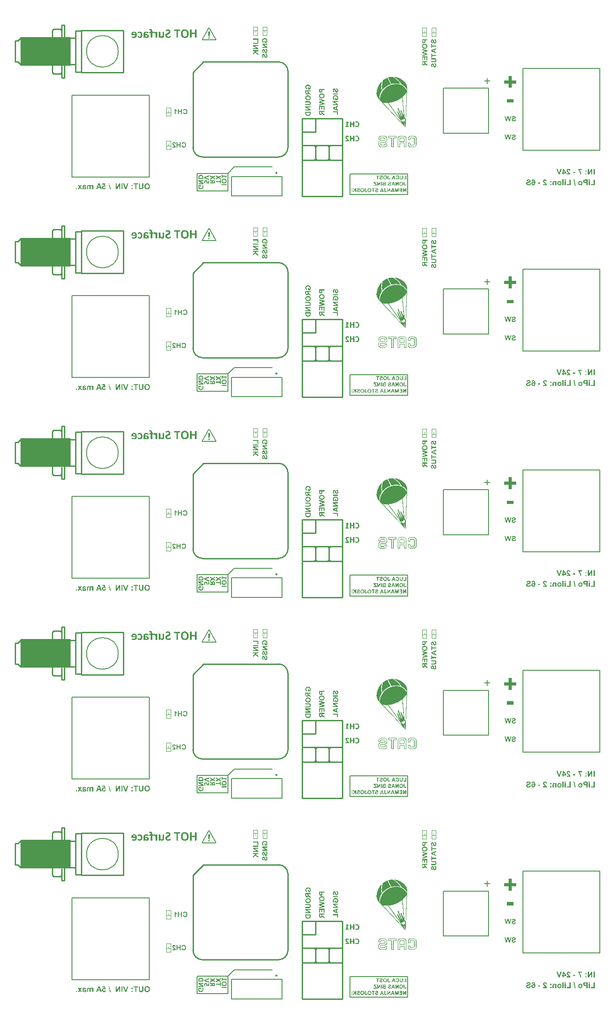
<source format=gbo>
G04*
G04 #@! TF.GenerationSoftware,Altium Limited,Altium Designer,22.1.2 (22)*
G04*
G04 Layer_Color=32896*
%FSLAX44Y44*%
%MOMM*%
G71*
G04*
G04 #@! TF.SameCoordinates,9A175420-6E9C-451E-8E29-60AB4C3F01C6*
G04*
G04*
G04 #@! TF.FilePolarity,Positive*
G04*
G01*
G75*
%ADD11C,0.2540*%
%ADD13C,0.1524*%
%ADD68C,0.2032*%
%ADD91C,0.2000*%
%ADD168C,0.1000*%
%ADD169R,9.5000X5.5000*%
G36*
X284505Y1886311D02*
X284714D01*
X284776Y1886290D01*
X284839D01*
X285047Y1886248D01*
X285214Y1886227D01*
X285297Y1886207D01*
X285338Y1886186D01*
X285443Y1886144D01*
X285526Y1886082D01*
X285567Y1886040D01*
X285588Y1886019D01*
X285630Y1885957D01*
X285651Y1885894D01*
Y1885832D01*
Y1885811D01*
Y1871169D01*
X285630Y1871085D01*
X285609Y1871002D01*
X285588Y1870960D01*
Y1870940D01*
X285505Y1870877D01*
X285422Y1870835D01*
X285359Y1870815D01*
X285338Y1870794D01*
X285172Y1870752D01*
X285026Y1870731D01*
X284880Y1870710D01*
X284839D01*
X284589Y1870690D01*
X284339Y1870669D01*
X283755D01*
X283631Y1870690D01*
X283443D01*
X283360Y1870710D01*
X283318D01*
X283110Y1870731D01*
X282943Y1870752D01*
X282860Y1870794D01*
X282818D01*
X282693Y1870835D01*
X282631Y1870898D01*
X282589Y1870919D01*
X282568Y1870940D01*
X282527Y1871023D01*
X282485Y1871085D01*
Y1871148D01*
Y1871169D01*
Y1877438D01*
X276695D01*
Y1871169D01*
X276674Y1871085D01*
X276653Y1871002D01*
X276632Y1870960D01*
Y1870940D01*
X276549Y1870877D01*
X276466Y1870835D01*
X276403Y1870815D01*
X276382Y1870794D01*
X276237Y1870752D01*
X276070Y1870731D01*
X275945Y1870710D01*
X275903D01*
X275653Y1870690D01*
X275383Y1870669D01*
X274799D01*
X274674Y1870690D01*
X274487D01*
X274404Y1870710D01*
X274362D01*
X274154Y1870731D01*
X274008Y1870752D01*
X273904Y1870794D01*
X273883D01*
X273758Y1870835D01*
X273675Y1870898D01*
X273633Y1870919D01*
X273612Y1870940D01*
X273571Y1871023D01*
X273529Y1871085D01*
Y1871148D01*
Y1871169D01*
Y1885811D01*
X273550Y1885894D01*
X273571Y1885957D01*
X273591Y1885998D01*
X273612Y1886019D01*
X273696Y1886082D01*
X273779Y1886144D01*
X273841Y1886165D01*
X273883Y1886186D01*
X274029Y1886227D01*
X274175Y1886269D01*
X274300Y1886290D01*
X274362D01*
X274591Y1886311D01*
X274841Y1886331D01*
X275445D01*
X275570Y1886311D01*
X275778D01*
X275841Y1886290D01*
X275903D01*
X276091Y1886248D01*
X276257Y1886227D01*
X276341Y1886207D01*
X276382Y1886186D01*
X276486Y1886144D01*
X276570Y1886082D01*
X276611Y1886040D01*
X276632Y1886019D01*
X276674Y1885957D01*
X276695Y1885894D01*
Y1885832D01*
Y1885811D01*
Y1880125D01*
X282485D01*
Y1885811D01*
X282506Y1885894D01*
X282527Y1885957D01*
X282547Y1885998D01*
X282568Y1886019D01*
X282631Y1886082D01*
X282714Y1886144D01*
X282797Y1886165D01*
X282818Y1886186D01*
X282985Y1886227D01*
X283131Y1886269D01*
X283256Y1886290D01*
X283318D01*
X283547Y1886311D01*
X283797Y1886331D01*
X284380D01*
X284505Y1886311D01*
D02*
G37*
G36*
X190821Y1882499D02*
X191050Y1882478D01*
X191258Y1882457D01*
X191425Y1882437D01*
X191550Y1882416D01*
X191654Y1882395D01*
X191675D01*
X192154Y1882312D01*
X192362Y1882249D01*
X192529Y1882207D01*
X192696Y1882166D01*
X192800Y1882145D01*
X192883Y1882103D01*
X192904D01*
X193300Y1881978D01*
X193466Y1881916D01*
X193612Y1881853D01*
X193737Y1881812D01*
X193820Y1881770D01*
X193883Y1881728D01*
X193904D01*
X194049Y1881645D01*
X194174Y1881583D01*
X194278Y1881520D01*
X194341Y1881458D01*
X194445Y1881374D01*
X194487Y1881333D01*
X194591Y1881208D01*
X194653Y1881083D01*
X194695Y1880979D01*
X194716Y1880958D01*
Y1880937D01*
X194737Y1880750D01*
X194757Y1880562D01*
Y1880479D01*
Y1880416D01*
Y1880375D01*
Y1880354D01*
Y1880166D01*
X194737Y1880000D01*
Y1879896D01*
Y1879875D01*
Y1879854D01*
X194695Y1879687D01*
X194674Y1879562D01*
X194632Y1879479D01*
Y1879458D01*
X194570Y1879354D01*
X194528Y1879292D01*
X194487Y1879250D01*
X194466Y1879229D01*
X194382Y1879187D01*
X194299Y1879167D01*
X194237Y1879146D01*
X194216D01*
X194070Y1879167D01*
X193904Y1879229D01*
X193778Y1879292D01*
X193758Y1879312D01*
X193737D01*
X193487Y1879437D01*
X193237Y1879562D01*
X193133Y1879604D01*
X193050Y1879646D01*
X192987Y1879666D01*
X192966D01*
X192612Y1879812D01*
X192425Y1879875D01*
X192279Y1879937D01*
X192133Y1879979D01*
X192029Y1880020D01*
X191946Y1880041D01*
X191925D01*
X191446Y1880146D01*
X191217Y1880187D01*
X191008Y1880208D01*
X190821Y1880229D01*
X190342D01*
X190154Y1880208D01*
X189988Y1880187D01*
X189842Y1880166D01*
X189738Y1880146D01*
X189655Y1880125D01*
X189613Y1880104D01*
X189592D01*
X189321Y1880000D01*
X189134Y1879875D01*
X189009Y1879771D01*
X188967Y1879750D01*
Y1879729D01*
X188801Y1879521D01*
X188696Y1879333D01*
X188655Y1879229D01*
X188634Y1879167D01*
X188613Y1879125D01*
Y1879104D01*
X188551Y1878813D01*
X188530Y1878521D01*
X188509Y1878417D01*
Y1878313D01*
Y1878250D01*
Y1878229D01*
Y1877584D01*
X190092D01*
X190550Y1877542D01*
X190988Y1877521D01*
X191342Y1877480D01*
X191654Y1877438D01*
X191779Y1877417D01*
X191883Y1877396D01*
X191966Y1877375D01*
X192029D01*
X192050Y1877355D01*
X192071D01*
X192466Y1877271D01*
X192800Y1877167D01*
X193112Y1877063D01*
X193383Y1876938D01*
X193591Y1876855D01*
X193758Y1876771D01*
X193841Y1876709D01*
X193883Y1876688D01*
X194133Y1876521D01*
X194362Y1876334D01*
X194549Y1876126D01*
X194716Y1875959D01*
X194820Y1875793D01*
X194924Y1875668D01*
X194966Y1875584D01*
X194987Y1875542D01*
X195112Y1875272D01*
X195195Y1875001D01*
X195257Y1874730D01*
X195299Y1874480D01*
X195320Y1874251D01*
X195341Y1874085D01*
Y1873960D01*
Y1873939D01*
Y1873918D01*
X195320Y1873605D01*
X195299Y1873314D01*
X195257Y1873064D01*
X195195Y1872856D01*
X195153Y1872668D01*
X195112Y1872543D01*
X195091Y1872439D01*
X195070Y1872418D01*
X194945Y1872189D01*
X194820Y1871981D01*
X194674Y1871794D01*
X194549Y1871627D01*
X194445Y1871502D01*
X194341Y1871419D01*
X194278Y1871356D01*
X194258Y1871335D01*
X194049Y1871190D01*
X193841Y1871044D01*
X193633Y1870939D01*
X193445Y1870856D01*
X193279Y1870773D01*
X193154Y1870731D01*
X193050Y1870710D01*
X193029Y1870690D01*
X192758Y1870606D01*
X192466Y1870565D01*
X192216Y1870523D01*
X191966Y1870481D01*
X191758D01*
X191592Y1870461D01*
X191446D01*
X191071Y1870481D01*
X190717Y1870523D01*
X190404Y1870585D01*
X190113Y1870669D01*
X189884Y1870731D01*
X189717Y1870794D01*
X189613Y1870835D01*
X189571Y1870856D01*
X189259Y1871023D01*
X188967Y1871190D01*
X188717Y1871377D01*
X188488Y1871564D01*
X188301Y1871710D01*
X188176Y1871835D01*
X188072Y1871939D01*
X188051Y1871960D01*
Y1871106D01*
X188030Y1871002D01*
X187988Y1870919D01*
X187967Y1870856D01*
X187947Y1870835D01*
X187843Y1870773D01*
X187738Y1870752D01*
X187655Y1870710D01*
X187613D01*
X187509Y1870690D01*
X187384D01*
X187114Y1870669D01*
X186489D01*
X186364Y1870690D01*
X186176D01*
X186114Y1870710D01*
X186072D01*
X185905Y1870752D01*
X185781Y1870794D01*
X185697Y1870815D01*
X185676Y1870835D01*
X185593Y1870919D01*
X185572Y1871002D01*
X185551Y1871085D01*
Y1871106D01*
Y1878292D01*
X185572Y1878688D01*
X185593Y1879062D01*
X185635Y1879375D01*
X185676Y1879646D01*
X185739Y1879875D01*
X185781Y1880041D01*
X185801Y1880146D01*
X185822Y1880187D01*
X185926Y1880479D01*
X186072Y1880729D01*
X186218Y1880958D01*
X186343Y1881145D01*
X186468Y1881291D01*
X186572Y1881416D01*
X186655Y1881478D01*
X186676Y1881499D01*
X186905Y1881687D01*
X187134Y1881833D01*
X187384Y1881978D01*
X187613Y1882083D01*
X187822Y1882166D01*
X187988Y1882228D01*
X188092Y1882249D01*
X188113Y1882270D01*
X188134D01*
X188488Y1882353D01*
X188842Y1882416D01*
X189217Y1882457D01*
X189550Y1882499D01*
X189842D01*
X190092Y1882520D01*
X190300D01*
X190821Y1882499D01*
D02*
G37*
G36*
X223438Y1882312D02*
X223521D01*
X223583Y1882291D01*
X223646D01*
X223833Y1882270D01*
X224000Y1882249D01*
X224083Y1882228D01*
X224125Y1882207D01*
X224229Y1882166D01*
X224292Y1882103D01*
X224333Y1882062D01*
X224354Y1882041D01*
X224396Y1881978D01*
X224417Y1881916D01*
Y1881853D01*
Y1881833D01*
Y1875293D01*
Y1874855D01*
X224396Y1874460D01*
X224354Y1874105D01*
X224312Y1873793D01*
X224292Y1873564D01*
X224250Y1873376D01*
X224229Y1873272D01*
Y1873231D01*
X224146Y1872939D01*
X224042Y1872668D01*
X223917Y1872418D01*
X223813Y1872210D01*
X223708Y1872043D01*
X223646Y1871898D01*
X223583Y1871814D01*
X223563Y1871794D01*
X223375Y1871564D01*
X223188Y1871377D01*
X222979Y1871210D01*
X222792Y1871064D01*
X222625Y1870960D01*
X222479Y1870877D01*
X222396Y1870835D01*
X222355Y1870815D01*
X222063Y1870690D01*
X221751Y1870606D01*
X221438Y1870544D01*
X221147Y1870502D01*
X220897Y1870481D01*
X220688Y1870461D01*
X220501D01*
X220147Y1870481D01*
X219793Y1870544D01*
X219480Y1870606D01*
X219189Y1870710D01*
X218939Y1870794D01*
X218772Y1870856D01*
X218647Y1870919D01*
X218605Y1870939D01*
X218272Y1871148D01*
X217939Y1871377D01*
X217627Y1871606D01*
X217356Y1871835D01*
X217127Y1872043D01*
X216939Y1872210D01*
X216835Y1872335D01*
X216793Y1872377D01*
Y1871148D01*
Y1871064D01*
X216773Y1870981D01*
X216752Y1870939D01*
Y1870919D01*
X216689Y1870856D01*
X216627Y1870815D01*
X216564Y1870794D01*
X216544Y1870773D01*
X216419Y1870752D01*
X216294Y1870731D01*
X216189Y1870710D01*
X216148D01*
X215940Y1870690D01*
X215731Y1870669D01*
X215252D01*
X215065Y1870690D01*
X214940Y1870710D01*
X214898D01*
X214732Y1870731D01*
X214606Y1870752D01*
X214523Y1870773D01*
X214502D01*
X214398Y1870815D01*
X214315Y1870877D01*
X214294Y1870898D01*
X214273Y1870919D01*
X214232Y1871002D01*
X214211Y1871064D01*
Y1871127D01*
Y1871148D01*
Y1881833D01*
X214232Y1881916D01*
X214252Y1881978D01*
X214273Y1882020D01*
X214294Y1882041D01*
X214357Y1882103D01*
X214440Y1882166D01*
X214523Y1882187D01*
X214544Y1882207D01*
X214690Y1882249D01*
X214836Y1882270D01*
X214961Y1882291D01*
X215002D01*
X215231Y1882312D01*
X215460Y1882332D01*
X216023D01*
X216148Y1882312D01*
X216335D01*
X216398Y1882291D01*
X216460D01*
X216648Y1882270D01*
X216793Y1882249D01*
X216877Y1882228D01*
X216918Y1882207D01*
X217023Y1882166D01*
X217085Y1882103D01*
X217127Y1882062D01*
X217148Y1882041D01*
X217189Y1881978D01*
X217210Y1881916D01*
Y1881853D01*
Y1881833D01*
Y1874730D01*
X217460Y1874439D01*
X217689Y1874189D01*
X217897Y1873980D01*
X218085Y1873814D01*
X218231Y1873668D01*
X218356Y1873585D01*
X218439Y1873522D01*
X218460Y1873501D01*
X218668Y1873356D01*
X218876Y1873251D01*
X219085Y1873189D01*
X219251Y1873147D01*
X219397Y1873106D01*
X219501Y1873085D01*
X219605D01*
X219918Y1873106D01*
X220063Y1873147D01*
X220188Y1873168D01*
X220272Y1873210D01*
X220355Y1873231D01*
X220397Y1873251D01*
X220417D01*
X220647Y1873397D01*
X220813Y1873564D01*
X220938Y1873689D01*
X220959Y1873710D01*
X220980Y1873730D01*
X221126Y1874001D01*
X221209Y1874251D01*
X221251Y1874355D01*
X221271Y1874439D01*
X221292Y1874480D01*
Y1874501D01*
X221334Y1874689D01*
X221355Y1874897D01*
X221376Y1875313D01*
X221397Y1875501D01*
Y1875647D01*
Y1875751D01*
Y1875793D01*
Y1881833D01*
X221417Y1881916D01*
X221438Y1881978D01*
X221459Y1882020D01*
X221480Y1882041D01*
X221542Y1882103D01*
X221626Y1882166D01*
X221709Y1882187D01*
X221730Y1882207D01*
X221875Y1882249D01*
X222021Y1882270D01*
X222146Y1882291D01*
X222188D01*
X222417Y1882312D01*
X222667Y1882332D01*
X223209D01*
X223438Y1882312D01*
D02*
G37*
G36*
X178262Y1882499D02*
X178657Y1882457D01*
X179011Y1882395D01*
X179345Y1882332D01*
X179615Y1882270D01*
X179824Y1882207D01*
X179886Y1882187D01*
X179949Y1882166D01*
X179970Y1882145D01*
X179990D01*
X180345Y1881999D01*
X180678Y1881812D01*
X180969Y1881624D01*
X181219Y1881437D01*
X181407Y1881270D01*
X181573Y1881124D01*
X181657Y1881041D01*
X181698Y1880999D01*
X181948Y1880687D01*
X182177Y1880375D01*
X182365Y1880041D01*
X182511Y1879729D01*
X182636Y1879458D01*
X182719Y1879250D01*
X182761Y1879167D01*
X182781Y1879104D01*
X182802Y1879062D01*
Y1879042D01*
X182927Y1878583D01*
X183031Y1878125D01*
X183094Y1877646D01*
X183156Y1877230D01*
X183177Y1876834D01*
Y1876688D01*
X183198Y1876542D01*
Y1876438D01*
Y1876334D01*
Y1876292D01*
Y1876272D01*
X183177Y1875772D01*
X183156Y1875293D01*
X183094Y1874876D01*
X183031Y1874501D01*
X182990Y1874209D01*
X182948Y1874085D01*
X182927Y1873980D01*
X182906Y1873897D01*
Y1873835D01*
X182885Y1873814D01*
Y1873793D01*
X182740Y1873418D01*
X182594Y1873064D01*
X182427Y1872752D01*
X182261Y1872481D01*
X182136Y1872252D01*
X182011Y1872106D01*
X181927Y1872002D01*
X181907Y1871960D01*
X181657Y1871689D01*
X181386Y1871460D01*
X181115Y1871273D01*
X180865Y1871127D01*
X180636Y1871002D01*
X180469Y1870898D01*
X180345Y1870856D01*
X180303Y1870835D01*
X179928Y1870710D01*
X179553Y1870627D01*
X179199Y1870544D01*
X178845Y1870502D01*
X178553Y1870481D01*
X178324Y1870461D01*
X178116D01*
X177699Y1870481D01*
X177533Y1870502D01*
X177366Y1870523D01*
X177220D01*
X177116Y1870544D01*
X177054Y1870565D01*
X177033D01*
X176658Y1870648D01*
X176491Y1870690D01*
X176366Y1870731D01*
X176241Y1870773D01*
X176158Y1870794D01*
X176096Y1870815D01*
X176075D01*
X175762Y1870919D01*
X175616Y1870981D01*
X175512Y1871044D01*
X175408Y1871085D01*
X175346Y1871127D01*
X175304Y1871148D01*
X175283D01*
X175054Y1871294D01*
X174908Y1871398D01*
X174804Y1871481D01*
X174783Y1871502D01*
X174700Y1871606D01*
X174638Y1871669D01*
X174596Y1871710D01*
Y1871731D01*
X174575Y1871794D01*
X174554Y1871877D01*
X174534Y1871939D01*
Y1871960D01*
X174513Y1872085D01*
X174492Y1872189D01*
X174471Y1872272D01*
Y1872314D01*
X174450Y1872481D01*
Y1872647D01*
Y1872793D01*
Y1872814D01*
Y1872835D01*
Y1873106D01*
X174471Y1873314D01*
Y1873376D01*
X174492Y1873439D01*
Y1873460D01*
Y1873481D01*
X174513Y1873647D01*
X174534Y1873793D01*
X174554Y1873876D01*
Y1873897D01*
X174596Y1874001D01*
X174638Y1874085D01*
X174658Y1874105D01*
X174679Y1874126D01*
X174721Y1874168D01*
X174783Y1874189D01*
X174846D01*
X174971Y1874168D01*
X175096Y1874105D01*
X175179Y1874022D01*
X175200Y1874001D01*
X175221D01*
X175408Y1873855D01*
X175596Y1873710D01*
X175658Y1873647D01*
X175721Y1873605D01*
X175762Y1873585D01*
X175783Y1873564D01*
X176054Y1873397D01*
X176304Y1873272D01*
X176408Y1873210D01*
X176491Y1873189D01*
X176554Y1873147D01*
X176575D01*
X176929Y1873043D01*
X177116Y1873022D01*
X177283Y1873002D01*
X177429Y1872981D01*
X177866D01*
X178074Y1873022D01*
X178262Y1873043D01*
X178407Y1873085D01*
X178532Y1873127D01*
X178637Y1873147D01*
X178699Y1873189D01*
X178720D01*
X179032Y1873397D01*
X179157Y1873501D01*
X179282Y1873605D01*
X179366Y1873710D01*
X179428Y1873793D01*
X179470Y1873835D01*
X179491Y1873855D01*
X179595Y1874022D01*
X179699Y1874209D01*
X179845Y1874564D01*
X179886Y1874730D01*
X179928Y1874855D01*
X179949Y1874939D01*
Y1874959D01*
X180032Y1875480D01*
X180053Y1875730D01*
X180074Y1875980D01*
X180095Y1876167D01*
Y1876334D01*
Y1876438D01*
Y1876480D01*
X180074Y1877105D01*
X179990Y1877625D01*
X179907Y1878083D01*
X179782Y1878479D01*
X179678Y1878771D01*
X179636Y1878875D01*
X179574Y1878979D01*
X179553Y1879042D01*
X179511Y1879104D01*
X179491Y1879146D01*
X179366Y1879312D01*
X179241Y1879458D01*
X178949Y1879666D01*
X178637Y1879833D01*
X178345Y1879958D01*
X178095Y1880020D01*
X177866Y1880041D01*
X177783Y1880062D01*
X177679D01*
X177262Y1880041D01*
X177095Y1880000D01*
X176950Y1879979D01*
X176824Y1879937D01*
X176741Y1879896D01*
X176679Y1879875D01*
X176658D01*
X176346Y1879750D01*
X176116Y1879625D01*
X176033Y1879583D01*
X175971Y1879541D01*
X175929Y1879500D01*
X175908D01*
X175700Y1879375D01*
X175512Y1879250D01*
X175408Y1879167D01*
X175367Y1879146D01*
X175200Y1879042D01*
X175075Y1879000D01*
X174992Y1878979D01*
X174950D01*
X174867Y1879000D01*
X174804Y1879021D01*
X174721Y1879125D01*
X174658Y1879208D01*
X174638Y1879229D01*
Y1879250D01*
X174596Y1879375D01*
X174554Y1879521D01*
X174534Y1879854D01*
X174513Y1880000D01*
Y1880125D01*
Y1880208D01*
Y1880229D01*
Y1880437D01*
Y1880604D01*
X174534Y1880708D01*
Y1880750D01*
X174554Y1880895D01*
Y1880999D01*
X174575Y1881083D01*
Y1881104D01*
X174596Y1881208D01*
X174617Y1881270D01*
X174638Y1881312D01*
X174658Y1881333D01*
X174721Y1881416D01*
X174783Y1881478D01*
X174825Y1881541D01*
X174846Y1881562D01*
X174971Y1881666D01*
X175117Y1881770D01*
X175242Y1881853D01*
X175283Y1881874D01*
X175304D01*
X175554Y1881999D01*
X175783Y1882103D01*
X175867Y1882145D01*
X175950Y1882166D01*
X175991Y1882187D01*
X176012D01*
X176325Y1882291D01*
X176595Y1882353D01*
X176720Y1882374D01*
X176804Y1882395D01*
X176866Y1882416D01*
X176887D01*
X177220Y1882478D01*
X177387Y1882499D01*
X177533D01*
X177658Y1882520D01*
X177824D01*
X178262Y1882499D01*
D02*
G37*
G36*
X167868D02*
X168306Y1882457D01*
X168702Y1882374D01*
X169035Y1882312D01*
X169306Y1882228D01*
X169514Y1882145D01*
X169597Y1882124D01*
X169660Y1882103D01*
X169681Y1882083D01*
X169701D01*
X170076Y1881916D01*
X170410Y1881728D01*
X170701Y1881520D01*
X170951Y1881333D01*
X171159Y1881145D01*
X171305Y1880999D01*
X171388Y1880916D01*
X171430Y1880874D01*
X171680Y1880562D01*
X171888Y1880229D01*
X172076Y1879916D01*
X172242Y1879604D01*
X172346Y1879333D01*
X172451Y1879125D01*
X172472Y1879042D01*
X172492Y1878979D01*
X172513Y1878958D01*
Y1878938D01*
X172638Y1878500D01*
X172721Y1878042D01*
X172784Y1877625D01*
X172826Y1877209D01*
X172846Y1876875D01*
Y1876730D01*
X172867Y1876605D01*
Y1876501D01*
Y1876417D01*
Y1876376D01*
Y1876355D01*
X172846Y1875813D01*
X172805Y1875313D01*
X172763Y1874876D01*
X172680Y1874480D01*
X172617Y1874168D01*
X172596Y1874043D01*
X172576Y1873939D01*
X172555Y1873835D01*
X172534Y1873772D01*
X172513Y1873751D01*
Y1873730D01*
X172367Y1873335D01*
X172201Y1872981D01*
X172013Y1872668D01*
X171847Y1872397D01*
X171701Y1872189D01*
X171576Y1872023D01*
X171472Y1871939D01*
X171451Y1871898D01*
X171159Y1871648D01*
X170868Y1871419D01*
X170555Y1871231D01*
X170285Y1871085D01*
X170035Y1870960D01*
X169826Y1870877D01*
X169701Y1870835D01*
X169681Y1870815D01*
X169660D01*
X169243Y1870690D01*
X168806Y1870606D01*
X168389Y1870544D01*
X167994Y1870502D01*
X167660Y1870481D01*
X167514D01*
X167390Y1870461D01*
X166848D01*
X166577Y1870481D01*
X166327Y1870502D01*
X166098Y1870523D01*
X165911D01*
X165786Y1870544D01*
X165682Y1870565D01*
X165661D01*
X165411Y1870606D01*
X165161Y1870648D01*
X164953Y1870690D01*
X164786Y1870710D01*
X164640Y1870752D01*
X164515Y1870773D01*
X164453Y1870794D01*
X164432D01*
X164244Y1870835D01*
X164057Y1870898D01*
X163911Y1870939D01*
X163786Y1870981D01*
X163682Y1871023D01*
X163599Y1871044D01*
X163557Y1871064D01*
X163536D01*
X163411Y1871127D01*
X163328Y1871169D01*
X163245Y1871210D01*
X163203Y1871231D01*
X163141Y1871273D01*
X163120Y1871294D01*
X163016Y1871419D01*
X162995Y1871439D01*
Y1871460D01*
X162932Y1871606D01*
X162911Y1871648D01*
Y1871669D01*
X162891Y1871773D01*
Y1871898D01*
X162870Y1871981D01*
Y1872002D01*
X162849Y1872148D01*
Y1872293D01*
Y1872418D01*
Y1872439D01*
Y1872460D01*
Y1872668D01*
Y1872814D01*
X162870Y1872897D01*
Y1872939D01*
X162891Y1873085D01*
X162911Y1873168D01*
X162932Y1873231D01*
X162953Y1873251D01*
X162995Y1873314D01*
X163036Y1873356D01*
X163057Y1873397D01*
X163078D01*
X163120Y1873439D01*
X163182Y1873460D01*
X163245D01*
X163391Y1873439D01*
X163557Y1873397D01*
X163682Y1873356D01*
X163703Y1873335D01*
X163724D01*
X163953Y1873251D01*
X164182Y1873168D01*
X164286Y1873147D01*
X164349Y1873106D01*
X164411Y1873085D01*
X164432D01*
X164786Y1872981D01*
X165119Y1872897D01*
X165265Y1872876D01*
X165369Y1872856D01*
X165452Y1872835D01*
X165473D01*
X165952Y1872772D01*
X166181Y1872752D01*
X166390D01*
X166577Y1872731D01*
X167139D01*
X167410Y1872752D01*
X167619Y1872793D01*
X167827Y1872835D01*
X167973Y1872856D01*
X168098Y1872897D01*
X168181Y1872918D01*
X168202D01*
X168410Y1873002D01*
X168577Y1873106D01*
X168743Y1873210D01*
X168868Y1873293D01*
X168972Y1873376D01*
X169056Y1873460D01*
X169097Y1873501D01*
X169118Y1873522D01*
X169347Y1873835D01*
X169514Y1874147D01*
X169576Y1874272D01*
X169597Y1874397D01*
X169639Y1874460D01*
Y1874480D01*
X169722Y1874918D01*
X169743Y1875126D01*
X169764Y1875313D01*
X169785Y1875480D01*
Y1875605D01*
Y1875709D01*
Y1875730D01*
X163286D01*
X163141Y1875751D01*
X162995Y1875772D01*
X162787Y1875855D01*
X162703Y1875897D01*
X162641Y1875938D01*
X162620Y1875980D01*
X162599D01*
X162516Y1876084D01*
X162453Y1876230D01*
X162370Y1876480D01*
Y1876605D01*
X162349Y1876709D01*
Y1876771D01*
Y1876792D01*
Y1877271D01*
X162370Y1877688D01*
X162391Y1878063D01*
X162432Y1878417D01*
X162495Y1878729D01*
X162557Y1879000D01*
X162599Y1879187D01*
X162620Y1879312D01*
X162641Y1879354D01*
X162766Y1879708D01*
X162911Y1880020D01*
X163057Y1880312D01*
X163203Y1880541D01*
X163349Y1880750D01*
X163453Y1880895D01*
X163536Y1880979D01*
X163557Y1881020D01*
X163807Y1881270D01*
X164057Y1881499D01*
X164307Y1881687D01*
X164557Y1881833D01*
X164786Y1881958D01*
X164953Y1882062D01*
X165077Y1882103D01*
X165098Y1882124D01*
X165119D01*
X165494Y1882249D01*
X165890Y1882353D01*
X166265Y1882416D01*
X166619Y1882478D01*
X166931Y1882499D01*
X167077D01*
X167181Y1882520D01*
X167410D01*
X167868Y1882499D01*
D02*
G37*
G36*
X254700Y1886248D02*
X254763Y1886227D01*
X254805Y1886207D01*
X254825Y1886186D01*
X254888Y1886123D01*
X254930Y1886061D01*
X254950Y1885998D01*
X254971Y1885977D01*
X255013Y1885852D01*
X255034Y1885727D01*
X255054Y1885623D01*
Y1885603D01*
Y1885582D01*
X255075Y1885373D01*
Y1885186D01*
Y1885082D01*
Y1885019D01*
Y1884978D01*
Y1884957D01*
Y1884707D01*
X255054Y1884519D01*
Y1884395D01*
Y1884374D01*
Y1884353D01*
X255034Y1884186D01*
X255013Y1884061D01*
X254971Y1883978D01*
Y1883957D01*
X254930Y1883874D01*
X254867Y1883790D01*
X254846Y1883770D01*
X254825Y1883749D01*
X254763Y1883707D01*
X254680Y1883686D01*
X250722D01*
Y1871169D01*
X250702Y1871085D01*
X250681Y1871002D01*
X250660Y1870960D01*
Y1870940D01*
X250576Y1870877D01*
X250493Y1870835D01*
X250431Y1870815D01*
X250410Y1870794D01*
X250243Y1870752D01*
X250097Y1870731D01*
X249952Y1870710D01*
X249910D01*
X249660Y1870690D01*
X249410Y1870669D01*
X248827D01*
X248598Y1870690D01*
X248514D01*
X248452Y1870710D01*
X248389D01*
X248181Y1870731D01*
X248036Y1870752D01*
X247931Y1870794D01*
X247910D01*
X247785Y1870835D01*
X247702Y1870898D01*
X247661Y1870919D01*
X247640Y1870940D01*
X247598Y1871023D01*
X247556Y1871085D01*
Y1871148D01*
Y1871169D01*
Y1883686D01*
X243682Y1883686D01*
X243599Y1883707D01*
X243557Y1883728D01*
X243516Y1883749D01*
X243495D01*
X243433Y1883811D01*
X243370Y1883874D01*
X243349Y1883936D01*
X243328Y1883957D01*
X243287Y1884082D01*
X243266Y1884228D01*
X243245Y1884311D01*
Y1884353D01*
X243224Y1884561D01*
X243203Y1884749D01*
Y1884832D01*
Y1884894D01*
Y1884936D01*
Y1884957D01*
Y1885207D01*
X243224Y1885415D01*
X243245Y1885540D01*
Y1885561D01*
Y1885582D01*
X243266Y1885748D01*
X243287Y1885873D01*
X243307Y1885957D01*
X243328Y1885977D01*
X243370Y1886082D01*
X243433Y1886144D01*
X243474Y1886165D01*
X243495Y1886186D01*
X243557Y1886227D01*
X243620Y1886269D01*
X254617Y1886269D01*
X254700Y1886248D01*
D02*
G37*
G36*
X206005Y1882499D02*
X206213Y1882478D01*
X206317Y1882457D01*
X206380Y1882437D01*
X206421Y1882416D01*
X206442D01*
X206692Y1882332D01*
X206900Y1882228D01*
X206984Y1882187D01*
X207046Y1882145D01*
X207088Y1882124D01*
X207108Y1882103D01*
X207358Y1881916D01*
X207588Y1881708D01*
X207671Y1881624D01*
X207754Y1881541D01*
X207796Y1881499D01*
X207817Y1881478D01*
X208087Y1881166D01*
X208358Y1880854D01*
X208462Y1880729D01*
X208546Y1880625D01*
X208587Y1880541D01*
X208608Y1880520D01*
Y1881833D01*
Y1881916D01*
X208629Y1881978D01*
X208650Y1882020D01*
X208671Y1882041D01*
X208733Y1882103D01*
X208796Y1882166D01*
X208858Y1882187D01*
X208879Y1882207D01*
X208983Y1882249D01*
X209108Y1882270D01*
X209212Y1882291D01*
X209254D01*
X209462Y1882312D01*
X209650Y1882332D01*
X210128D01*
X210337Y1882312D01*
X210462Y1882291D01*
X210503D01*
X210670Y1882270D01*
X210795Y1882249D01*
X210899Y1882228D01*
X210920Y1882207D01*
X211003Y1882166D01*
X211087Y1882103D01*
X211107Y1882062D01*
X211128Y1882041D01*
X211170Y1881916D01*
Y1881853D01*
Y1881833D01*
Y1871148D01*
X211149Y1871064D01*
X211128Y1870981D01*
X211107Y1870939D01*
Y1870919D01*
X211045Y1870856D01*
X210962Y1870815D01*
X210899Y1870794D01*
X210878Y1870773D01*
X210732Y1870752D01*
X210566Y1870731D01*
X210441Y1870710D01*
X210399D01*
X210170Y1870690D01*
X209920Y1870669D01*
X209379D01*
X209150Y1870690D01*
X209066D01*
X208983Y1870710D01*
X208941D01*
X208754Y1870731D01*
X208608Y1870752D01*
X208504Y1870773D01*
X208483D01*
X208358Y1870815D01*
X208296Y1870877D01*
X208254Y1870898D01*
X208233Y1870919D01*
X208192Y1871002D01*
X208150Y1871064D01*
Y1871127D01*
Y1871148D01*
Y1877813D01*
X207921Y1878167D01*
X207796Y1878313D01*
X207712Y1878438D01*
X207629Y1878542D01*
X207567Y1878625D01*
X207546Y1878667D01*
X207525Y1878688D01*
X207317Y1878917D01*
X207129Y1879104D01*
X207004Y1879208D01*
X206984Y1879250D01*
X206963D01*
X206775Y1879396D01*
X206609Y1879500D01*
X206484Y1879562D01*
X206463Y1879583D01*
X206442D01*
X206255Y1879646D01*
X206088Y1879666D01*
X205984Y1879687D01*
X205776D01*
X205651Y1879666D01*
X205567Y1879646D01*
X205546Y1879625D01*
X205421Y1879604D01*
X205317Y1879562D01*
X205234Y1879541D01*
X205213D01*
X205109Y1879521D01*
X205026Y1879479D01*
X204963Y1879458D01*
X204942D01*
X204859Y1879437D01*
X204797Y1879417D01*
X204734D01*
X204651Y1879437D01*
X204588Y1879458D01*
X204547Y1879479D01*
X204526D01*
X204463Y1879541D01*
X204422Y1879604D01*
X204401Y1879666D01*
Y1879687D01*
X204380Y1879833D01*
X204359Y1879979D01*
X204338Y1880083D01*
Y1880104D01*
Y1880125D01*
X204317Y1880354D01*
X204297Y1880583D01*
Y1880687D01*
Y1880770D01*
Y1880812D01*
Y1880833D01*
Y1881124D01*
Y1881333D01*
X204317Y1881416D01*
Y1881478D01*
Y1881499D01*
Y1881520D01*
X204338Y1881687D01*
Y1881812D01*
X204359Y1881874D01*
Y1881895D01*
X204380Y1881978D01*
X204401Y1882041D01*
X204422Y1882062D01*
Y1882083D01*
X204463Y1882187D01*
X204484Y1882228D01*
X204505D01*
X204567Y1882270D01*
X204630Y1882312D01*
X204692Y1882332D01*
X204713D01*
X204817Y1882374D01*
X204942Y1882416D01*
X205005Y1882437D01*
X205047D01*
X205192Y1882457D01*
X205296Y1882478D01*
X205380Y1882499D01*
X205421D01*
X205546Y1882520D01*
X205755D01*
X206005Y1882499D01*
D02*
G37*
G36*
X198465Y1887519D02*
X198777Y1887498D01*
X199069Y1887456D01*
X199319Y1887394D01*
X199527Y1887331D01*
X199673Y1887289D01*
X199756Y1887269D01*
X199798Y1887248D01*
X200048Y1887144D01*
X200277Y1886998D01*
X200485Y1886873D01*
X200652Y1886727D01*
X200798Y1886602D01*
X200902Y1886498D01*
X200964Y1886436D01*
X200985Y1886415D01*
X201152Y1886207D01*
X201277Y1885977D01*
X201402Y1885748D01*
X201485Y1885519D01*
X201568Y1885332D01*
X201610Y1885186D01*
X201631Y1885082D01*
X201651Y1885040D01*
X201714Y1884728D01*
X201777Y1884394D01*
X201818Y1884082D01*
X201839Y1883790D01*
Y1883540D01*
X201860Y1883332D01*
Y1883249D01*
Y1883186D01*
Y1883166D01*
Y1883145D01*
Y1882249D01*
X203276D01*
X203339Y1882228D01*
X203380Y1882207D01*
X203401Y1882187D01*
X203464Y1882124D01*
X203505Y1882062D01*
X203526Y1881999D01*
X203547Y1881978D01*
X203589Y1881853D01*
X203609Y1881728D01*
X203630Y1881624D01*
Y1881604D01*
Y1881583D01*
X203651Y1881395D01*
Y1881208D01*
Y1881145D01*
Y1881083D01*
Y1881041D01*
Y1881020D01*
Y1880791D01*
X203630Y1880583D01*
X203609Y1880416D01*
X203589Y1880291D01*
Y1880187D01*
X203568Y1880125D01*
X203547Y1880083D01*
Y1880062D01*
X203505Y1879979D01*
X203443Y1879916D01*
X203339Y1879833D01*
X203255Y1879791D01*
X201860D01*
Y1871127D01*
X201839Y1871044D01*
X201818Y1870981D01*
X201797Y1870939D01*
Y1870919D01*
X201735Y1870856D01*
X201651Y1870815D01*
X201589Y1870794D01*
X201568Y1870773D01*
X201422Y1870752D01*
X201256Y1870731D01*
X201131Y1870710D01*
X201089D01*
X200860Y1870690D01*
X200610Y1870669D01*
X200069D01*
X199839Y1870690D01*
X199756D01*
X199673Y1870710D01*
X199631D01*
X199444Y1870731D01*
X199298Y1870752D01*
X199194Y1870773D01*
X199173D01*
X199048Y1870815D01*
X198986Y1870877D01*
X198944Y1870898D01*
X198923Y1870919D01*
X198881Y1871002D01*
X198840Y1871064D01*
Y1871106D01*
Y1871127D01*
Y1879791D01*
X196903D01*
X196819Y1879812D01*
X196757Y1879833D01*
X196632Y1879937D01*
X196569Y1880020D01*
X196549Y1880041D01*
Y1880062D01*
X196507Y1880187D01*
X196465Y1880333D01*
X196444Y1880645D01*
X196424Y1880791D01*
Y1880916D01*
Y1880999D01*
Y1881020D01*
Y1881249D01*
X196444Y1881437D01*
X196465Y1881541D01*
Y1881583D01*
X196486Y1881749D01*
X196507Y1881874D01*
X196528Y1881958D01*
X196549Y1881978D01*
X196590Y1882083D01*
X196653Y1882145D01*
X196695Y1882166D01*
X196715Y1882187D01*
X196778Y1882228D01*
X196840Y1882249D01*
X198840D01*
Y1883228D01*
X198819Y1883582D01*
Y1883728D01*
X198798Y1883853D01*
Y1883957D01*
X198777Y1884040D01*
Y1884082D01*
Y1884103D01*
X198715Y1884353D01*
X198652Y1884519D01*
X198590Y1884644D01*
X198569Y1884686D01*
X198444Y1884832D01*
X198298Y1884936D01*
X198215Y1884998D01*
X198173Y1885019D01*
X197986Y1885082D01*
X197798Y1885103D01*
X197652Y1885123D01*
X197403D01*
X197257Y1885103D01*
X197174Y1885082D01*
X197132Y1885061D01*
X196986Y1885040D01*
X196882Y1884998D01*
X196799Y1884978D01*
X196778D01*
X196674Y1884957D01*
X196590Y1884915D01*
X196549Y1884894D01*
X196528D01*
X196403Y1884853D01*
X196340D01*
X196236Y1884874D01*
X196195Y1884894D01*
X196153Y1884936D01*
X196111Y1884978D01*
X196090Y1885019D01*
Y1885040D01*
X196070Y1885144D01*
X196049Y1885248D01*
X196028Y1885332D01*
Y1885373D01*
X196007Y1885540D01*
X195986Y1885727D01*
Y1885811D01*
Y1885873D01*
Y1885915D01*
Y1885936D01*
Y1886165D01*
X196007Y1886352D01*
X196028Y1886456D01*
Y1886498D01*
X196049Y1886665D01*
X196070Y1886790D01*
X196090Y1886873D01*
X196111Y1886894D01*
X196153Y1886998D01*
X196195Y1887060D01*
X196215Y1887081D01*
X196236Y1887102D01*
X196320Y1887165D01*
X196424Y1887227D01*
X196528Y1887248D01*
X196549Y1887269D01*
X196569D01*
X196757Y1887352D01*
X196986Y1887394D01*
X197069Y1887435D01*
X197153D01*
X197194Y1887456D01*
X197215D01*
X197528Y1887498D01*
X197819Y1887540D01*
X198111D01*
X198465Y1887519D01*
D02*
G37*
G36*
X264052Y1886519D02*
X264677Y1886456D01*
X265219Y1886352D01*
X265469Y1886311D01*
X265698Y1886248D01*
X265906Y1886186D01*
X266093Y1886144D01*
X266260Y1886102D01*
X266385Y1886040D01*
X266489Y1886019D01*
X266572Y1885977D01*
X266614Y1885957D01*
X266635D01*
X267135Y1885727D01*
X267593Y1885457D01*
X267989Y1885186D01*
X268343Y1884936D01*
X268613Y1884707D01*
X268822Y1884499D01*
X268884Y1884436D01*
X268947Y1884374D01*
X268968Y1884353D01*
X268988Y1884332D01*
X269322Y1883915D01*
X269613Y1883499D01*
X269842Y1883062D01*
X270051Y1882666D01*
X270196Y1882312D01*
X270259Y1882145D01*
X270321Y1882020D01*
X270363Y1881916D01*
X270384Y1881833D01*
X270405Y1881791D01*
Y1881770D01*
X270571Y1881187D01*
X270676Y1880604D01*
X270759Y1880041D01*
X270821Y1879521D01*
X270842Y1879292D01*
X270863Y1879062D01*
Y1878875D01*
X270884Y1878708D01*
Y1878583D01*
Y1878479D01*
Y1878417D01*
Y1878396D01*
X270863Y1877646D01*
X270821Y1876980D01*
X270780Y1876667D01*
X270738Y1876355D01*
X270696Y1876084D01*
X270655Y1875834D01*
X270634Y1875626D01*
X270592Y1875418D01*
X270550Y1875251D01*
X270509Y1875105D01*
X270488Y1874980D01*
X270467Y1874897D01*
X270446Y1874855D01*
Y1874834D01*
X270259Y1874293D01*
X270051Y1873814D01*
X269822Y1873397D01*
X269592Y1873043D01*
X269405Y1872752D01*
X269238Y1872543D01*
X269176Y1872460D01*
X269134Y1872397D01*
X269093Y1872377D01*
Y1872356D01*
X268738Y1872023D01*
X268364Y1871731D01*
X267989Y1871481D01*
X267635Y1871273D01*
X267322Y1871127D01*
X267176Y1871064D01*
X267072Y1871002D01*
X266968Y1870960D01*
X266906Y1870940D01*
X266864Y1870919D01*
X266843D01*
X266322Y1870773D01*
X265781Y1870648D01*
X265239Y1870565D01*
X264760Y1870523D01*
X264531Y1870502D01*
X264323Y1870481D01*
X264135D01*
X263990Y1870461D01*
X263677D01*
X263011Y1870481D01*
X262407Y1870544D01*
X261844Y1870627D01*
X261595Y1870690D01*
X261365Y1870731D01*
X261178Y1870773D01*
X260991Y1870835D01*
X260824Y1870877D01*
X260699Y1870919D01*
X260595Y1870960D01*
X260511Y1870981D01*
X260470Y1871002D01*
X260449D01*
X259949Y1871231D01*
X259491Y1871502D01*
X259095Y1871773D01*
X258762Y1872023D01*
X258491Y1872252D01*
X258283Y1872460D01*
X258158Y1872585D01*
X258116Y1872606D01*
Y1872627D01*
X257783Y1873043D01*
X257491Y1873481D01*
X257241Y1873918D01*
X257033Y1874314D01*
X256887Y1874668D01*
X256825Y1874834D01*
X256762Y1874959D01*
X256721Y1875063D01*
X256700Y1875147D01*
X256679Y1875188D01*
Y1875209D01*
X256513Y1875793D01*
X256388Y1876396D01*
X256304Y1876980D01*
X256242Y1877500D01*
X256221Y1877750D01*
X256200Y1877979D01*
Y1878167D01*
X256179Y1878333D01*
Y1878479D01*
Y1878583D01*
Y1878646D01*
Y1878667D01*
X256200Y1879396D01*
X256262Y1880062D01*
X256283Y1880375D01*
X256325Y1880666D01*
X256367Y1880937D01*
X256408Y1881166D01*
X256471Y1881395D01*
X256513Y1881583D01*
X256554Y1881770D01*
X256575Y1881895D01*
X256617Y1882020D01*
X256637Y1882103D01*
X256658Y1882145D01*
Y1882166D01*
X256846Y1882687D01*
X257075Y1883166D01*
X257304Y1883603D01*
X257512Y1883957D01*
X257721Y1884228D01*
X257887Y1884457D01*
X257950Y1884519D01*
X257991Y1884582D01*
X258012Y1884603D01*
X258033Y1884624D01*
X258387Y1884957D01*
X258762Y1885269D01*
X259137Y1885519D01*
X259491Y1885707D01*
X259803Y1885873D01*
X259949Y1885915D01*
X260053Y1885977D01*
X260157Y1886019D01*
X260220Y1886040D01*
X260261Y1886061D01*
X260282D01*
X260803Y1886227D01*
X261345Y1886331D01*
X261865Y1886415D01*
X262344Y1886477D01*
X262553Y1886498D01*
X262761Y1886519D01*
X262948D01*
X263094Y1886540D01*
X263386D01*
X264052Y1886519D01*
D02*
G37*
G36*
X231665Y1886519D02*
X232040Y1886498D01*
X232394Y1886456D01*
X232685Y1886394D01*
X232956Y1886331D01*
X233144Y1886290D01*
X233268Y1886269D01*
X233289Y1886248D01*
X233310D01*
X233643Y1886144D01*
X233956Y1885998D01*
X234247Y1885873D01*
X234476Y1885727D01*
X234685Y1885603D01*
X234830Y1885498D01*
X234914Y1885436D01*
X234956Y1885415D01*
X235205Y1885186D01*
X235434Y1884957D01*
X235622Y1884728D01*
X235789Y1884499D01*
X235914Y1884290D01*
X235997Y1884144D01*
X236059Y1884040D01*
X236080Y1883999D01*
X236205Y1883686D01*
X236309Y1883353D01*
X236372Y1883020D01*
X236434Y1882728D01*
X236455Y1882457D01*
X236476Y1882249D01*
Y1882166D01*
Y1882103D01*
Y1882083D01*
Y1882062D01*
X236455Y1881708D01*
X236434Y1881395D01*
X236393Y1881104D01*
X236330Y1880854D01*
X236289Y1880645D01*
X236247Y1880500D01*
X236226Y1880416D01*
X236205Y1880375D01*
X236080Y1880125D01*
X235955Y1879896D01*
X235830Y1879687D01*
X235726Y1879521D01*
X235622Y1879375D01*
X235539Y1879250D01*
X235476Y1879187D01*
X235455Y1879167D01*
X235081Y1878813D01*
X234914Y1878667D01*
X234747Y1878542D01*
X234601Y1878438D01*
X234497Y1878354D01*
X234414Y1878313D01*
X234393Y1878292D01*
X233956Y1878042D01*
X233748Y1877938D01*
X233560Y1877834D01*
X233414Y1877750D01*
X233289Y1877688D01*
X233206Y1877667D01*
X233185Y1877646D01*
X232727Y1877438D01*
X232519Y1877355D01*
X232352Y1877271D01*
X232185Y1877209D01*
X232081Y1877146D01*
X231998Y1877126D01*
X231977Y1877105D01*
X231560Y1876917D01*
X231394Y1876813D01*
X231227Y1876730D01*
X231102Y1876646D01*
X231019Y1876605D01*
X230956Y1876563D01*
X230936Y1876542D01*
X230602Y1876313D01*
X230478Y1876209D01*
X230373Y1876105D01*
X230290Y1876001D01*
X230228Y1875938D01*
X230186Y1875897D01*
X230165Y1875876D01*
X230061Y1875730D01*
X229998Y1875584D01*
X229915Y1875293D01*
X229894Y1875168D01*
X229874Y1875063D01*
Y1875001D01*
Y1874980D01*
X229894Y1874668D01*
X229936Y1874522D01*
X229957Y1874397D01*
X229998Y1874293D01*
X230040Y1874209D01*
X230061Y1874168D01*
Y1874147D01*
X230207Y1873897D01*
X230352Y1873689D01*
X230478Y1873564D01*
X230519Y1873543D01*
X230540Y1873522D01*
X230790Y1873356D01*
X231040Y1873231D01*
X231144Y1873189D01*
X231227Y1873147D01*
X231290Y1873127D01*
X231311D01*
X231665Y1873064D01*
X231831Y1873022D01*
X231998D01*
X232144Y1873002D01*
X232664D01*
X232956Y1873022D01*
X233227Y1873064D01*
X233456Y1873106D01*
X233643Y1873127D01*
X233768Y1873168D01*
X233872Y1873189D01*
X233893D01*
X234143Y1873272D01*
X234352Y1873335D01*
X234539Y1873418D01*
X234706Y1873481D01*
X234851Y1873543D01*
X234956Y1873585D01*
X235018Y1873605D01*
X235039Y1873626D01*
X235372Y1873793D01*
X235497Y1873876D01*
X235622Y1873939D01*
X235705Y1874001D01*
X235768Y1874022D01*
X235809Y1874064D01*
X235830D01*
X236018Y1874189D01*
X236184Y1874251D01*
X236268Y1874272D01*
X236309D01*
X236393Y1874251D01*
X236455Y1874230D01*
X236497Y1874209D01*
X236518Y1874189D01*
X236580Y1874126D01*
X236622Y1874043D01*
X236643Y1873980D01*
X236663Y1873960D01*
X236684Y1873835D01*
X236705Y1873710D01*
X236726Y1873605D01*
Y1873585D01*
Y1873564D01*
X236747Y1873356D01*
Y1873168D01*
Y1873064D01*
Y1873002D01*
Y1872960D01*
Y1872939D01*
Y1872752D01*
X236726Y1872585D01*
Y1872439D01*
X236705Y1872314D01*
Y1872231D01*
X236684Y1872168D01*
Y1872127D01*
Y1872106D01*
X236622Y1871918D01*
X236559Y1871773D01*
X236497Y1871689D01*
X236476Y1871648D01*
X236330Y1871523D01*
X236143Y1871419D01*
X236018Y1871335D01*
X235976Y1871294D01*
X235955D01*
X235664Y1871148D01*
X235393Y1871023D01*
X235268Y1870960D01*
X235164Y1870939D01*
X235101Y1870898D01*
X235081D01*
X234664Y1870773D01*
X234456Y1870731D01*
X234268Y1870690D01*
X234102Y1870648D01*
X233977Y1870627D01*
X233872Y1870606D01*
X233852D01*
X233331Y1870523D01*
X233081Y1870502D01*
X232852Y1870481D01*
X232664Y1870461D01*
X232373D01*
X231935Y1870481D01*
X231519Y1870502D01*
X231123Y1870544D01*
X230790Y1870606D01*
X230519Y1870669D01*
X230311Y1870710D01*
X230228Y1870731D01*
X230165D01*
X230144Y1870752D01*
X230123D01*
X229748Y1870877D01*
X229394Y1871023D01*
X229082Y1871190D01*
X228832Y1871335D01*
X228603Y1871481D01*
X228457Y1871585D01*
X228353Y1871669D01*
X228311Y1871689D01*
X228020Y1871939D01*
X227791Y1872189D01*
X227561Y1872460D01*
X227395Y1872689D01*
X227249Y1872918D01*
X227145Y1873085D01*
X227083Y1873189D01*
X227062Y1873231D01*
X226916Y1873585D01*
X226791Y1873960D01*
X226708Y1874314D01*
X226666Y1874647D01*
X226624Y1874939D01*
X226604Y1875168D01*
Y1875251D01*
Y1875313D01*
Y1875355D01*
Y1875376D01*
X226624Y1875709D01*
X226645Y1876022D01*
X226687Y1876292D01*
X226749Y1876542D01*
X226812Y1876730D01*
X226853Y1876875D01*
X226874Y1876980D01*
X226895Y1877000D01*
X227020Y1877250D01*
X227145Y1877480D01*
X227270Y1877688D01*
X227395Y1877854D01*
X227499Y1878000D01*
X227582Y1878104D01*
X227645Y1878167D01*
X227666Y1878188D01*
X228020Y1878542D01*
X228207Y1878708D01*
X228374Y1878833D01*
X228520Y1878938D01*
X228624Y1879021D01*
X228707Y1879062D01*
X228728Y1879083D01*
X229165Y1879333D01*
X229374Y1879458D01*
X229561Y1879541D01*
X229728Y1879625D01*
X229853Y1879687D01*
X229936Y1879708D01*
X229957Y1879729D01*
X230394Y1879937D01*
X230602Y1880020D01*
X230790Y1880104D01*
X230936Y1880166D01*
X231061Y1880229D01*
X231144Y1880250D01*
X231165Y1880271D01*
X231581Y1880479D01*
X231769Y1880562D01*
X231935Y1880645D01*
X232060Y1880729D01*
X232164Y1880791D01*
X232227Y1880812D01*
X232248Y1880833D01*
X232560Y1881062D01*
X232685Y1881166D01*
X232789Y1881270D01*
X232873Y1881374D01*
X232935Y1881437D01*
X232977Y1881478D01*
X232998Y1881499D01*
X233081Y1881645D01*
X233144Y1881812D01*
X233227Y1882103D01*
X233248Y1882207D01*
X233268Y1882312D01*
Y1882374D01*
Y1882395D01*
X233248Y1882645D01*
X233206Y1882853D01*
X233185Y1882937D01*
X233164Y1882999D01*
X233144Y1883041D01*
Y1883061D01*
X233039Y1883270D01*
X232914Y1883436D01*
X232810Y1883540D01*
X232768Y1883582D01*
X232560Y1883728D01*
X232352Y1883853D01*
X232269Y1883895D01*
X232206Y1883915D01*
X232164Y1883936D01*
X232144D01*
X231831Y1884019D01*
X231540Y1884061D01*
X231415Y1884082D01*
X230977D01*
X230748Y1884061D01*
X230561Y1884040D01*
X230373Y1883999D01*
X230228Y1883978D01*
X230123Y1883936D01*
X230040Y1883915D01*
X230019D01*
X229624Y1883790D01*
X229457Y1883728D01*
X229311Y1883665D01*
X229207Y1883624D01*
X229124Y1883582D01*
X229061Y1883540D01*
X229040D01*
X228749Y1883416D01*
X228520Y1883291D01*
X228436Y1883249D01*
X228374Y1883207D01*
X228353Y1883186D01*
X228332D01*
X228145Y1883082D01*
X228020Y1883041D01*
X227936Y1883020D01*
X227916D01*
X227832Y1883041D01*
X227770Y1883061D01*
X227728Y1883082D01*
X227707D01*
X227645Y1883145D01*
X227603Y1883207D01*
X227582Y1883270D01*
Y1883291D01*
X227561Y1883416D01*
X227541Y1883561D01*
X227520Y1883645D01*
Y1883686D01*
X227499Y1883895D01*
Y1884082D01*
Y1884165D01*
Y1884228D01*
Y1884270D01*
Y1884290D01*
Y1884499D01*
Y1884665D01*
X227520Y1884769D01*
Y1884811D01*
X227541Y1884957D01*
X227561Y1885061D01*
X227582Y1885123D01*
Y1885144D01*
X227603Y1885248D01*
X227624Y1885311D01*
X227645Y1885352D01*
Y1885373D01*
X227687Y1885457D01*
X227749Y1885519D01*
X227791Y1885561D01*
X227812Y1885582D01*
X227853Y1885623D01*
X227936Y1885686D01*
X228082Y1885769D01*
X228228Y1885852D01*
X228270Y1885873D01*
X228291D01*
X228582Y1885998D01*
X228853Y1886102D01*
X228978Y1886144D01*
X229061Y1886186D01*
X229124Y1886207D01*
X229144D01*
X229499Y1886311D01*
X229686Y1886352D01*
X229853Y1886373D01*
X229978Y1886394D01*
X230082Y1886415D01*
X230165Y1886436D01*
X230186D01*
X230582Y1886498D01*
X230769Y1886519D01*
X230936D01*
X231061Y1886540D01*
X231269D01*
X231665Y1886519D01*
D02*
G37*
G36*
X309764Y1889935D02*
X310132D01*
Y1889813D01*
X310254D01*
Y1889690D01*
X310377D01*
Y1889568D01*
X310499D01*
Y1889445D01*
X310622D01*
Y1889323D01*
X310744D01*
Y1889200D01*
X310867D01*
Y1889077D01*
Y1888955D01*
X310990D01*
Y1888832D01*
X311112D01*
Y1888710D01*
Y1888587D01*
X311235D01*
Y1888465D01*
Y1888342D01*
X311357D01*
Y1888220D01*
Y1888097D01*
X311480D01*
Y1887975D01*
X311602D01*
Y1887852D01*
Y1887729D01*
X311725D01*
Y1887607D01*
Y1887484D01*
X311847D01*
Y1887362D01*
Y1887239D01*
X311970D01*
Y1887117D01*
X312092D01*
Y1886994D01*
Y1886872D01*
X312215D01*
Y1886749D01*
Y1886627D01*
X312338D01*
Y1886504D01*
Y1886382D01*
X312460D01*
Y1886259D01*
X312583D01*
Y1886136D01*
Y1886014D01*
X312705D01*
Y1885891D01*
Y1885769D01*
X312828D01*
Y1885646D01*
Y1885524D01*
X312950D01*
Y1885401D01*
X313073D01*
Y1885279D01*
Y1885156D01*
X313195D01*
Y1885034D01*
Y1884911D01*
X313318D01*
Y1884789D01*
Y1884666D01*
X313440D01*
Y1884543D01*
X313563D01*
Y1884421D01*
Y1884298D01*
X313686D01*
Y1884176D01*
Y1884053D01*
X313808D01*
Y1883931D01*
Y1883808D01*
X313931D01*
Y1883686D01*
X314053D01*
Y1883563D01*
Y1883441D01*
X314176D01*
Y1883318D01*
Y1883195D01*
X314298D01*
Y1883073D01*
Y1882950D01*
X314421D01*
Y1882828D01*
X314543D01*
Y1882705D01*
Y1882583D01*
X314666D01*
Y1882460D01*
Y1882338D01*
X314788D01*
Y1882215D01*
Y1882092D01*
X314911D01*
Y1881970D01*
X315033D01*
Y1881847D01*
Y1881725D01*
X315156D01*
Y1881602D01*
Y1881480D01*
X315279D01*
Y1881357D01*
Y1881235D01*
X315401D01*
Y1881112D01*
X315524D01*
Y1880990D01*
Y1880867D01*
X315646D01*
Y1880744D01*
Y1880622D01*
X315769D01*
Y1880499D01*
Y1880377D01*
X315891D01*
Y1880254D01*
X316014D01*
Y1880132D01*
Y1880009D01*
X316136D01*
Y1879887D01*
Y1879764D01*
X316259D01*
Y1879642D01*
Y1879519D01*
X316381D01*
Y1879397D01*
X316504D01*
Y1879274D01*
Y1879151D01*
X316627D01*
Y1879029D01*
Y1878906D01*
X316749D01*
Y1878784D01*
Y1878661D01*
X316872D01*
Y1878539D01*
X316994D01*
Y1878416D01*
Y1878294D01*
X317117D01*
Y1878171D01*
Y1878049D01*
X317239D01*
Y1877926D01*
Y1877803D01*
X317362D01*
Y1877681D01*
X317484D01*
Y1877558D01*
Y1877436D01*
X317607D01*
Y1877313D01*
Y1877191D01*
X317729D01*
Y1877068D01*
Y1876946D01*
X317852D01*
Y1876823D01*
X317975D01*
Y1876701D01*
Y1876578D01*
X318097D01*
Y1876456D01*
Y1876333D01*
X318220D01*
Y1876210D01*
Y1876088D01*
X318342D01*
Y1875965D01*
X318465D01*
Y1875843D01*
Y1875720D01*
X318587D01*
Y1875598D01*
Y1875475D01*
X318710D01*
Y1875353D01*
Y1875230D01*
X318832D01*
Y1875108D01*
X318955D01*
Y1874985D01*
Y1874862D01*
X319077D01*
Y1874740D01*
Y1874617D01*
X319200D01*
Y1874495D01*
Y1874372D01*
X319323D01*
Y1874250D01*
X319445D01*
Y1874127D01*
Y1874005D01*
X319568D01*
Y1873882D01*
Y1873759D01*
X319690D01*
Y1873637D01*
Y1873515D01*
X319813D01*
Y1873392D01*
X319935D01*
Y1873269D01*
Y1873147D01*
X320058D01*
Y1873024D01*
Y1872902D01*
X320180D01*
Y1872779D01*
Y1872657D01*
X320303D01*
Y1872534D01*
X320425D01*
Y1872412D01*
Y1872289D01*
X320548D01*
Y1872166D01*
Y1872044D01*
X320671D01*
Y1871921D01*
Y1871799D01*
X320793D01*
Y1871676D01*
X320916D01*
Y1871554D01*
Y1871431D01*
X321038D01*
Y1871309D01*
Y1871186D01*
X321161D01*
Y1871064D01*
Y1870941D01*
X321283D01*
Y1870818D01*
X321406D01*
Y1870696D01*
Y1870573D01*
X321528D01*
Y1870451D01*
Y1870328D01*
X321651D01*
Y1870206D01*
X321773D01*
Y1870083D01*
Y1869961D01*
X321896D01*
Y1869838D01*
Y1869716D01*
X322019D01*
Y1869593D01*
Y1869471D01*
X322141D01*
Y1869348D01*
Y1869225D01*
X322264D01*
Y1869103D01*
X322386D01*
Y1868980D01*
Y1868858D01*
X322509D01*
Y1868735D01*
Y1868613D01*
X322631D01*
Y1868490D01*
X322754D01*
Y1868368D01*
Y1868245D01*
X322876D01*
Y1868123D01*
Y1868000D01*
X322999D01*
Y1867878D01*
Y1867755D01*
X323121D01*
Y1867632D01*
Y1867510D01*
X323244D01*
Y1867387D01*
Y1867265D01*
Y1867142D01*
X323367D01*
Y1867020D01*
Y1866897D01*
Y1866775D01*
Y1866652D01*
Y1866530D01*
X323244D01*
Y1866407D01*
Y1866284D01*
X323121D01*
Y1866162D01*
X322999D01*
Y1866039D01*
X322876D01*
Y1865917D01*
X322754D01*
Y1865794D01*
X322264D01*
Y1865672D01*
X296775D01*
Y1865794D01*
X296407D01*
Y1865917D01*
X296162D01*
Y1866039D01*
X296039D01*
Y1866162D01*
X295917D01*
Y1866284D01*
Y1866407D01*
X295794D01*
Y1866530D01*
Y1866652D01*
X295672D01*
Y1866775D01*
Y1866897D01*
Y1867020D01*
Y1867142D01*
Y1867265D01*
X295794D01*
Y1867387D01*
Y1867510D01*
Y1867632D01*
X295917D01*
Y1867755D01*
Y1867878D01*
X296039D01*
Y1868000D01*
Y1868123D01*
X296162D01*
Y1868245D01*
Y1868368D01*
X296284D01*
Y1868490D01*
X296407D01*
Y1868613D01*
Y1868735D01*
X296530D01*
Y1868858D01*
Y1868980D01*
X296652D01*
Y1869103D01*
Y1869225D01*
X296775D01*
Y1869348D01*
X296897D01*
Y1869471D01*
Y1869593D01*
X297020D01*
Y1869716D01*
Y1869838D01*
X297142D01*
Y1869961D01*
Y1870083D01*
X297265D01*
Y1870206D01*
X297387D01*
Y1870328D01*
Y1870451D01*
X297510D01*
Y1870573D01*
Y1870696D01*
X297632D01*
Y1870818D01*
Y1870941D01*
X297755D01*
Y1871064D01*
X297877D01*
Y1871186D01*
Y1871309D01*
X298000D01*
Y1871431D01*
Y1871554D01*
X298123D01*
Y1871676D01*
Y1871799D01*
X298245D01*
Y1871921D01*
Y1872044D01*
X298368D01*
Y1872166D01*
X298490D01*
Y1872289D01*
Y1872412D01*
X298613D01*
Y1872534D01*
Y1872657D01*
X298735D01*
Y1872779D01*
Y1872902D01*
X298858D01*
Y1873024D01*
X298980D01*
Y1873147D01*
Y1873269D01*
X299103D01*
Y1873392D01*
Y1873515D01*
X299225D01*
Y1873637D01*
Y1873759D01*
X299348D01*
Y1873882D01*
Y1874005D01*
X299471D01*
Y1874127D01*
X299593D01*
Y1874250D01*
Y1874372D01*
X299716D01*
Y1874495D01*
Y1874617D01*
X299838D01*
Y1874740D01*
Y1874862D01*
X299961D01*
Y1874985D01*
X300083D01*
Y1875108D01*
Y1875230D01*
X300206D01*
Y1875353D01*
Y1875475D01*
X300328D01*
Y1875598D01*
Y1875720D01*
X300451D01*
Y1875843D01*
X300573D01*
Y1875965D01*
Y1876088D01*
X300696D01*
Y1876210D01*
Y1876333D01*
X300819D01*
Y1876456D01*
Y1876578D01*
X300941D01*
Y1876701D01*
X301064D01*
Y1876823D01*
Y1876946D01*
X301186D01*
Y1877068D01*
Y1877191D01*
X301309D01*
Y1877313D01*
Y1877436D01*
X301431D01*
Y1877558D01*
Y1877681D01*
X301554D01*
Y1877803D01*
X301676D01*
Y1877926D01*
Y1878049D01*
X301799D01*
Y1878171D01*
Y1878294D01*
X301921D01*
Y1878416D01*
Y1878539D01*
X302044D01*
Y1878661D01*
X302167D01*
Y1878784D01*
Y1878906D01*
X302289D01*
Y1879029D01*
Y1879151D01*
X302411D01*
Y1879274D01*
Y1879397D01*
X302534D01*
Y1879519D01*
Y1879642D01*
X302657D01*
Y1879764D01*
X302779D01*
Y1879887D01*
Y1880009D01*
X302902D01*
Y1880132D01*
Y1880254D01*
X303024D01*
Y1880377D01*
Y1880499D01*
X303147D01*
Y1880622D01*
X303269D01*
Y1880744D01*
Y1880867D01*
X303392D01*
Y1880990D01*
Y1881112D01*
X303514D01*
Y1881235D01*
Y1881357D01*
X303637D01*
Y1881480D01*
X303759D01*
Y1881602D01*
Y1881725D01*
X303882D01*
Y1881847D01*
Y1881970D01*
X304005D01*
Y1882092D01*
Y1882215D01*
X304127D01*
Y1882338D01*
Y1882460D01*
X304250D01*
Y1882583D01*
X304372D01*
Y1882705D01*
Y1882828D01*
X304495D01*
Y1882950D01*
Y1883073D01*
X304617D01*
Y1883195D01*
Y1883318D01*
X304740D01*
Y1883441D01*
X304862D01*
Y1883563D01*
Y1883686D01*
X304985D01*
Y1883808D01*
Y1883931D01*
X305107D01*
Y1884053D01*
Y1884176D01*
X305230D01*
Y1884298D01*
X305353D01*
Y1884421D01*
Y1884543D01*
X305475D01*
Y1884666D01*
Y1884789D01*
X305598D01*
Y1884911D01*
Y1885034D01*
X305720D01*
Y1885156D01*
X305843D01*
Y1885279D01*
Y1885401D01*
X305965D01*
Y1885524D01*
Y1885646D01*
X306088D01*
Y1885769D01*
Y1885891D01*
X306210D01*
Y1886014D01*
Y1886136D01*
X306333D01*
Y1886259D01*
X306455D01*
Y1886382D01*
Y1886504D01*
X306578D01*
Y1886627D01*
Y1886749D01*
X306701D01*
Y1886872D01*
Y1886994D01*
X306823D01*
Y1887117D01*
X306946D01*
Y1887239D01*
Y1887362D01*
X307068D01*
Y1887484D01*
Y1887607D01*
X307191D01*
Y1887729D01*
Y1887852D01*
X307313D01*
Y1887975D01*
X307436D01*
Y1888097D01*
Y1888220D01*
X307558D01*
Y1888342D01*
Y1888465D01*
X307681D01*
Y1888587D01*
Y1888710D01*
X307803D01*
Y1888832D01*
X307926D01*
Y1888955D01*
Y1889077D01*
X308049D01*
Y1889200D01*
Y1889323D01*
X308171D01*
Y1889445D01*
X308294D01*
Y1889568D01*
X308416D01*
Y1889690D01*
X308539D01*
Y1889813D01*
X308784D01*
Y1889935D01*
X309029D01*
Y1890058D01*
X309764D01*
Y1889935D01*
D02*
G37*
G36*
X415283Y1869989D02*
X415537Y1869979D01*
X415780Y1869947D01*
X416023Y1869915D01*
X416245Y1869863D01*
X416456Y1869820D01*
X416657Y1869767D01*
X416847Y1869715D01*
X417016Y1869662D01*
X417164Y1869609D01*
X417301Y1869556D01*
X417407Y1869514D01*
X417502Y1869482D01*
X417565Y1869450D01*
X417608Y1869440D01*
X417618Y1869429D01*
X417840Y1869313D01*
X418041Y1869197D01*
X418231Y1869059D01*
X418411Y1868922D01*
X418569Y1868785D01*
X418728Y1868637D01*
X418865Y1868499D01*
X418981Y1868362D01*
X419098Y1868235D01*
X419193Y1868119D01*
X419267Y1868003D01*
X419341Y1867918D01*
X419393Y1867834D01*
X419425Y1867781D01*
X419446Y1867739D01*
X419457Y1867728D01*
X419573Y1867506D01*
X419668Y1867284D01*
X419753Y1867062D01*
X419827Y1866830D01*
X419879Y1866597D01*
X419932Y1866376D01*
X419975Y1866164D01*
X420006Y1865963D01*
X420038Y1865773D01*
X420059Y1865604D01*
X420070Y1865446D01*
X420080Y1865308D01*
X420091Y1865203D01*
Y1865055D01*
X420080Y1864833D01*
X420070Y1864611D01*
X420017Y1864178D01*
X419985Y1863967D01*
X419943Y1863776D01*
X419901Y1863586D01*
X419858Y1863417D01*
X419816Y1863259D01*
X419784Y1863111D01*
X419742Y1862984D01*
X419710Y1862878D01*
X419679Y1862794D01*
X419658Y1862730D01*
X419636Y1862688D01*
Y1862677D01*
X419552Y1862466D01*
X419457Y1862265D01*
X419372Y1862075D01*
X419277Y1861906D01*
X419193Y1861737D01*
X419108Y1861589D01*
X419024Y1861462D01*
X418939Y1861335D01*
X418865Y1861230D01*
X418802Y1861135D01*
X418738Y1861061D01*
X418685Y1860997D01*
X418643Y1860945D01*
X418611Y1860913D01*
X418601Y1860892D01*
X418590Y1860881D01*
X414691D01*
Y1865118D01*
X416340D01*
Y1862867D01*
X417587D01*
X417713Y1863047D01*
X417819Y1863227D01*
X417914Y1863406D01*
X417999Y1863575D01*
X418073Y1863723D01*
X418125Y1863840D01*
X418147Y1863882D01*
X418157Y1863914D01*
X418168Y1863935D01*
Y1863945D01*
X418252Y1864178D01*
X418305Y1864400D01*
X418347Y1864600D01*
X418379Y1864791D01*
X418400Y1864949D01*
Y1865023D01*
X418411Y1865076D01*
Y1865182D01*
X418400Y1865414D01*
X418368Y1865625D01*
X418326Y1865826D01*
X418273Y1866027D01*
X418210Y1866207D01*
X418136Y1866365D01*
X418062Y1866523D01*
X417977Y1866661D01*
X417893Y1866777D01*
X417819Y1866893D01*
X417745Y1866978D01*
X417682Y1867062D01*
X417629Y1867115D01*
X417576Y1867168D01*
X417555Y1867189D01*
X417544Y1867200D01*
X417375Y1867337D01*
X417185Y1867453D01*
X416984Y1867559D01*
X416773Y1867644D01*
X416551Y1867717D01*
X416340Y1867781D01*
X416118Y1867834D01*
X415917Y1867876D01*
X415716Y1867908D01*
X415526Y1867929D01*
X415368Y1867950D01*
X415220Y1867961D01*
X415103D01*
X415008Y1867971D01*
X414955D01*
X414934D01*
X414638Y1867961D01*
X414364Y1867939D01*
X414110Y1867897D01*
X413878Y1867855D01*
X413656Y1867791D01*
X413455Y1867728D01*
X413275Y1867665D01*
X413117Y1867591D01*
X412969Y1867517D01*
X412853Y1867453D01*
X412747Y1867390D01*
X412663Y1867327D01*
X412589Y1867284D01*
X412546Y1867242D01*
X412515Y1867221D01*
X412504Y1867210D01*
X412356Y1867062D01*
X412229Y1866904D01*
X412124Y1866735D01*
X412029Y1866566D01*
X411944Y1866397D01*
X411881Y1866228D01*
X411828Y1866059D01*
X411786Y1865900D01*
X411754Y1865752D01*
X411722Y1865604D01*
X411701Y1865477D01*
X411690Y1865372D01*
X411680Y1865287D01*
Y1865161D01*
X411701Y1864854D01*
X411743Y1864579D01*
X411817Y1864336D01*
X411891Y1864135D01*
X411934Y1864051D01*
X411965Y1863967D01*
X412007Y1863903D01*
X412039Y1863850D01*
X412060Y1863797D01*
X412081Y1863766D01*
X412103Y1863755D01*
Y1863745D01*
X412272Y1863544D01*
X412451Y1863385D01*
X412641Y1863248D01*
X412821Y1863142D01*
X412980Y1863058D01*
X413054Y1863026D01*
X413117Y1863005D01*
X413159Y1862984D01*
X413201Y1862973D01*
X413223Y1862963D01*
X413233D01*
X412863Y1861008D01*
X412620Y1861071D01*
X412388Y1861145D01*
X412166Y1861240D01*
X411965Y1861335D01*
X411786Y1861441D01*
X411606Y1861557D01*
X411447Y1861663D01*
X411310Y1861779D01*
X411183Y1861885D01*
X411067Y1861991D01*
X410983Y1862086D01*
X410898Y1862160D01*
X410835Y1862234D01*
X410792Y1862286D01*
X410771Y1862318D01*
X410761Y1862329D01*
X410623Y1862529D01*
X410507Y1862741D01*
X410412Y1862963D01*
X410317Y1863195D01*
X410243Y1863438D01*
X410190Y1863671D01*
X410137Y1863903D01*
X410095Y1864125D01*
X410063Y1864336D01*
X410042Y1864527D01*
X410021Y1864706D01*
X410010Y1864865D01*
X410000Y1864981D01*
Y1865414D01*
X410021Y1865657D01*
X410042Y1865889D01*
X410074Y1866111D01*
X410116Y1866323D01*
X410158Y1866513D01*
X410201Y1866693D01*
X410243Y1866851D01*
X410285Y1866999D01*
X410327Y1867126D01*
X410370Y1867231D01*
X410412Y1867327D01*
X410444Y1867401D01*
X410465Y1867453D01*
X410475Y1867485D01*
X410486Y1867496D01*
X410613Y1867717D01*
X410750Y1867929D01*
X410887Y1868130D01*
X411035Y1868309D01*
X411194Y1868478D01*
X411342Y1868626D01*
X411490Y1868774D01*
X411638Y1868890D01*
X411775Y1869007D01*
X411902Y1869102D01*
X412018Y1869176D01*
X412113Y1869250D01*
X412198Y1869303D01*
X412261Y1869334D01*
X412303Y1869355D01*
X412314Y1869366D01*
X412536Y1869482D01*
X412768Y1869577D01*
X413001Y1869662D01*
X413233Y1869736D01*
X413466Y1869789D01*
X413688Y1869841D01*
X413909Y1869884D01*
X414110Y1869915D01*
X414300Y1869947D01*
X414469Y1869968D01*
X414628Y1869979D01*
X414765Y1869989D01*
X414871Y1870000D01*
X414955D01*
X414998D01*
X415019D01*
X415283Y1869989D01*
D02*
G37*
G36*
X402753Y1862142D02*
X401104D01*
Y1867034D01*
X393084D01*
Y1869000D01*
X402753D01*
Y1862142D01*
D02*
G37*
G36*
X737048Y1867958D02*
X737333Y1867894D01*
X737587Y1867820D01*
X737830Y1867736D01*
X738051Y1867641D01*
X738263Y1867545D01*
X738442Y1867440D01*
X738611Y1867334D01*
X738759Y1867239D01*
X738886Y1867144D01*
X738992Y1867049D01*
X739087Y1866975D01*
X739150Y1866911D01*
X739203Y1866859D01*
X739235Y1866827D01*
X739245Y1866816D01*
X739393Y1866616D01*
X739520Y1866404D01*
X739636Y1866182D01*
X739732Y1865950D01*
X739816Y1865717D01*
X739879Y1865485D01*
X739943Y1865253D01*
X739985Y1865020D01*
X740017Y1864809D01*
X740049Y1864608D01*
X740070Y1864428D01*
X740080Y1864281D01*
Y1864154D01*
X740091Y1864059D01*
Y1863742D01*
X740080Y1863520D01*
X740059Y1863298D01*
X740038Y1863108D01*
X740006Y1862917D01*
X739985Y1862738D01*
X739953Y1862579D01*
X739911Y1862431D01*
X739879Y1862305D01*
X739848Y1862188D01*
X739827Y1862083D01*
X739795Y1861998D01*
X739774Y1861935D01*
X739753Y1861893D01*
X739742Y1861861D01*
Y1861850D01*
X739594Y1861544D01*
X739425Y1861280D01*
X739235Y1861058D01*
X739066Y1860867D01*
X738907Y1860720D01*
X738833Y1860667D01*
X738770Y1860614D01*
X738728Y1860582D01*
X738685Y1860551D01*
X738664Y1860529D01*
X738654D01*
X738516Y1860445D01*
X738368Y1860371D01*
X738094Y1860255D01*
X737830Y1860170D01*
X737587Y1860117D01*
X737481Y1860096D01*
X737386Y1860075D01*
X737291Y1860065D01*
X737217D01*
X737164Y1860054D01*
X737111D01*
X737090D01*
X737079D01*
X736752Y1860075D01*
X736445Y1860117D01*
X736181Y1860181D01*
X736065Y1860212D01*
X735959Y1860244D01*
X735864Y1860286D01*
X735780Y1860318D01*
X735706Y1860350D01*
X735642Y1860381D01*
X735589Y1860413D01*
X735558Y1860424D01*
X735537Y1860445D01*
X735526D01*
X735304Y1860603D01*
X735103Y1860783D01*
X734934Y1860963D01*
X734786Y1861132D01*
X734681Y1861290D01*
X734596Y1861417D01*
X734575Y1861470D01*
X734554Y1861501D01*
X734533Y1861523D01*
Y1861533D01*
X734469Y1861671D01*
X734395Y1861819D01*
X734332Y1861988D01*
X734269Y1862157D01*
X734152Y1862505D01*
X734047Y1862854D01*
X734005Y1863013D01*
X733962Y1863171D01*
X733920Y1863298D01*
X733888Y1863425D01*
X733867Y1863520D01*
X733846Y1863594D01*
X733835Y1863636D01*
Y1863657D01*
X733772Y1863911D01*
X733709Y1864143D01*
X733645Y1864354D01*
X733582Y1864545D01*
X733529Y1864714D01*
X733476Y1864862D01*
X733423Y1864988D01*
X733381Y1865094D01*
X733339Y1865189D01*
X733297Y1865274D01*
X733265Y1865337D01*
X733233Y1865379D01*
X733212Y1865422D01*
X733191Y1865443D01*
X733180Y1865464D01*
X733085Y1865559D01*
X732990Y1865633D01*
X732884Y1865675D01*
X732789Y1865717D01*
X732715Y1865739D01*
X732641Y1865749D01*
X732599D01*
X732589D01*
X732451Y1865739D01*
X732335Y1865696D01*
X732229Y1865654D01*
X732145Y1865591D01*
X732081Y1865538D01*
X732029Y1865485D01*
X731997Y1865453D01*
X731986Y1865443D01*
X731870Y1865242D01*
X731775Y1865031D01*
X731712Y1864798D01*
X731669Y1864587D01*
X731648Y1864386D01*
X731638Y1864302D01*
X731627Y1864228D01*
Y1864090D01*
X731638Y1863794D01*
X731680Y1863541D01*
X731733Y1863329D01*
X731796Y1863150D01*
X731860Y1863013D01*
X731912Y1862917D01*
X731955Y1862865D01*
X731965Y1862843D01*
X732103Y1862695D01*
X732272Y1862579D01*
X732451Y1862484D01*
X732620Y1862410D01*
X732779Y1862357D01*
X732853Y1862336D01*
X732916Y1862315D01*
X732958Y1862305D01*
X733001D01*
X733022Y1862294D01*
X733032D01*
X732958Y1860329D01*
X732715Y1860350D01*
X732483Y1860381D01*
X732261Y1860434D01*
X732060Y1860508D01*
X731870Y1860582D01*
X731690Y1860667D01*
X731532Y1860751D01*
X731384Y1860836D01*
X731257Y1860931D01*
X731141Y1861015D01*
X731035Y1861089D01*
X730961Y1861163D01*
X730898Y1861227D01*
X730845Y1861269D01*
X730824Y1861301D01*
X730813Y1861311D01*
X730666Y1861491D01*
X730549Y1861692D01*
X730433Y1861914D01*
X730338Y1862135D01*
X730264Y1862357D01*
X730201Y1862590D01*
X730148Y1862822D01*
X730106Y1863034D01*
X730063Y1863245D01*
X730042Y1863446D01*
X730021Y1863615D01*
X730010Y1863773D01*
X730000Y1863889D01*
Y1864069D01*
X730010Y1864481D01*
X730032Y1864661D01*
X730053Y1864851D01*
X730084Y1865020D01*
X730106Y1865179D01*
X730137Y1865316D01*
X730169Y1865453D01*
X730211Y1865580D01*
X730243Y1865686D01*
X730264Y1865770D01*
X730296Y1865855D01*
X730317Y1865908D01*
X730338Y1865961D01*
X730349Y1865982D01*
Y1865992D01*
X730486Y1866267D01*
X730644Y1866521D01*
X730803Y1866721D01*
X730961Y1866901D01*
X731109Y1867028D01*
X731226Y1867133D01*
X731268Y1867165D01*
X731300Y1867186D01*
X731321Y1867207D01*
X731331D01*
X731574Y1867345D01*
X731817Y1867450D01*
X732060Y1867524D01*
X732272Y1867577D01*
X732451Y1867609D01*
X732536Y1867619D01*
X732599D01*
X732652Y1867630D01*
X732694D01*
X732715D01*
X732726D01*
X732937Y1867619D01*
X733138Y1867588D01*
X733339Y1867545D01*
X733518Y1867493D01*
X733688Y1867419D01*
X733857Y1867345D01*
X734005Y1867260D01*
X734142Y1867176D01*
X734269Y1867102D01*
X734374Y1867017D01*
X734469Y1866943D01*
X734543Y1866869D01*
X734607Y1866816D01*
X734649Y1866774D01*
X734681Y1866742D01*
X734691Y1866732D01*
X734797Y1866605D01*
X734892Y1866457D01*
X734987Y1866288D01*
X735082Y1866119D01*
X735241Y1865749D01*
X735389Y1865379D01*
X735442Y1865210D01*
X735494Y1865052D01*
X735547Y1864904D01*
X735579Y1864767D01*
X735611Y1864661D01*
X735632Y1864587D01*
X735653Y1864534D01*
Y1864513D01*
X735706Y1864291D01*
X735759Y1864090D01*
X735801Y1863911D01*
X735843Y1863752D01*
X735885Y1863604D01*
X735917Y1863477D01*
X735949Y1863361D01*
X735980Y1863266D01*
X736002Y1863182D01*
X736023Y1863118D01*
X736044Y1863055D01*
X736054Y1863013D01*
X736065Y1862981D01*
Y1862960D01*
X736076Y1862939D01*
X736150Y1862759D01*
X736213Y1862611D01*
X736287Y1862495D01*
X736350Y1862389D01*
X736414Y1862326D01*
X736456Y1862273D01*
X736488Y1862241D01*
X736498Y1862231D01*
X736593Y1862157D01*
X736688Y1862104D01*
X736794Y1862072D01*
X736889Y1862040D01*
X736963Y1862030D01*
X737027Y1862019D01*
X737079D01*
X737090D01*
X737185D01*
X737280Y1862040D01*
X737460Y1862093D01*
X737629Y1862178D01*
X737766Y1862262D01*
X737872Y1862347D01*
X737956Y1862431D01*
X738009Y1862484D01*
X738030Y1862495D01*
Y1862505D01*
X738104Y1862600D01*
X738168Y1862706D01*
X738263Y1862939D01*
X738337Y1863182D01*
X738379Y1863414D01*
X738411Y1863625D01*
X738421Y1863710D01*
Y1863794D01*
X738432Y1863858D01*
Y1863953D01*
X738411Y1864270D01*
X738358Y1864555D01*
X738294Y1864798D01*
X738210Y1865010D01*
X738168Y1865094D01*
X738125Y1865168D01*
X738094Y1865242D01*
X738062Y1865295D01*
X738030Y1865337D01*
X738009Y1865369D01*
X737988Y1865379D01*
Y1865390D01*
X737893Y1865485D01*
X737798Y1865570D01*
X737576Y1865717D01*
X737333Y1865844D01*
X737100Y1865939D01*
X736889Y1866003D01*
X736805Y1866035D01*
X736720Y1866056D01*
X736657Y1866066D01*
X736604Y1866077D01*
X736572Y1866087D01*
X736562D01*
X736752Y1868000D01*
X737048Y1867958D01*
D02*
G37*
G36*
X722911Y1866035D02*
X719234D01*
Y1864513D01*
X719223Y1864281D01*
Y1864069D01*
X719213Y1863868D01*
X719202Y1863689D01*
X719192Y1863520D01*
X719181Y1863361D01*
X719160Y1863224D01*
X719149Y1863108D01*
X719139Y1863002D01*
X719128Y1862907D01*
X719118Y1862833D01*
X719107Y1862780D01*
Y1862738D01*
X719097Y1862717D01*
Y1862706D01*
X719044Y1862516D01*
X718980Y1862326D01*
X718906Y1862157D01*
X718832Y1862009D01*
X718758Y1861871D01*
X718695Y1861776D01*
X718653Y1861713D01*
X718642Y1861702D01*
Y1861692D01*
X718494Y1861512D01*
X718336Y1861343D01*
X718177Y1861206D01*
X718029Y1861079D01*
X717892Y1860984D01*
X717776Y1860920D01*
X717734Y1860889D01*
X717702Y1860867D01*
X717691Y1860857D01*
X717681D01*
X717438Y1860751D01*
X717184Y1860667D01*
X716930Y1860614D01*
X716698Y1860572D01*
X716582Y1860561D01*
X716487Y1860551D01*
X716392Y1860540D01*
X716318Y1860529D01*
X716254D01*
X716212D01*
X716180D01*
X716170D01*
X715958Y1860540D01*
X715747Y1860551D01*
X715557Y1860582D01*
X715377Y1860614D01*
X715208Y1860656D01*
X715050Y1860709D01*
X714912Y1860762D01*
X714775Y1860815D01*
X714659Y1860867D01*
X714564Y1860920D01*
X714469Y1860963D01*
X714395Y1861015D01*
X714342Y1861047D01*
X714299Y1861079D01*
X714278Y1861089D01*
X714268Y1861100D01*
X714130Y1861206D01*
X714014Y1861322D01*
X713908Y1861438D01*
X713803Y1861565D01*
X713634Y1861797D01*
X713507Y1862019D01*
X713412Y1862209D01*
X713380Y1862294D01*
X713348Y1862368D01*
X713327Y1862421D01*
X713317Y1862463D01*
X713306Y1862495D01*
Y1862505D01*
X713285Y1862621D01*
X713253Y1862759D01*
X713232Y1862917D01*
X713222Y1863097D01*
X713211Y1863287D01*
X713190Y1863477D01*
X713179Y1863879D01*
X713169Y1864069D01*
Y1864238D01*
X713158Y1864407D01*
Y1868000D01*
X722911D01*
Y1866035D01*
D02*
G37*
G36*
X402753Y1858835D02*
X393000D01*
Y1860800D01*
X402753D01*
Y1858835D01*
D02*
G37*
G36*
X731807Y1856187D02*
X739911D01*
Y1854221D01*
X731807D01*
Y1851347D01*
X730158D01*
Y1859082D01*
X731807D01*
Y1856187D01*
D02*
G37*
G36*
X419911Y1857225D02*
X413508D01*
X419911Y1853273D01*
Y1851308D01*
X410158D01*
Y1853125D01*
X416710D01*
X410158Y1857141D01*
Y1859043D01*
X419911D01*
Y1857225D01*
D02*
G37*
G36*
X718537Y1859304D02*
X718938Y1859261D01*
X719318Y1859198D01*
X719667Y1859113D01*
X719995Y1859018D01*
X720291Y1858913D01*
X720565Y1858797D01*
X720808Y1858670D01*
X721030Y1858553D01*
X721220Y1858437D01*
X721389Y1858332D01*
X721527Y1858237D01*
X721633Y1858152D01*
X721706Y1858089D01*
X721749Y1858046D01*
X721770Y1858036D01*
X722002Y1857782D01*
X722203Y1857518D01*
X722383Y1857243D01*
X722531Y1856958D01*
X722657Y1856673D01*
X722763Y1856377D01*
X722858Y1856102D01*
X722922Y1855827D01*
X722985Y1855574D01*
X723017Y1855341D01*
X723048Y1855119D01*
X723070Y1854940D01*
X723080Y1854792D01*
X723091Y1854676D01*
Y1854581D01*
X723080Y1854190D01*
X723038Y1853809D01*
X722964Y1853461D01*
X722879Y1853133D01*
X722784Y1852827D01*
X722668Y1852541D01*
X722552Y1852288D01*
X722425Y1852055D01*
X722298Y1851844D01*
X722182Y1851664D01*
X722066Y1851506D01*
X721971Y1851379D01*
X721886Y1851273D01*
X721812Y1851210D01*
X721770Y1851157D01*
X721759Y1851146D01*
X721495Y1850914D01*
X721220Y1850724D01*
X720925Y1850544D01*
X720618Y1850396D01*
X720312Y1850280D01*
X720005Y1850174D01*
X719699Y1850090D01*
X719414Y1850016D01*
X719139Y1849963D01*
X718875Y1849921D01*
X718653Y1849900D01*
X718452Y1849879D01*
X718283Y1849868D01*
X718220Y1849857D01*
X718167D01*
X718124D01*
X718093D01*
X718072D01*
X718061D01*
X717628Y1849868D01*
X717216Y1849910D01*
X716835Y1849974D01*
X716476Y1850058D01*
X716149Y1850153D01*
X715842Y1850269D01*
X715557Y1850386D01*
X715314Y1850502D01*
X715081Y1850629D01*
X714891Y1850745D01*
X714722Y1850851D01*
X714585Y1850956D01*
X714479Y1851041D01*
X714405Y1851104D01*
X714352Y1851146D01*
X714342Y1851157D01*
X714109Y1851411D01*
X713898Y1851675D01*
X713718Y1851949D01*
X713570Y1852235D01*
X713433Y1852531D01*
X713327Y1852816D01*
X713243Y1853091D01*
X713169Y1853365D01*
X713116Y1853619D01*
X713074Y1853851D01*
X713042Y1854063D01*
X713021Y1854242D01*
X713010Y1854390D01*
X713000Y1854507D01*
Y1854602D01*
X713021Y1855035D01*
X713063Y1855436D01*
X713095Y1855616D01*
X713127Y1855796D01*
X713158Y1855954D01*
X713190Y1856102D01*
X713232Y1856239D01*
X713264Y1856356D01*
X713296Y1856461D01*
X713327Y1856546D01*
X713359Y1856609D01*
X713370Y1856662D01*
X713391Y1856694D01*
Y1856704D01*
X713507Y1856958D01*
X713644Y1857190D01*
X713792Y1857412D01*
X713940Y1857592D01*
X714067Y1857750D01*
X714120Y1857814D01*
X714173Y1857867D01*
X714215Y1857909D01*
X714247Y1857941D01*
X714257Y1857962D01*
X714268Y1857972D01*
X714500Y1858173D01*
X714722Y1858353D01*
X714955Y1858511D01*
X715155Y1858638D01*
X715346Y1858733D01*
X715419Y1858775D01*
X715483Y1858807D01*
X715536Y1858839D01*
X715578Y1858860D01*
X715599Y1858871D01*
X715610D01*
X715800Y1858944D01*
X716011Y1859018D01*
X716423Y1859124D01*
X716846Y1859209D01*
X717047Y1859230D01*
X717237Y1859261D01*
X717427Y1859272D01*
X717586Y1859293D01*
X717734Y1859304D01*
X717860D01*
X717966Y1859314D01*
X718051D01*
X718093D01*
X718114D01*
X718537Y1859304D01*
D02*
G37*
G36*
X402753Y1855116D02*
X396349D01*
X402753Y1851164D01*
Y1849198D01*
X393000D01*
Y1851016D01*
X399551D01*
X393000Y1855031D01*
Y1856933D01*
X402753D01*
Y1855116D01*
D02*
G37*
G36*
X417048Y1849702D02*
X417333Y1849638D01*
X417587Y1849564D01*
X417830Y1849480D01*
X418051Y1849385D01*
X418263Y1849290D01*
X418442Y1849184D01*
X418611Y1849078D01*
X418759Y1848983D01*
X418886Y1848888D01*
X418992Y1848793D01*
X419087Y1848719D01*
X419150Y1848656D01*
X419203Y1848603D01*
X419235Y1848571D01*
X419245Y1848561D01*
X419393Y1848360D01*
X419520Y1848149D01*
X419636Y1847927D01*
X419731Y1847694D01*
X419816Y1847462D01*
X419879Y1847229D01*
X419943Y1846997D01*
X419985Y1846764D01*
X420017Y1846553D01*
X420048Y1846352D01*
X420070Y1846173D01*
X420080Y1846025D01*
Y1845898D01*
X420091Y1845803D01*
Y1845486D01*
X420080Y1845264D01*
X420059Y1845042D01*
X420038Y1844852D01*
X420006Y1844662D01*
X419985Y1844482D01*
X419953Y1844323D01*
X419911Y1844176D01*
X419879Y1844049D01*
X419848Y1843933D01*
X419827Y1843827D01*
X419795Y1843742D01*
X419774Y1843679D01*
X419753Y1843637D01*
X419742Y1843605D01*
Y1843594D01*
X419594Y1843288D01*
X419425Y1843024D01*
X419235Y1842802D01*
X419066Y1842612D01*
X418907Y1842464D01*
X418833Y1842411D01*
X418770Y1842358D01*
X418728Y1842327D01*
X418685Y1842295D01*
X418664Y1842274D01*
X418654D01*
X418516Y1842189D01*
X418368Y1842115D01*
X418094Y1841999D01*
X417830Y1841914D01*
X417587Y1841862D01*
X417481Y1841840D01*
X417386Y1841819D01*
X417291Y1841809D01*
X417217D01*
X417164Y1841798D01*
X417111D01*
X417090D01*
X417079D01*
X416752Y1841819D01*
X416445Y1841862D01*
X416181Y1841925D01*
X416065Y1841957D01*
X415959Y1841988D01*
X415864Y1842031D01*
X415780Y1842062D01*
X415706Y1842094D01*
X415642Y1842126D01*
X415589Y1842157D01*
X415558Y1842168D01*
X415537Y1842189D01*
X415526D01*
X415304Y1842348D01*
X415103Y1842527D01*
X414934Y1842707D01*
X414786Y1842876D01*
X414681Y1843034D01*
X414596Y1843161D01*
X414575Y1843214D01*
X414554Y1843246D01*
X414533Y1843267D01*
Y1843277D01*
X414469Y1843415D01*
X414395Y1843563D01*
X414332Y1843732D01*
X414269Y1843901D01*
X414152Y1844250D01*
X414047Y1844598D01*
X414005Y1844757D01*
X413962Y1844915D01*
X413920Y1845042D01*
X413888Y1845169D01*
X413867Y1845264D01*
X413846Y1845338D01*
X413835Y1845380D01*
Y1845401D01*
X413772Y1845655D01*
X413709Y1845887D01*
X413645Y1846099D01*
X413582Y1846289D01*
X413529Y1846458D01*
X413476Y1846606D01*
X413423Y1846733D01*
X413381Y1846838D01*
X413339Y1846933D01*
X413297Y1847018D01*
X413265Y1847081D01*
X413233Y1847124D01*
X413212Y1847166D01*
X413191Y1847187D01*
X413180Y1847208D01*
X413085Y1847303D01*
X412990Y1847377D01*
X412884Y1847419D01*
X412789Y1847462D01*
X412715Y1847483D01*
X412641Y1847493D01*
X412599D01*
X412589D01*
X412451Y1847483D01*
X412335Y1847441D01*
X412229Y1847398D01*
X412145Y1847335D01*
X412081Y1847282D01*
X412029Y1847229D01*
X411997Y1847198D01*
X411986Y1847187D01*
X411870Y1846986D01*
X411775Y1846775D01*
X411712Y1846543D01*
X411669Y1846331D01*
X411648Y1846130D01*
X411638Y1846046D01*
X411627Y1845972D01*
Y1845835D01*
X411638Y1845539D01*
X411680Y1845285D01*
X411733Y1845074D01*
X411796Y1844894D01*
X411860Y1844757D01*
X411912Y1844662D01*
X411955Y1844609D01*
X411965Y1844588D01*
X412103Y1844440D01*
X412272Y1844323D01*
X412451Y1844228D01*
X412620Y1844155D01*
X412779Y1844102D01*
X412853Y1844081D01*
X412916Y1844059D01*
X412958Y1844049D01*
X413001D01*
X413022Y1844038D01*
X413032D01*
X412958Y1842073D01*
X412715Y1842094D01*
X412483Y1842126D01*
X412261Y1842178D01*
X412060Y1842253D01*
X411870Y1842327D01*
X411690Y1842411D01*
X411532Y1842496D01*
X411384Y1842580D01*
X411257Y1842675D01*
X411141Y1842760D01*
X411035Y1842834D01*
X410961Y1842908D01*
X410898Y1842971D01*
X410845Y1843013D01*
X410824Y1843045D01*
X410813Y1843056D01*
X410666Y1843235D01*
X410549Y1843436D01*
X410433Y1843658D01*
X410338Y1843880D01*
X410264Y1844102D01*
X410201Y1844334D01*
X410148Y1844566D01*
X410106Y1844778D01*
X410063Y1844989D01*
X410042Y1845190D01*
X410021Y1845359D01*
X410010Y1845517D01*
X410000Y1845634D01*
Y1845813D01*
X410010Y1846225D01*
X410032Y1846405D01*
X410053Y1846595D01*
X410084Y1846764D01*
X410106Y1846923D01*
X410137Y1847060D01*
X410169Y1847198D01*
X410211Y1847324D01*
X410243Y1847430D01*
X410264Y1847515D01*
X410296Y1847599D01*
X410317Y1847652D01*
X410338Y1847705D01*
X410349Y1847726D01*
Y1847737D01*
X410486Y1848011D01*
X410644Y1848265D01*
X410803Y1848466D01*
X410961Y1848645D01*
X411109Y1848772D01*
X411226Y1848878D01*
X411268Y1848909D01*
X411300Y1848931D01*
X411321Y1848952D01*
X411331D01*
X411574Y1849089D01*
X411817Y1849195D01*
X412060Y1849269D01*
X412272Y1849321D01*
X412451Y1849353D01*
X412536Y1849364D01*
X412599D01*
X412652Y1849374D01*
X412694D01*
X412715D01*
X412726D01*
X412937Y1849364D01*
X413138Y1849332D01*
X413339Y1849290D01*
X413518Y1849237D01*
X413688Y1849163D01*
X413857Y1849089D01*
X414005Y1849004D01*
X414142Y1848920D01*
X414269Y1848846D01*
X414374Y1848761D01*
X414469Y1848687D01*
X414543Y1848613D01*
X414607Y1848561D01*
X414649Y1848518D01*
X414681Y1848487D01*
X414691Y1848476D01*
X414797Y1848349D01*
X414892Y1848201D01*
X414987Y1848032D01*
X415082Y1847863D01*
X415241Y1847493D01*
X415389Y1847124D01*
X415442Y1846954D01*
X415494Y1846796D01*
X415547Y1846648D01*
X415579Y1846511D01*
X415611Y1846405D01*
X415632Y1846331D01*
X415653Y1846278D01*
Y1846257D01*
X415706Y1846035D01*
X415759Y1845835D01*
X415801Y1845655D01*
X415843Y1845496D01*
X415885Y1845349D01*
X415917Y1845222D01*
X415949Y1845105D01*
X415980Y1845010D01*
X416002Y1844926D01*
X416023Y1844862D01*
X416044Y1844799D01*
X416054Y1844757D01*
X416065Y1844725D01*
Y1844704D01*
X416076Y1844683D01*
X416149Y1844503D01*
X416213Y1844355D01*
X416287Y1844239D01*
X416350Y1844133D01*
X416414Y1844070D01*
X416456Y1844017D01*
X416488Y1843985D01*
X416498Y1843975D01*
X416593Y1843901D01*
X416688Y1843848D01*
X416794Y1843816D01*
X416889Y1843785D01*
X416963Y1843774D01*
X417026Y1843763D01*
X417079D01*
X417090D01*
X417185D01*
X417280Y1843785D01*
X417460Y1843837D01*
X417629Y1843922D01*
X417766Y1844007D01*
X417872Y1844091D01*
X417956Y1844176D01*
X418009Y1844228D01*
X418030Y1844239D01*
Y1844250D01*
X418104Y1844345D01*
X418168Y1844450D01*
X418263Y1844683D01*
X418337Y1844926D01*
X418379Y1845158D01*
X418411Y1845370D01*
X418421Y1845454D01*
Y1845539D01*
X418432Y1845602D01*
Y1845697D01*
X418411Y1846014D01*
X418358Y1846299D01*
X418294Y1846543D01*
X418210Y1846754D01*
X418168Y1846838D01*
X418125Y1846912D01*
X418094Y1846986D01*
X418062Y1847039D01*
X418030Y1847081D01*
X418009Y1847113D01*
X417988Y1847124D01*
Y1847134D01*
X417893Y1847229D01*
X417798Y1847314D01*
X417576Y1847462D01*
X417333Y1847589D01*
X417100Y1847684D01*
X416889Y1847747D01*
X416805Y1847779D01*
X416720Y1847800D01*
X416657Y1847810D01*
X416604Y1847821D01*
X416572Y1847832D01*
X416562D01*
X416752Y1849744D01*
X417048Y1849702D01*
D02*
G37*
G36*
X739911Y1848991D02*
X737692Y1848177D01*
Y1844278D01*
X739911Y1843422D01*
Y1841277D01*
X730158Y1845187D01*
Y1847279D01*
X739911Y1851073D01*
Y1848991D01*
D02*
G37*
G36*
X402753Y1845130D02*
X399815D01*
X398177Y1843545D01*
X402753Y1840851D01*
Y1838304D01*
X396793Y1842182D01*
X393000Y1838495D01*
Y1841147D01*
X397332Y1845130D01*
X393000D01*
Y1847096D01*
X402753D01*
Y1845130D01*
D02*
G37*
G36*
X722911Y1846962D02*
Y1844817D01*
X715620Y1842873D01*
X722911Y1840950D01*
Y1838826D01*
X713158Y1836491D01*
Y1838477D01*
X719974Y1839957D01*
X713158Y1841647D01*
Y1844004D01*
X719868Y1845789D01*
X713158Y1847247D01*
Y1849266D01*
X722911Y1846962D01*
D02*
G37*
G36*
X417048Y1840615D02*
X417333Y1840551D01*
X417587Y1840477D01*
X417830Y1840393D01*
X418051Y1840298D01*
X418263Y1840203D01*
X418442Y1840097D01*
X418611Y1839991D01*
X418759Y1839896D01*
X418886Y1839801D01*
X418992Y1839706D01*
X419087Y1839632D01*
X419150Y1839569D01*
X419203Y1839516D01*
X419235Y1839484D01*
X419245Y1839474D01*
X419393Y1839273D01*
X419520Y1839061D01*
X419636Y1838840D01*
X419731Y1838607D01*
X419816Y1838375D01*
X419879Y1838142D01*
X419943Y1837910D01*
X419985Y1837677D01*
X420017Y1837466D01*
X420048Y1837265D01*
X420070Y1837086D01*
X420080Y1836938D01*
Y1836811D01*
X420091Y1836716D01*
Y1836399D01*
X420080Y1836177D01*
X420059Y1835955D01*
X420038Y1835765D01*
X420006Y1835574D01*
X419985Y1835395D01*
X419953Y1835236D01*
X419911Y1835089D01*
X419879Y1834962D01*
X419848Y1834845D01*
X419827Y1834740D01*
X419795Y1834655D01*
X419774Y1834592D01*
X419753Y1834550D01*
X419742Y1834518D01*
Y1834507D01*
X419594Y1834201D01*
X419425Y1833937D01*
X419235Y1833715D01*
X419066Y1833525D01*
X418907Y1833377D01*
X418833Y1833324D01*
X418770Y1833271D01*
X418728Y1833239D01*
X418685Y1833208D01*
X418664Y1833186D01*
X418654D01*
X418516Y1833102D01*
X418368Y1833028D01*
X418094Y1832912D01*
X417830Y1832827D01*
X417587Y1832774D01*
X417481Y1832753D01*
X417386Y1832732D01*
X417291Y1832722D01*
X417217D01*
X417164Y1832711D01*
X417111D01*
X417090D01*
X417079D01*
X416752Y1832732D01*
X416445Y1832774D01*
X416181Y1832838D01*
X416065Y1832870D01*
X415959Y1832901D01*
X415864Y1832944D01*
X415780Y1832975D01*
X415706Y1833007D01*
X415642Y1833039D01*
X415589Y1833070D01*
X415558Y1833081D01*
X415537Y1833102D01*
X415526D01*
X415304Y1833260D01*
X415103Y1833440D01*
X414934Y1833620D01*
X414786Y1833789D01*
X414681Y1833947D01*
X414596Y1834074D01*
X414575Y1834127D01*
X414554Y1834159D01*
X414533Y1834180D01*
Y1834190D01*
X414469Y1834328D01*
X414395Y1834476D01*
X414332Y1834645D01*
X414269Y1834814D01*
X414152Y1835162D01*
X414047Y1835511D01*
X414005Y1835670D01*
X413962Y1835828D01*
X413920Y1835955D01*
X413888Y1836082D01*
X413867Y1836177D01*
X413846Y1836251D01*
X413835Y1836293D01*
Y1836314D01*
X413772Y1836568D01*
X413709Y1836800D01*
X413645Y1837012D01*
X413582Y1837202D01*
X413529Y1837371D01*
X413476Y1837519D01*
X413423Y1837646D01*
X413381Y1837751D01*
X413339Y1837846D01*
X413297Y1837931D01*
X413265Y1837994D01*
X413233Y1838036D01*
X413212Y1838079D01*
X413191Y1838100D01*
X413180Y1838121D01*
X413085Y1838216D01*
X412990Y1838290D01*
X412884Y1838332D01*
X412789Y1838375D01*
X412715Y1838396D01*
X412641Y1838406D01*
X412599D01*
X412589D01*
X412451Y1838396D01*
X412335Y1838353D01*
X412229Y1838311D01*
X412145Y1838248D01*
X412081Y1838195D01*
X412029Y1838142D01*
X411997Y1838111D01*
X411986Y1838100D01*
X411870Y1837899D01*
X411775Y1837688D01*
X411712Y1837455D01*
X411669Y1837244D01*
X411648Y1837043D01*
X411638Y1836959D01*
X411627Y1836885D01*
Y1836747D01*
X411638Y1836452D01*
X411680Y1836198D01*
X411733Y1835987D01*
X411796Y1835807D01*
X411860Y1835670D01*
X411912Y1835574D01*
X411955Y1835522D01*
X411965Y1835501D01*
X412103Y1835353D01*
X412272Y1835236D01*
X412451Y1835141D01*
X412620Y1835067D01*
X412779Y1835014D01*
X412853Y1834993D01*
X412916Y1834972D01*
X412958Y1834962D01*
X413001D01*
X413022Y1834951D01*
X413032D01*
X412958Y1832986D01*
X412715Y1833007D01*
X412483Y1833039D01*
X412261Y1833091D01*
X412060Y1833165D01*
X411870Y1833239D01*
X411690Y1833324D01*
X411532Y1833408D01*
X411384Y1833493D01*
X411257Y1833588D01*
X411141Y1833673D01*
X411035Y1833746D01*
X410961Y1833820D01*
X410898Y1833884D01*
X410845Y1833926D01*
X410824Y1833958D01*
X410813Y1833968D01*
X410666Y1834148D01*
X410549Y1834349D01*
X410433Y1834571D01*
X410338Y1834793D01*
X410264Y1835014D01*
X410201Y1835247D01*
X410148Y1835479D01*
X410106Y1835691D01*
X410063Y1835902D01*
X410042Y1836103D01*
X410021Y1836272D01*
X410010Y1836430D01*
X410000Y1836547D01*
Y1836726D01*
X410010Y1837138D01*
X410032Y1837318D01*
X410053Y1837508D01*
X410084Y1837677D01*
X410106Y1837836D01*
X410137Y1837973D01*
X410169Y1838111D01*
X410211Y1838237D01*
X410243Y1838343D01*
X410264Y1838427D01*
X410296Y1838512D01*
X410317Y1838565D01*
X410338Y1838618D01*
X410349Y1838639D01*
Y1838649D01*
X410486Y1838924D01*
X410644Y1839178D01*
X410803Y1839378D01*
X410961Y1839558D01*
X411109Y1839685D01*
X411226Y1839790D01*
X411268Y1839822D01*
X411300Y1839843D01*
X411321Y1839865D01*
X411331D01*
X411574Y1840002D01*
X411817Y1840108D01*
X412060Y1840181D01*
X412272Y1840234D01*
X412451Y1840266D01*
X412536Y1840277D01*
X412599D01*
X412652Y1840287D01*
X412694D01*
X412715D01*
X412726D01*
X412937Y1840277D01*
X413138Y1840245D01*
X413339Y1840203D01*
X413518Y1840150D01*
X413688Y1840076D01*
X413857Y1840002D01*
X414005Y1839917D01*
X414142Y1839833D01*
X414269Y1839759D01*
X414374Y1839674D01*
X414469Y1839600D01*
X414543Y1839526D01*
X414607Y1839474D01*
X414649Y1839431D01*
X414681Y1839400D01*
X414691Y1839389D01*
X414797Y1839262D01*
X414892Y1839114D01*
X414987Y1838945D01*
X415082Y1838776D01*
X415241Y1838406D01*
X415389Y1838036D01*
X415442Y1837867D01*
X415494Y1837709D01*
X415547Y1837561D01*
X415579Y1837424D01*
X415611Y1837318D01*
X415632Y1837244D01*
X415653Y1837191D01*
Y1837170D01*
X415706Y1836948D01*
X415759Y1836747D01*
X415801Y1836568D01*
X415843Y1836409D01*
X415885Y1836261D01*
X415917Y1836135D01*
X415949Y1836018D01*
X415980Y1835923D01*
X416002Y1835839D01*
X416023Y1835775D01*
X416044Y1835712D01*
X416054Y1835670D01*
X416065Y1835638D01*
Y1835617D01*
X416076Y1835596D01*
X416149Y1835416D01*
X416213Y1835268D01*
X416287Y1835152D01*
X416350Y1835046D01*
X416414Y1834983D01*
X416456Y1834930D01*
X416488Y1834898D01*
X416498Y1834888D01*
X416593Y1834814D01*
X416688Y1834761D01*
X416794Y1834729D01*
X416889Y1834698D01*
X416963Y1834687D01*
X417026Y1834676D01*
X417079D01*
X417090D01*
X417185D01*
X417280Y1834698D01*
X417460Y1834750D01*
X417629Y1834835D01*
X417766Y1834919D01*
X417872Y1835004D01*
X417956Y1835089D01*
X418009Y1835141D01*
X418030Y1835152D01*
Y1835162D01*
X418104Y1835258D01*
X418168Y1835363D01*
X418263Y1835596D01*
X418337Y1835839D01*
X418379Y1836071D01*
X418411Y1836283D01*
X418421Y1836367D01*
Y1836452D01*
X418432Y1836515D01*
Y1836610D01*
X418411Y1836927D01*
X418358Y1837212D01*
X418294Y1837455D01*
X418210Y1837667D01*
X418168Y1837751D01*
X418125Y1837825D01*
X418094Y1837899D01*
X418062Y1837952D01*
X418030Y1837994D01*
X418009Y1838026D01*
X417988Y1838036D01*
Y1838047D01*
X417893Y1838142D01*
X417798Y1838227D01*
X417576Y1838375D01*
X417333Y1838501D01*
X417100Y1838596D01*
X416889Y1838660D01*
X416805Y1838692D01*
X416720Y1838713D01*
X416657Y1838723D01*
X416604Y1838734D01*
X416572Y1838745D01*
X416562D01*
X416752Y1840657D01*
X417048Y1840615D01*
D02*
G37*
G36*
X731807Y1838033D02*
X739911D01*
Y1836068D01*
X731807D01*
Y1833194D01*
X730158D01*
Y1840929D01*
X731807D01*
Y1838033D01*
D02*
G37*
G36*
X722911Y1828038D02*
X721263D01*
Y1833490D01*
X718611D01*
Y1828598D01*
X716962D01*
Y1833490D01*
X714807D01*
Y1828228D01*
X713158D01*
Y1835455D01*
X722911D01*
Y1828038D01*
D02*
G37*
G36*
X735959Y1831926D02*
X736213Y1831916D01*
X736456Y1831905D01*
X736678Y1831895D01*
X736879Y1831873D01*
X737069Y1831863D01*
X737227Y1831842D01*
X737375Y1831821D01*
X737502Y1831810D01*
X737608Y1831789D01*
X737692Y1831778D01*
X737766Y1831768D01*
X737808Y1831757D01*
X737840Y1831747D01*
X737851D01*
X738062Y1831683D01*
X738263Y1831609D01*
X738442Y1831514D01*
X738611Y1831419D01*
X738749Y1831334D01*
X738844Y1831261D01*
X738886Y1831239D01*
X738918Y1831218D01*
X738928Y1831197D01*
X738939D01*
X739119Y1831028D01*
X739288Y1830838D01*
X739425Y1830648D01*
X739541Y1830468D01*
X739647Y1830309D01*
X739679Y1830235D01*
X739710Y1830172D01*
X739742Y1830130D01*
X739763Y1830088D01*
X739774Y1830067D01*
Y1830056D01*
X739827Y1829919D01*
X739879Y1829760D01*
X739953Y1829422D01*
X740017Y1829073D01*
X740049Y1828725D01*
X740059Y1828566D01*
X740070Y1828418D01*
X740080Y1828291D01*
Y1828175D01*
X740091Y1828080D01*
Y1827731D01*
X740080Y1827531D01*
X740059Y1827340D01*
X740049Y1827161D01*
X740017Y1827002D01*
X739996Y1826844D01*
X739975Y1826706D01*
X739943Y1826580D01*
X739911Y1826463D01*
X739890Y1826358D01*
X739858Y1826273D01*
X739837Y1826199D01*
X739827Y1826146D01*
X739805Y1826104D01*
X739795Y1826083D01*
Y1826072D01*
X739679Y1825819D01*
X739541Y1825586D01*
X739415Y1825396D01*
X739288Y1825227D01*
X739171Y1825100D01*
X739087Y1825005D01*
X739024Y1824952D01*
X739013Y1824931D01*
X739002D01*
X738802Y1824783D01*
X738601Y1824657D01*
X738400Y1824551D01*
X738199Y1824477D01*
X738030Y1824413D01*
X737956Y1824392D01*
X737893Y1824371D01*
X737851Y1824361D01*
X737808Y1824350D01*
X737787Y1824339D01*
X737777D01*
X737629Y1824308D01*
X737460Y1824287D01*
X737280Y1824265D01*
X737079Y1824244D01*
X736667Y1824213D01*
X736266Y1824192D01*
X736065Y1824181D01*
X735885D01*
X735727Y1824170D01*
X735579D01*
X735463D01*
X735368D01*
X735315D01*
X735294D01*
X730158D01*
Y1826136D01*
X735568D01*
X735780D01*
X735970D01*
X736150Y1826146D01*
X736319D01*
X736466Y1826157D01*
X736604Y1826167D01*
X736731Y1826178D01*
X736836D01*
X736931Y1826189D01*
X737016Y1826199D01*
X737079Y1826210D01*
X737143Y1826220D01*
X737185D01*
X737217Y1826231D01*
X737227D01*
X737238D01*
X737417Y1826273D01*
X737576Y1826347D01*
X737724Y1826432D01*
X737840Y1826516D01*
X737935Y1826601D01*
X738009Y1826675D01*
X738062Y1826717D01*
X738073Y1826738D01*
X738189Y1826918D01*
X738263Y1827118D01*
X738326Y1827330D01*
X738368Y1827531D01*
X738390Y1827721D01*
X738400Y1827795D01*
Y1827869D01*
X738411Y1827921D01*
Y1828006D01*
X738400Y1828302D01*
X738358Y1828555D01*
X738294Y1828777D01*
X738231Y1828968D01*
X738168Y1829115D01*
X738104Y1829221D01*
X738083Y1829253D01*
X738062Y1829285D01*
X738051Y1829295D01*
Y1829306D01*
X737904Y1829464D01*
X737745Y1829601D01*
X737587Y1829707D01*
X737439Y1829781D01*
X737301Y1829845D01*
X737185Y1829876D01*
X737143Y1829897D01*
X737111D01*
X737100Y1829908D01*
X737090D01*
X737005Y1829919D01*
X736910Y1829929D01*
X736805Y1829940D01*
X736678D01*
X736414Y1829961D01*
X736128D01*
X736002D01*
X735875Y1829971D01*
X735759D01*
X735653D01*
X735568D01*
X735505D01*
X735463D01*
X735452D01*
X730158D01*
Y1831937D01*
X735378D01*
X735674D01*
X735959Y1831926D01*
D02*
G37*
G36*
X722911Y1824403D02*
X718843D01*
Y1823769D01*
X718864Y1823568D01*
X718875Y1823399D01*
X718896Y1823262D01*
X718917Y1823156D01*
X718938Y1823082D01*
X718949Y1823029D01*
X718959Y1823019D01*
X719001Y1822903D01*
X719065Y1822797D01*
X719128Y1822691D01*
X719202Y1822607D01*
X719266Y1822533D01*
X719308Y1822469D01*
X719350Y1822437D01*
X719361Y1822427D01*
X719424Y1822364D01*
X719509Y1822300D01*
X719604Y1822226D01*
X719709Y1822142D01*
X719942Y1821973D01*
X720185Y1821793D01*
X720417Y1821635D01*
X720512Y1821561D01*
X720608Y1821508D01*
X720682Y1821455D01*
X720734Y1821413D01*
X720777Y1821391D01*
X720787Y1821381D01*
X722911Y1819954D01*
Y1817598D01*
X721020Y1818792D01*
X720808Y1818919D01*
X720629Y1819046D01*
X720449Y1819162D01*
X720291Y1819268D01*
X720143Y1819363D01*
X720016Y1819458D01*
X719900Y1819542D01*
X719794Y1819616D01*
X719709Y1819680D01*
X719635Y1819743D01*
X719572Y1819796D01*
X719519Y1819838D01*
X719488Y1819870D01*
X719456Y1819891D01*
X719435Y1819912D01*
X719276Y1820071D01*
X719118Y1820250D01*
X718980Y1820430D01*
X718864Y1820599D01*
X718758Y1820747D01*
X718684Y1820863D01*
X718653Y1820905D01*
X718642Y1820937D01*
X718621Y1820958D01*
Y1820969D01*
X718579Y1820736D01*
X718526Y1820514D01*
X718463Y1820314D01*
X718399Y1820123D01*
X718325Y1819944D01*
X718251Y1819785D01*
X718177Y1819648D01*
X718093Y1819521D01*
X718019Y1819405D01*
X717945Y1819310D01*
X717881Y1819225D01*
X717829Y1819151D01*
X717776Y1819099D01*
X717744Y1819067D01*
X717723Y1819046D01*
X717712Y1819035D01*
X717575Y1818919D01*
X717427Y1818824D01*
X717279Y1818739D01*
X717121Y1818665D01*
X716973Y1818602D01*
X716825Y1818549D01*
X716529Y1818475D01*
X716402Y1818443D01*
X716275Y1818422D01*
X716170Y1818412D01*
X716075Y1818401D01*
X716001Y1818391D01*
X715948D01*
X715906D01*
X715895D01*
X715578Y1818412D01*
X715293Y1818454D01*
X715029Y1818528D01*
X714807Y1818602D01*
X714712Y1818644D01*
X714616Y1818687D01*
X714542Y1818718D01*
X714479Y1818760D01*
X714426Y1818782D01*
X714395Y1818803D01*
X714373Y1818824D01*
X714363D01*
X714130Y1818993D01*
X713930Y1819183D01*
X713771Y1819363D01*
X713634Y1819542D01*
X713539Y1819711D01*
X713507Y1819775D01*
X713475Y1819838D01*
X713454Y1819891D01*
X713433Y1819923D01*
X713422Y1819944D01*
Y1819954D01*
X713380Y1820092D01*
X713338Y1820250D01*
X713296Y1820430D01*
X713275Y1820609D01*
X713222Y1820979D01*
X713190Y1821360D01*
X713179Y1821529D01*
X713169Y1821698D01*
Y1821846D01*
X713158Y1821973D01*
Y1826368D01*
X722911D01*
Y1824403D01*
D02*
G37*
G36*
X737048Y1822564D02*
X737333Y1822501D01*
X737587Y1822427D01*
X737830Y1822342D01*
X738051Y1822247D01*
X738263Y1822152D01*
X738442Y1822047D01*
X738611Y1821941D01*
X738759Y1821846D01*
X738886Y1821751D01*
X738992Y1821656D01*
X739087Y1821582D01*
X739150Y1821518D01*
X739203Y1821465D01*
X739235Y1821434D01*
X739245Y1821423D01*
X739393Y1821222D01*
X739520Y1821011D01*
X739636Y1820789D01*
X739732Y1820557D01*
X739816Y1820324D01*
X739879Y1820092D01*
X739943Y1819859D01*
X739985Y1819627D01*
X740017Y1819415D01*
X740049Y1819215D01*
X740070Y1819035D01*
X740080Y1818887D01*
Y1818760D01*
X740091Y1818665D01*
Y1818348D01*
X740080Y1818126D01*
X740059Y1817905D01*
X740038Y1817714D01*
X740006Y1817524D01*
X739985Y1817345D01*
X739953Y1817186D01*
X739911Y1817038D01*
X739879Y1816911D01*
X739848Y1816795D01*
X739827Y1816689D01*
X739795Y1816605D01*
X739774Y1816541D01*
X739753Y1816499D01*
X739742Y1816467D01*
Y1816457D01*
X739594Y1816151D01*
X739425Y1815886D01*
X739235Y1815665D01*
X739066Y1815474D01*
X738907Y1815326D01*
X738833Y1815273D01*
X738770Y1815221D01*
X738728Y1815189D01*
X738685Y1815157D01*
X738664Y1815136D01*
X738654D01*
X738516Y1815052D01*
X738368Y1814978D01*
X738094Y1814861D01*
X737830Y1814777D01*
X737587Y1814724D01*
X737481Y1814703D01*
X737386Y1814682D01*
X737291Y1814671D01*
X737217D01*
X737164Y1814661D01*
X737111D01*
X737090D01*
X737079D01*
X736752Y1814682D01*
X736445Y1814724D01*
X736181Y1814787D01*
X736065Y1814819D01*
X735959Y1814851D01*
X735864Y1814893D01*
X735780Y1814925D01*
X735706Y1814957D01*
X735642Y1814988D01*
X735589Y1815020D01*
X735558Y1815031D01*
X735537Y1815052D01*
X735526D01*
X735304Y1815210D01*
X735103Y1815390D01*
X734934Y1815569D01*
X734786Y1815738D01*
X734681Y1815897D01*
X734596Y1816024D01*
X734575Y1816077D01*
X734554Y1816108D01*
X734533Y1816129D01*
Y1816140D01*
X734469Y1816277D01*
X734395Y1816425D01*
X734332Y1816594D01*
X734269Y1816763D01*
X734152Y1817112D01*
X734047Y1817461D01*
X734005Y1817619D01*
X733962Y1817778D01*
X733920Y1817905D01*
X733888Y1818031D01*
X733867Y1818126D01*
X733846Y1818200D01*
X733835Y1818243D01*
Y1818264D01*
X733772Y1818517D01*
X733709Y1818750D01*
X733645Y1818961D01*
X733582Y1819151D01*
X733529Y1819320D01*
X733476Y1819468D01*
X733423Y1819595D01*
X733381Y1819701D01*
X733339Y1819796D01*
X733297Y1819881D01*
X733265Y1819944D01*
X733233Y1819986D01*
X733212Y1820028D01*
X733191Y1820049D01*
X733180Y1820071D01*
X733085Y1820166D01*
X732990Y1820240D01*
X732884Y1820282D01*
X732789Y1820324D01*
X732715Y1820345D01*
X732641Y1820356D01*
X732599D01*
X732589D01*
X732451Y1820345D01*
X732335Y1820303D01*
X732229Y1820261D01*
X732145Y1820197D01*
X732081Y1820145D01*
X732029Y1820092D01*
X731997Y1820060D01*
X731986Y1820049D01*
X731870Y1819849D01*
X731775Y1819637D01*
X731712Y1819405D01*
X731669Y1819194D01*
X731648Y1818993D01*
X731638Y1818908D01*
X731627Y1818834D01*
Y1818697D01*
X731638Y1818401D01*
X731680Y1818148D01*
X731733Y1817936D01*
X731796Y1817757D01*
X731860Y1817619D01*
X731912Y1817524D01*
X731955Y1817471D01*
X731965Y1817450D01*
X732103Y1817302D01*
X732272Y1817186D01*
X732451Y1817091D01*
X732620Y1817017D01*
X732779Y1816964D01*
X732853Y1816943D01*
X732916Y1816922D01*
X732958Y1816911D01*
X733001D01*
X733022Y1816901D01*
X733032D01*
X732958Y1814935D01*
X732715Y1814957D01*
X732483Y1814988D01*
X732261Y1815041D01*
X732060Y1815115D01*
X731870Y1815189D01*
X731690Y1815273D01*
X731532Y1815358D01*
X731384Y1815443D01*
X731257Y1815538D01*
X731141Y1815622D01*
X731035Y1815696D01*
X730961Y1815770D01*
X730898Y1815833D01*
X730845Y1815876D01*
X730824Y1815907D01*
X730813Y1815918D01*
X730666Y1816098D01*
X730549Y1816299D01*
X730433Y1816520D01*
X730338Y1816742D01*
X730264Y1816964D01*
X730201Y1817197D01*
X730148Y1817429D01*
X730106Y1817640D01*
X730063Y1817852D01*
X730042Y1818053D01*
X730021Y1818221D01*
X730010Y1818380D01*
X730000Y1818496D01*
Y1818676D01*
X730010Y1819088D01*
X730032Y1819268D01*
X730053Y1819458D01*
X730084Y1819627D01*
X730106Y1819785D01*
X730137Y1819923D01*
X730169Y1820060D01*
X730211Y1820187D01*
X730243Y1820293D01*
X730264Y1820377D01*
X730296Y1820462D01*
X730317Y1820514D01*
X730338Y1820567D01*
X730349Y1820588D01*
Y1820599D01*
X730486Y1820874D01*
X730644Y1821127D01*
X730803Y1821328D01*
X730961Y1821508D01*
X731109Y1821635D01*
X731226Y1821740D01*
X731268Y1821772D01*
X731300Y1821793D01*
X731321Y1821814D01*
X731331D01*
X731574Y1821951D01*
X731817Y1822057D01*
X732060Y1822131D01*
X732272Y1822184D01*
X732451Y1822216D01*
X732536Y1822226D01*
X732599D01*
X732652Y1822237D01*
X732694D01*
X732715D01*
X732726D01*
X732937Y1822226D01*
X733138Y1822195D01*
X733339Y1822152D01*
X733518Y1822099D01*
X733688Y1822025D01*
X733857Y1821951D01*
X734005Y1821867D01*
X734142Y1821782D01*
X734269Y1821708D01*
X734374Y1821624D01*
X734469Y1821550D01*
X734543Y1821476D01*
X734607Y1821423D01*
X734649Y1821381D01*
X734681Y1821349D01*
X734691Y1821339D01*
X734797Y1821212D01*
X734892Y1821064D01*
X734987Y1820895D01*
X735082Y1820726D01*
X735241Y1820356D01*
X735389Y1819986D01*
X735442Y1819817D01*
X735494Y1819659D01*
X735547Y1819511D01*
X735579Y1819373D01*
X735611Y1819268D01*
X735632Y1819194D01*
X735653Y1819141D01*
Y1819120D01*
X735706Y1818898D01*
X735759Y1818697D01*
X735801Y1818517D01*
X735843Y1818359D01*
X735885Y1818211D01*
X735917Y1818084D01*
X735949Y1817968D01*
X735980Y1817873D01*
X736002Y1817788D01*
X736023Y1817725D01*
X736044Y1817661D01*
X736054Y1817619D01*
X736065Y1817588D01*
Y1817566D01*
X736076Y1817545D01*
X736150Y1817366D01*
X736213Y1817218D01*
X736287Y1817101D01*
X736350Y1816996D01*
X736414Y1816932D01*
X736456Y1816880D01*
X736488Y1816848D01*
X736498Y1816837D01*
X736593Y1816763D01*
X736688Y1816711D01*
X736794Y1816679D01*
X736889Y1816647D01*
X736963Y1816637D01*
X737027Y1816626D01*
X737079D01*
X737090D01*
X737185D01*
X737280Y1816647D01*
X737460Y1816700D01*
X737629Y1816785D01*
X737766Y1816869D01*
X737872Y1816954D01*
X737956Y1817038D01*
X738009Y1817091D01*
X738030Y1817101D01*
Y1817112D01*
X738104Y1817207D01*
X738168Y1817313D01*
X738263Y1817545D01*
X738337Y1817788D01*
X738379Y1818021D01*
X738411Y1818232D01*
X738421Y1818317D01*
Y1818401D01*
X738432Y1818465D01*
Y1818560D01*
X738411Y1818877D01*
X738358Y1819162D01*
X738294Y1819405D01*
X738210Y1819616D01*
X738168Y1819701D01*
X738125Y1819775D01*
X738094Y1819849D01*
X738062Y1819902D01*
X738030Y1819944D01*
X738009Y1819976D01*
X737988Y1819986D01*
Y1819997D01*
X737893Y1820092D01*
X737798Y1820176D01*
X737576Y1820324D01*
X737333Y1820451D01*
X737100Y1820546D01*
X736889Y1820609D01*
X736805Y1820641D01*
X736720Y1820662D01*
X736657Y1820673D01*
X736604Y1820683D01*
X736572Y1820694D01*
X736562D01*
X736752Y1822607D01*
X737048Y1822564D01*
D02*
G37*
G36*
X637054Y1788258D02*
X636895D01*
Y1788417D01*
X637054D01*
Y1788258D01*
D02*
G37*
G36*
X657223Y1796676D02*
X657541D01*
Y1796517D01*
X657859D01*
Y1796358D01*
X658018D01*
Y1796199D01*
X658335D01*
Y1796040D01*
X658653D01*
Y1795882D01*
X658970D01*
Y1795723D01*
X659129D01*
Y1795564D01*
X659447D01*
Y1795405D01*
X659764D01*
Y1795246D01*
X659923D01*
Y1795087D01*
X660241D01*
Y1794929D01*
X660400D01*
Y1794770D01*
X660717D01*
Y1794611D01*
X660876D01*
Y1794452D01*
X661194D01*
Y1794293D01*
X661512D01*
Y1794135D01*
X661829D01*
Y1793976D01*
X661988D01*
Y1793817D01*
X662306D01*
Y1793658D01*
X662464D01*
Y1793499D01*
X662782D01*
Y1793340D01*
X662941D01*
Y1793182D01*
X663100D01*
Y1793023D01*
X663417D01*
Y1792864D01*
X663576D01*
Y1792705D01*
X663735D01*
Y1792546D01*
X664053D01*
Y1792388D01*
X664211D01*
Y1792229D01*
X664370D01*
Y1792070D01*
X664529D01*
Y1791911D01*
X664688D01*
Y1791752D01*
X664847D01*
Y1791593D01*
X665005D01*
Y1791435D01*
X665164D01*
Y1791276D01*
X665323D01*
Y1791117D01*
X665482D01*
Y1790958D01*
X665799D01*
Y1790800D01*
X665958D01*
Y1790641D01*
X666117D01*
Y1790482D01*
X666276D01*
Y1790323D01*
X666435D01*
Y1790164D01*
X666752D01*
Y1790005D01*
X666911D01*
Y1789847D01*
X667070D01*
Y1789688D01*
X667229D01*
Y1789529D01*
X667388D01*
Y1789370D01*
X667546D01*
Y1789211D01*
X667705D01*
Y1789052D01*
X667864D01*
Y1788894D01*
X668023D01*
Y1788735D01*
X668182D01*
Y1788576D01*
X668341D01*
Y1788417D01*
X668499D01*
Y1788258D01*
X668658D01*
Y1788100D01*
X668817D01*
Y1787941D01*
X668976D01*
Y1787782D01*
X669135D01*
Y1787623D01*
X669294D01*
Y1787464D01*
Y1787305D01*
X669452D01*
Y1787147D01*
X669611D01*
Y1786988D01*
X669770D01*
Y1786829D01*
X669929D01*
Y1786670D01*
Y1786511D01*
X670088D01*
Y1786353D01*
X670246D01*
Y1786194D01*
X670405D01*
Y1786035D01*
Y1785876D01*
X670564D01*
Y1785717D01*
X670723D01*
Y1785558D01*
Y1785400D01*
X670882D01*
Y1785241D01*
X671040D01*
Y1785082D01*
Y1784923D01*
X671199D01*
Y1784765D01*
Y1784606D01*
X671358D01*
Y1784447D01*
X671517D01*
Y1784288D01*
Y1784129D01*
X671676D01*
Y1783970D01*
X671834D01*
Y1783812D01*
Y1783653D01*
X671993D01*
Y1783494D01*
Y1783335D01*
X672152D01*
Y1783176D01*
X671834D01*
Y1783335D01*
X671199D01*
Y1783494D01*
X670723D01*
Y1783653D01*
X669929D01*
Y1783812D01*
X669135D01*
Y1783970D01*
X667705D01*
Y1784129D01*
X665958D01*
Y1784288D01*
X661035D01*
Y1784129D01*
X659764D01*
Y1783970D01*
X658812D01*
Y1783812D01*
X658176D01*
Y1783653D01*
X657223D01*
Y1783494D01*
X656271D01*
Y1783335D01*
X655477D01*
Y1783176D01*
X654841D01*
Y1783335D01*
X654682D01*
Y1783494D01*
Y1783653D01*
X654524D01*
Y1783812D01*
Y1783970D01*
X654365D01*
Y1784129D01*
Y1784288D01*
X654206D01*
Y1784447D01*
Y1784606D01*
X654047D01*
Y1784765D01*
Y1784923D01*
X653888D01*
Y1785082D01*
Y1785241D01*
X653729D01*
Y1785400D01*
Y1785558D01*
X653571D01*
Y1785717D01*
Y1785876D01*
X653412D01*
Y1786035D01*
Y1786194D01*
X653253D01*
Y1786353D01*
Y1786511D01*
X653094D01*
Y1786670D01*
Y1786829D01*
X652935D01*
Y1786988D01*
Y1787147D01*
X652777D01*
Y1787305D01*
Y1787464D01*
X652618D01*
Y1787623D01*
Y1787782D01*
X652459D01*
Y1787941D01*
Y1788100D01*
X652300D01*
Y1788258D01*
X652141D01*
Y1788417D01*
Y1788576D01*
X651982D01*
Y1788735D01*
Y1788894D01*
X651824D01*
Y1789052D01*
Y1789211D01*
X651665D01*
Y1789370D01*
Y1789529D01*
X651506D01*
Y1789688D01*
Y1789847D01*
X651347D01*
Y1790005D01*
Y1790164D01*
X651188D01*
Y1790323D01*
Y1790482D01*
X651030D01*
Y1790641D01*
X650871D01*
Y1790800D01*
Y1790958D01*
X650712D01*
Y1791117D01*
Y1791276D01*
X650553D01*
Y1791435D01*
Y1791593D01*
X650394D01*
Y1791752D01*
Y1791911D01*
X650236D01*
Y1792070D01*
Y1792229D01*
X650077D01*
Y1792388D01*
Y1792546D01*
X649918D01*
Y1792705D01*
Y1792864D01*
Y1793023D01*
X649759D01*
Y1793182D01*
Y1793340D01*
X649600D01*
Y1793499D01*
X649441D01*
Y1793658D01*
Y1793817D01*
X649283D01*
Y1793976D01*
Y1794135D01*
X649124D01*
Y1794293D01*
Y1794452D01*
X648965D01*
Y1794611D01*
Y1794770D01*
X648806D01*
Y1794929D01*
Y1795087D01*
X648647D01*
Y1795246D01*
X648488D01*
Y1795405D01*
X648965D01*
Y1795564D01*
X649600D01*
Y1795723D01*
X650077D01*
Y1795882D01*
X650712D01*
Y1796040D01*
X651347D01*
Y1796199D01*
X652141D01*
Y1796358D01*
X652935D01*
Y1796517D01*
X654047D01*
Y1796676D01*
X655635D01*
Y1796835D01*
X657223D01*
Y1796676D01*
D02*
G37*
G36*
X882838Y1790115D02*
X891370D01*
Y1784263D01*
X882838D01*
Y1775837D01*
X877162D01*
Y1784263D01*
X868630D01*
Y1790115D01*
X877162D01*
Y1798541D01*
X882838D01*
Y1790115D01*
D02*
G37*
G36*
X497283Y1781989D02*
X497537Y1781979D01*
X497780Y1781947D01*
X498023Y1781915D01*
X498245Y1781862D01*
X498456Y1781820D01*
X498657Y1781767D01*
X498847Y1781715D01*
X499016Y1781662D01*
X499164Y1781609D01*
X499301Y1781556D01*
X499407Y1781514D01*
X499502Y1781482D01*
X499565Y1781450D01*
X499608Y1781440D01*
X499618Y1781429D01*
X499840Y1781313D01*
X500041Y1781197D01*
X500231Y1781060D01*
X500411Y1780922D01*
X500569Y1780785D01*
X500728Y1780637D01*
X500865Y1780499D01*
X500981Y1780362D01*
X501097Y1780235D01*
X501193Y1780119D01*
X501267Y1780003D01*
X501340Y1779918D01*
X501393Y1779834D01*
X501425Y1779781D01*
X501446Y1779739D01*
X501457Y1779728D01*
X501573Y1779506D01*
X501668Y1779284D01*
X501753Y1779062D01*
X501827Y1778830D01*
X501879Y1778598D01*
X501932Y1778376D01*
X501974Y1778164D01*
X502006Y1777964D01*
X502038Y1777773D01*
X502059Y1777604D01*
X502070Y1777446D01*
X502080Y1777308D01*
X502091Y1777203D01*
Y1777055D01*
X502080Y1776833D01*
X502070Y1776611D01*
X502017Y1776178D01*
X501985Y1775966D01*
X501943Y1775776D01*
X501900Y1775586D01*
X501858Y1775417D01*
X501816Y1775258D01*
X501784Y1775111D01*
X501742Y1774984D01*
X501710Y1774878D01*
X501679Y1774794D01*
X501657Y1774730D01*
X501636Y1774688D01*
Y1774677D01*
X501552Y1774466D01*
X501457Y1774265D01*
X501372Y1774075D01*
X501277Y1773906D01*
X501193Y1773737D01*
X501108Y1773589D01*
X501023Y1773462D01*
X500939Y1773335D01*
X500865Y1773230D01*
X500802Y1773135D01*
X500738Y1773061D01*
X500685Y1772997D01*
X500643Y1772944D01*
X500611Y1772913D01*
X500601Y1772892D01*
X500590Y1772881D01*
X496691D01*
Y1777118D01*
X498340D01*
Y1774868D01*
X499586D01*
X499713Y1775047D01*
X499819Y1775227D01*
X499914Y1775406D01*
X499999Y1775576D01*
X500073Y1775723D01*
X500125Y1775840D01*
X500146Y1775882D01*
X500157Y1775914D01*
X500168Y1775935D01*
Y1775945D01*
X500252Y1776178D01*
X500305Y1776400D01*
X500347Y1776600D01*
X500379Y1776791D01*
X500400Y1776949D01*
Y1777023D01*
X500411Y1777076D01*
Y1777182D01*
X500400Y1777414D01*
X500368Y1777625D01*
X500326Y1777826D01*
X500273Y1778027D01*
X500210Y1778206D01*
X500136Y1778365D01*
X500062Y1778524D01*
X499977Y1778661D01*
X499893Y1778777D01*
X499819Y1778893D01*
X499745Y1778978D01*
X499682Y1779062D01*
X499629Y1779115D01*
X499576Y1779168D01*
X499555Y1779189D01*
X499544Y1779200D01*
X499375Y1779337D01*
X499185Y1779453D01*
X498984Y1779559D01*
X498773Y1779644D01*
X498551Y1779718D01*
X498340Y1779781D01*
X498118Y1779834D01*
X497917Y1779876D01*
X497716Y1779908D01*
X497526Y1779929D01*
X497368Y1779950D01*
X497220Y1779960D01*
X497103D01*
X497008Y1779971D01*
X496955D01*
X496934D01*
X496638Y1779960D01*
X496364Y1779939D01*
X496110Y1779897D01*
X495878Y1779855D01*
X495656Y1779792D01*
X495455Y1779728D01*
X495275Y1779665D01*
X495117Y1779591D01*
X494969Y1779517D01*
X494853Y1779453D01*
X494747Y1779390D01*
X494663Y1779327D01*
X494589Y1779284D01*
X494546Y1779242D01*
X494515Y1779221D01*
X494504Y1779210D01*
X494356Y1779062D01*
X494229Y1778904D01*
X494124Y1778735D01*
X494029Y1778566D01*
X493944Y1778397D01*
X493881Y1778228D01*
X493828Y1778059D01*
X493786Y1777900D01*
X493754Y1777752D01*
X493722Y1777604D01*
X493701Y1777477D01*
X493690Y1777372D01*
X493680Y1777287D01*
Y1777160D01*
X493701Y1776854D01*
X493743Y1776579D01*
X493817Y1776336D01*
X493891Y1776136D01*
X493933Y1776051D01*
X493965Y1775966D01*
X494007Y1775903D01*
X494039Y1775850D01*
X494060Y1775797D01*
X494081Y1775766D01*
X494103Y1775755D01*
Y1775745D01*
X494272Y1775544D01*
X494451Y1775385D01*
X494641Y1775248D01*
X494821Y1775142D01*
X494980Y1775058D01*
X495053Y1775026D01*
X495117Y1775005D01*
X495159Y1774984D01*
X495201Y1774973D01*
X495223Y1774963D01*
X495233D01*
X494863Y1773008D01*
X494620Y1773071D01*
X494388Y1773145D01*
X494166Y1773240D01*
X493965Y1773335D01*
X493786Y1773441D01*
X493606Y1773557D01*
X493447Y1773663D01*
X493310Y1773779D01*
X493183Y1773885D01*
X493067Y1773990D01*
X492982Y1774086D01*
X492898Y1774160D01*
X492835Y1774234D01*
X492792Y1774286D01*
X492771Y1774318D01*
X492761Y1774329D01*
X492623Y1774529D01*
X492507Y1774741D01*
X492412Y1774963D01*
X492317Y1775195D01*
X492243Y1775438D01*
X492190Y1775671D01*
X492137Y1775903D01*
X492095Y1776125D01*
X492063Y1776336D01*
X492042Y1776526D01*
X492021Y1776706D01*
X492010Y1776865D01*
X492000Y1776981D01*
Y1777414D01*
X492021Y1777657D01*
X492042Y1777890D01*
X492074Y1778111D01*
X492116Y1778323D01*
X492158Y1778513D01*
X492201Y1778693D01*
X492243Y1778851D01*
X492285Y1778999D01*
X492327Y1779126D01*
X492370Y1779232D01*
X492412Y1779327D01*
X492444Y1779400D01*
X492465Y1779453D01*
X492475Y1779485D01*
X492486Y1779496D01*
X492613Y1779718D01*
X492750Y1779929D01*
X492887Y1780130D01*
X493035Y1780309D01*
X493194Y1780478D01*
X493342Y1780626D01*
X493490Y1780774D01*
X493638Y1780890D01*
X493775Y1781007D01*
X493902Y1781102D01*
X494018Y1781176D01*
X494113Y1781250D01*
X494198Y1781302D01*
X494261Y1781334D01*
X494303Y1781355D01*
X494314Y1781366D01*
X494536Y1781482D01*
X494768Y1781577D01*
X495001Y1781662D01*
X495233Y1781736D01*
X495466Y1781788D01*
X495687Y1781841D01*
X495909Y1781884D01*
X496110Y1781915D01*
X496300Y1781947D01*
X496469Y1781968D01*
X496628Y1781979D01*
X496765Y1781989D01*
X496871Y1782000D01*
X496955D01*
X496998D01*
X497019D01*
X497283Y1781989D01*
D02*
G37*
G36*
X659923Y1796676D02*
X661670D01*
Y1796517D01*
X662623D01*
Y1796358D01*
X663417D01*
Y1796199D01*
X664370D01*
Y1796040D01*
X665005D01*
Y1795882D01*
X665641D01*
Y1795723D01*
X666276D01*
Y1795564D01*
X666752D01*
Y1795405D01*
X667229D01*
Y1795246D01*
X667705D01*
Y1795087D01*
X668023D01*
Y1794929D01*
X668499D01*
Y1794770D01*
X668976D01*
Y1794611D01*
X669294D01*
Y1794452D01*
X669611D01*
Y1794293D01*
X670088D01*
Y1794135D01*
X670405D01*
Y1793976D01*
X670723D01*
Y1793817D01*
X671040D01*
Y1793658D01*
X671358D01*
Y1793499D01*
X671676D01*
Y1793340D01*
X671993D01*
Y1793182D01*
X672311D01*
Y1793023D01*
X672629D01*
Y1792864D01*
X672787D01*
Y1792705D01*
X673105D01*
Y1792546D01*
X673423D01*
Y1792388D01*
X673581D01*
Y1792229D01*
X673899D01*
Y1792070D01*
X674058D01*
Y1791911D01*
X674376D01*
Y1791752D01*
X674693D01*
Y1791593D01*
X674852D01*
Y1791435D01*
X675011D01*
Y1791276D01*
X675329D01*
Y1791117D01*
X675487D01*
Y1790958D01*
X675805D01*
Y1790800D01*
X675964D01*
Y1790641D01*
X676123D01*
Y1790482D01*
X676440D01*
Y1790323D01*
X676599D01*
Y1790164D01*
X676758D01*
Y1790005D01*
X676917D01*
Y1789847D01*
X677234D01*
Y1789688D01*
X677393D01*
Y1789529D01*
X677552D01*
Y1789370D01*
X677711D01*
Y1789211D01*
X677869D01*
Y1789052D01*
X678028D01*
Y1788894D01*
X678187D01*
Y1788735D01*
X678346D01*
Y1788576D01*
X678505D01*
Y1788417D01*
X678664D01*
Y1788258D01*
X678981D01*
Y1788100D01*
X679140D01*
Y1787941D01*
X679299D01*
Y1787782D01*
X679458D01*
Y1787623D01*
X679616D01*
Y1787464D01*
X679775D01*
Y1787305D01*
Y1787147D01*
X679934D01*
Y1786988D01*
X680093D01*
Y1786829D01*
X680252D01*
Y1786670D01*
X680411D01*
Y1786511D01*
X680569D01*
Y1786353D01*
X680728D01*
Y1786194D01*
X680887D01*
Y1786035D01*
X681046D01*
Y1785876D01*
Y1785717D01*
X681205D01*
Y1785558D01*
X681364D01*
Y1785400D01*
X681522D01*
Y1785241D01*
X681681D01*
Y1785082D01*
Y1784923D01*
X681840D01*
Y1784765D01*
X681999D01*
Y1784606D01*
X682158D01*
Y1784447D01*
X682316D01*
Y1784288D01*
Y1784129D01*
Y1783970D01*
X682475D01*
Y1783812D01*
X682634D01*
Y1783653D01*
X682793D01*
Y1783494D01*
Y1783335D01*
Y1783176D01*
X682952D01*
Y1783017D01*
X683110D01*
Y1782859D01*
Y1782700D01*
X683269D01*
Y1782541D01*
Y1782382D01*
X683428D01*
Y1782223D01*
Y1782065D01*
X683587D01*
Y1781906D01*
Y1781747D01*
Y1781588D01*
X683746D01*
Y1781429D01*
Y1781270D01*
Y1781112D01*
X683904D01*
Y1780953D01*
Y1780794D01*
Y1780635D01*
X684063D01*
Y1780476D01*
Y1780318D01*
Y1780159D01*
X684222D01*
Y1780000D01*
Y1779841D01*
Y1779682D01*
Y1779523D01*
Y1779365D01*
Y1779206D01*
X684381D01*
Y1779047D01*
Y1778888D01*
Y1778729D01*
Y1778571D01*
Y1778412D01*
Y1778253D01*
X684540D01*
Y1778094D01*
Y1777935D01*
Y1777777D01*
Y1777618D01*
Y1777459D01*
Y1777300D01*
Y1777141D01*
Y1776983D01*
Y1776824D01*
Y1776665D01*
X684699D01*
Y1776506D01*
Y1776347D01*
Y1776188D01*
Y1776030D01*
Y1775871D01*
Y1775712D01*
Y1775553D01*
Y1775394D01*
Y1775235D01*
Y1775077D01*
Y1774918D01*
Y1774759D01*
Y1774600D01*
Y1774441D01*
Y1774283D01*
Y1774124D01*
Y1773965D01*
Y1773806D01*
Y1773647D01*
Y1773489D01*
Y1773330D01*
Y1773171D01*
Y1773012D01*
Y1772853D01*
Y1772694D01*
Y1772536D01*
Y1772377D01*
Y1772218D01*
Y1772059D01*
Y1771900D01*
Y1771741D01*
X684540D01*
Y1771583D01*
Y1771424D01*
Y1771265D01*
Y1771106D01*
Y1770948D01*
Y1770789D01*
Y1770630D01*
Y1770471D01*
Y1770312D01*
Y1770153D01*
Y1769995D01*
Y1769836D01*
Y1769677D01*
Y1769518D01*
Y1769359D01*
Y1769200D01*
Y1769042D01*
Y1768883D01*
Y1768724D01*
Y1768565D01*
Y1768406D01*
Y1768248D01*
Y1768089D01*
Y1767930D01*
Y1767771D01*
X684381D01*
Y1767612D01*
Y1767453D01*
Y1767295D01*
Y1767136D01*
Y1766977D01*
Y1766818D01*
Y1766660D01*
Y1766501D01*
Y1766342D01*
Y1766183D01*
Y1766024D01*
Y1765865D01*
Y1765707D01*
Y1765548D01*
Y1765389D01*
Y1765230D01*
Y1765071D01*
Y1764912D01*
Y1764754D01*
Y1764595D01*
Y1764436D01*
Y1764277D01*
Y1764118D01*
Y1763960D01*
Y1763801D01*
Y1763642D01*
Y1763483D01*
X684222D01*
Y1763324D01*
Y1763165D01*
Y1763007D01*
Y1762848D01*
Y1762689D01*
Y1762530D01*
Y1762371D01*
Y1762213D01*
Y1762054D01*
Y1761895D01*
Y1761736D01*
Y1761577D01*
Y1761418D01*
Y1761260D01*
Y1761101D01*
Y1760942D01*
Y1760783D01*
Y1760624D01*
Y1760466D01*
Y1760307D01*
Y1760148D01*
Y1759989D01*
Y1759830D01*
Y1759671D01*
Y1759513D01*
Y1759354D01*
Y1759195D01*
Y1759036D01*
X684063D01*
Y1758878D01*
Y1758719D01*
Y1758560D01*
Y1758401D01*
Y1758242D01*
Y1758083D01*
Y1757925D01*
Y1757766D01*
Y1757607D01*
Y1757448D01*
Y1757289D01*
Y1757130D01*
Y1756972D01*
Y1756813D01*
Y1756654D01*
X684222D01*
Y1756495D01*
X684063D01*
Y1756336D01*
Y1756178D01*
Y1756019D01*
Y1755860D01*
Y1755701D01*
Y1755542D01*
Y1755383D01*
Y1755225D01*
Y1755066D01*
Y1754907D01*
Y1754748D01*
Y1754590D01*
Y1754431D01*
Y1754272D01*
Y1754113D01*
Y1753954D01*
Y1753795D01*
Y1753636D01*
Y1753478D01*
Y1753319D01*
Y1753160D01*
Y1753001D01*
X683904D01*
Y1752843D01*
Y1752684D01*
Y1752525D01*
Y1752366D01*
Y1752207D01*
Y1752048D01*
Y1751890D01*
Y1751731D01*
Y1751572D01*
Y1751413D01*
Y1751254D01*
Y1751095D01*
Y1750937D01*
Y1750778D01*
Y1750619D01*
Y1750460D01*
Y1750301D01*
Y1750143D01*
Y1749984D01*
Y1749825D01*
Y1749666D01*
Y1749507D01*
X683746D01*
Y1749348D01*
Y1749190D01*
Y1749031D01*
Y1748872D01*
Y1748713D01*
Y1748554D01*
Y1748396D01*
Y1748237D01*
Y1748078D01*
Y1747919D01*
Y1747760D01*
Y1747601D01*
Y1747443D01*
Y1747284D01*
Y1747125D01*
Y1746966D01*
Y1746807D01*
Y1746649D01*
Y1746490D01*
Y1746331D01*
Y1746172D01*
Y1746013D01*
Y1745854D01*
Y1745696D01*
Y1745537D01*
Y1745378D01*
X683587D01*
Y1745219D01*
Y1745060D01*
Y1744902D01*
Y1744743D01*
Y1744584D01*
Y1744425D01*
Y1744266D01*
Y1744108D01*
Y1743949D01*
Y1743790D01*
Y1743631D01*
Y1743472D01*
Y1743313D01*
Y1743155D01*
Y1742996D01*
Y1742837D01*
Y1742678D01*
Y1742519D01*
Y1742361D01*
Y1742202D01*
Y1742043D01*
Y1741884D01*
Y1741725D01*
Y1741566D01*
Y1741408D01*
Y1741249D01*
X683428D01*
Y1741090D01*
Y1740931D01*
Y1740772D01*
Y1740614D01*
Y1740455D01*
Y1740296D01*
Y1740137D01*
Y1739978D01*
Y1739820D01*
Y1739661D01*
Y1739502D01*
Y1739343D01*
Y1739184D01*
Y1739026D01*
Y1738867D01*
Y1738708D01*
Y1738549D01*
Y1738390D01*
Y1738231D01*
Y1738073D01*
Y1737914D01*
Y1737755D01*
Y1737596D01*
Y1737437D01*
Y1737278D01*
X683269D01*
Y1737120D01*
Y1736961D01*
Y1736802D01*
Y1736643D01*
Y1736484D01*
Y1736326D01*
Y1736167D01*
Y1736008D01*
Y1735849D01*
Y1735690D01*
Y1735531D01*
Y1735373D01*
Y1735214D01*
Y1735055D01*
Y1734896D01*
Y1734737D01*
Y1734579D01*
Y1734420D01*
Y1734261D01*
Y1734102D01*
Y1733943D01*
Y1733784D01*
Y1733626D01*
Y1733467D01*
Y1733308D01*
Y1733149D01*
Y1732991D01*
Y1732832D01*
X683110D01*
Y1732673D01*
Y1732514D01*
Y1732355D01*
Y1732196D01*
Y1732038D01*
Y1731879D01*
Y1731720D01*
Y1731561D01*
Y1731402D01*
Y1731243D01*
Y1731085D01*
Y1730926D01*
Y1730767D01*
Y1730608D01*
Y1730449D01*
Y1730291D01*
Y1730132D01*
Y1729973D01*
Y1729814D01*
Y1729655D01*
Y1729496D01*
Y1729338D01*
Y1729179D01*
Y1729020D01*
Y1728861D01*
X682952D01*
Y1728702D01*
Y1728544D01*
Y1728385D01*
Y1728226D01*
Y1728067D01*
Y1727908D01*
Y1727749D01*
Y1727591D01*
Y1727432D01*
Y1727273D01*
Y1727114D01*
Y1726955D01*
Y1726797D01*
Y1726638D01*
Y1726479D01*
Y1726320D01*
Y1726161D01*
Y1726003D01*
Y1725844D01*
Y1725685D01*
Y1725526D01*
Y1725367D01*
Y1725208D01*
Y1725050D01*
Y1724891D01*
Y1724732D01*
Y1724573D01*
X682793D01*
Y1724414D01*
Y1724256D01*
Y1724097D01*
Y1723938D01*
Y1723779D01*
Y1723620D01*
Y1723461D01*
Y1723303D01*
Y1723144D01*
Y1722985D01*
Y1722826D01*
Y1722667D01*
Y1722509D01*
Y1722350D01*
Y1722191D01*
Y1722032D01*
Y1721873D01*
Y1721714D01*
Y1721556D01*
Y1721397D01*
Y1721238D01*
Y1721079D01*
Y1720920D01*
Y1720762D01*
Y1720603D01*
Y1720444D01*
X682634D01*
Y1720285D01*
Y1720126D01*
Y1719967D01*
Y1719809D01*
Y1719650D01*
Y1719491D01*
Y1719332D01*
Y1719173D01*
Y1719015D01*
Y1718856D01*
Y1718697D01*
Y1718538D01*
Y1718379D01*
Y1718221D01*
Y1718062D01*
Y1717903D01*
Y1717744D01*
Y1717585D01*
Y1717426D01*
Y1717268D01*
Y1717109D01*
Y1716950D01*
Y1716791D01*
Y1716632D01*
Y1716474D01*
Y1716315D01*
Y1716156D01*
X682475D01*
Y1715997D01*
Y1715838D01*
Y1715679D01*
Y1715521D01*
Y1715362D01*
Y1715203D01*
Y1715044D01*
Y1714885D01*
Y1714727D01*
Y1714568D01*
Y1714409D01*
Y1714250D01*
Y1714091D01*
Y1713932D01*
Y1713774D01*
Y1713615D01*
Y1713456D01*
Y1713297D01*
Y1713138D01*
Y1712980D01*
Y1712821D01*
Y1712662D01*
Y1712503D01*
Y1712344D01*
Y1712186D01*
Y1712027D01*
Y1711868D01*
Y1711709D01*
Y1711550D01*
Y1711391D01*
Y1711233D01*
Y1711074D01*
Y1710915D01*
X682316D01*
Y1710756D01*
Y1710597D01*
Y1710439D01*
Y1710280D01*
Y1710121D01*
Y1709962D01*
Y1709803D01*
Y1709644D01*
Y1709486D01*
Y1709327D01*
Y1709168D01*
Y1709009D01*
Y1708850D01*
Y1708692D01*
Y1708533D01*
Y1708374D01*
Y1708215D01*
Y1708056D01*
Y1707897D01*
Y1707739D01*
Y1707580D01*
Y1707421D01*
Y1707262D01*
Y1707103D01*
Y1706945D01*
Y1706786D01*
Y1706627D01*
X682158D01*
Y1706468D01*
Y1706309D01*
Y1706151D01*
Y1705992D01*
Y1705833D01*
Y1705674D01*
Y1705515D01*
Y1705356D01*
Y1705198D01*
Y1705039D01*
Y1704880D01*
Y1704721D01*
Y1704562D01*
Y1704404D01*
Y1704245D01*
Y1704086D01*
Y1703927D01*
Y1703768D01*
Y1703609D01*
Y1703451D01*
Y1703292D01*
Y1703133D01*
Y1702974D01*
Y1702815D01*
Y1702657D01*
X681999D01*
Y1702498D01*
Y1702339D01*
Y1702180D01*
Y1702021D01*
Y1701862D01*
Y1701704D01*
Y1701545D01*
Y1701386D01*
Y1701227D01*
X681840D01*
Y1701386D01*
Y1701545D01*
Y1701704D01*
X681681D01*
Y1701862D01*
Y1702021D01*
Y1702180D01*
X681522D01*
Y1702339D01*
Y1702498D01*
Y1702657D01*
X681364D01*
Y1702815D01*
Y1702974D01*
X681205D01*
Y1703133D01*
Y1703292D01*
Y1703451D01*
X681046D01*
Y1703609D01*
Y1703768D01*
Y1703927D01*
X680887D01*
Y1704086D01*
Y1704245D01*
Y1704404D01*
X680728D01*
Y1704562D01*
Y1704721D01*
Y1704880D01*
X680569D01*
Y1705039D01*
Y1705198D01*
Y1705356D01*
X680411D01*
Y1705515D01*
Y1705674D01*
Y1705833D01*
X680252D01*
Y1705992D01*
Y1706151D01*
Y1706309D01*
Y1706468D01*
X680093D01*
Y1706627D01*
Y1706786D01*
Y1706945D01*
X679934D01*
Y1707103D01*
Y1707262D01*
Y1707421D01*
X679775D01*
Y1707580D01*
Y1707739D01*
Y1707897D01*
Y1708056D01*
X679616D01*
Y1708215D01*
Y1708374D01*
Y1708533D01*
Y1708692D01*
X679458D01*
Y1708850D01*
Y1709009D01*
Y1709168D01*
X679299D01*
Y1709327D01*
Y1709486D01*
X679140D01*
Y1709644D01*
X678981D01*
Y1709803D01*
X678822D01*
Y1709644D01*
X678664D01*
Y1709486D01*
Y1709327D01*
Y1709168D01*
Y1709009D01*
Y1708850D01*
Y1708692D01*
Y1708533D01*
Y1708374D01*
X678822D01*
Y1708215D01*
Y1708056D01*
Y1707897D01*
Y1707739D01*
X678981D01*
Y1707580D01*
Y1707421D01*
Y1707262D01*
X679140D01*
Y1707103D01*
Y1706945D01*
Y1706786D01*
Y1706627D01*
X679299D01*
Y1706468D01*
Y1706309D01*
Y1706151D01*
X679458D01*
Y1705992D01*
Y1705833D01*
Y1705674D01*
X679616D01*
Y1705515D01*
Y1705356D01*
Y1705198D01*
X679775D01*
Y1705039D01*
Y1704880D01*
Y1704721D01*
X679934D01*
Y1704562D01*
Y1704404D01*
Y1704245D01*
X680093D01*
Y1704086D01*
Y1703927D01*
X680252D01*
Y1703768D01*
Y1703609D01*
Y1703451D01*
X680411D01*
Y1703292D01*
Y1703133D01*
X680569D01*
Y1702974D01*
Y1702815D01*
X680728D01*
Y1702657D01*
Y1702498D01*
X680887D01*
Y1702339D01*
Y1702180D01*
X681046D01*
Y1702021D01*
Y1701862D01*
X681205D01*
Y1701704D01*
X681364D01*
Y1701545D01*
Y1701386D01*
X681522D01*
Y1701227D01*
Y1701069D01*
Y1700910D01*
X681681D01*
Y1700751D01*
Y1700592D01*
X681522D01*
Y1700751D01*
X681364D01*
Y1700910D01*
Y1701069D01*
X681205D01*
Y1701227D01*
X681046D01*
Y1701386D01*
X680887D01*
Y1701545D01*
X680728D01*
Y1701704D01*
X680569D01*
Y1701862D01*
X680411D01*
Y1702021D01*
X680252D01*
Y1702180D01*
X680093D01*
Y1702339D01*
X679934D01*
Y1702498D01*
X679775D01*
Y1702657D01*
X679616D01*
Y1702815D01*
X679458D01*
Y1702974D01*
X679299D01*
Y1703133D01*
X679140D01*
Y1703292D01*
X678981D01*
Y1703451D01*
X678822D01*
Y1703609D01*
X678664D01*
Y1703768D01*
Y1703927D01*
X678505D01*
Y1704086D01*
X678346D01*
Y1704245D01*
X678187D01*
Y1704404D01*
X678028D01*
Y1704562D01*
X677869D01*
Y1704721D01*
X677711D01*
Y1704880D01*
X677552D01*
Y1705039D01*
X677393D01*
Y1705198D01*
X677234D01*
Y1705356D01*
X677076D01*
Y1705515D01*
X676917D01*
Y1705674D01*
X676758D01*
Y1705833D01*
X676599D01*
Y1705992D01*
X676440D01*
Y1706151D01*
X676281D01*
Y1706309D01*
X676123D01*
Y1706468D01*
X675964D01*
Y1706627D01*
Y1706786D01*
X675805D01*
Y1706945D01*
X675646D01*
Y1707103D01*
X675487D01*
Y1707262D01*
X675329D01*
Y1707421D01*
X675170D01*
Y1707580D01*
X675011D01*
Y1707739D01*
X674852D01*
Y1707897D01*
X674693D01*
Y1708056D01*
X674534D01*
Y1708215D01*
X674376D01*
Y1708374D01*
X674217D01*
Y1708533D01*
X674058D01*
Y1708692D01*
X673899D01*
Y1708850D01*
Y1709009D01*
X673740D01*
Y1709168D01*
X673581D01*
Y1709327D01*
X673423D01*
Y1709486D01*
X673264D01*
Y1709644D01*
X673105D01*
Y1709803D01*
X672946D01*
Y1709962D01*
X672787D01*
Y1710121D01*
X672629D01*
Y1710280D01*
X672470D01*
Y1710439D01*
X672311D01*
Y1710597D01*
X672152D01*
Y1710756D01*
X671993D01*
Y1710915D01*
X671834D01*
Y1711074D01*
X671676D01*
Y1711233D01*
X671517D01*
Y1711391D01*
X671358D01*
Y1711550D01*
X671199D01*
Y1711709D01*
X671040D01*
Y1711868D01*
Y1712027D01*
X670723D01*
Y1712186D01*
X670564D01*
Y1712344D01*
Y1712503D01*
X670405D01*
Y1712662D01*
X670246D01*
Y1712821D01*
X670088D01*
Y1712980D01*
X669929D01*
Y1713138D01*
X669770D01*
Y1713297D01*
X669611D01*
Y1713456D01*
X669452D01*
Y1713615D01*
X669294D01*
Y1713774D01*
X669135D01*
Y1713932D01*
X668976D01*
Y1714091D01*
X668817D01*
Y1714250D01*
X668658D01*
Y1714409D01*
X668499D01*
Y1714568D01*
X668341D01*
Y1714727D01*
X668182D01*
Y1714885D01*
Y1715044D01*
X668023D01*
Y1715203D01*
X667864D01*
Y1715362D01*
X667705D01*
Y1715521D01*
X667546D01*
Y1715679D01*
X667388D01*
Y1715838D01*
X667229D01*
Y1715997D01*
X667070D01*
Y1716156D01*
X666911D01*
Y1716315D01*
X666752D01*
Y1716474D01*
X666594D01*
Y1716632D01*
X666435D01*
Y1716791D01*
X666276D01*
Y1716950D01*
Y1717109D01*
X665958D01*
Y1717268D01*
X665799D01*
Y1717426D01*
X665641D01*
Y1717585D01*
X665482D01*
Y1717744D01*
X665323D01*
Y1717903D01*
Y1718062D01*
X665164D01*
Y1718221D01*
X665005D01*
Y1718379D01*
X664847D01*
Y1718538D01*
X664688D01*
Y1718697D01*
X664529D01*
Y1718856D01*
X664370D01*
Y1719015D01*
X664211D01*
Y1719173D01*
X664053D01*
Y1719332D01*
X663894D01*
Y1719491D01*
X663735D01*
Y1719650D01*
X663576D01*
Y1719809D01*
X663417D01*
Y1719967D01*
X663258D01*
Y1720126D01*
X663100D01*
Y1720285D01*
Y1720444D01*
X662941D01*
Y1720603D01*
X662782D01*
Y1720762D01*
X662623D01*
Y1720920D01*
X662464D01*
Y1721079D01*
X662306D01*
Y1721238D01*
X662147D01*
Y1721397D01*
X661988D01*
Y1721556D01*
X661829D01*
Y1721714D01*
X661670D01*
Y1721873D01*
X661512D01*
Y1722032D01*
X661353D01*
Y1722191D01*
X661194D01*
Y1722350D01*
X661035D01*
Y1722509D01*
X660876D01*
Y1722667D01*
X660717D01*
Y1722826D01*
Y1722985D01*
X660558D01*
Y1723144D01*
X660400D01*
Y1723303D01*
X660241D01*
Y1723461D01*
X660082D01*
Y1723620D01*
X659923D01*
Y1723779D01*
X659764D01*
Y1723938D01*
X659606D01*
Y1724097D01*
X659447D01*
Y1724256D01*
X659288D01*
Y1724414D01*
X659129D01*
Y1724573D01*
X658970D01*
Y1724732D01*
X658812D01*
Y1724891D01*
X658653D01*
Y1725050D01*
X658494D01*
Y1725208D01*
X658335D01*
Y1725367D01*
X658176D01*
Y1725526D01*
X658018D01*
Y1725685D01*
X657859D01*
Y1725844D01*
Y1726003D01*
X657700D01*
Y1726161D01*
X657541D01*
Y1726320D01*
X657382D01*
Y1726479D01*
X657223D01*
Y1726638D01*
X657065D01*
Y1726797D01*
X656906D01*
Y1726955D01*
X656747D01*
Y1727114D01*
X656588D01*
Y1727273D01*
X656429D01*
Y1727432D01*
X656271D01*
Y1727591D01*
X656112D01*
Y1727749D01*
X655953D01*
Y1727908D01*
X655794D01*
Y1728067D01*
X655635D01*
Y1728226D01*
X655477D01*
Y1728385D01*
Y1728544D01*
X655318D01*
Y1728702D01*
X655159D01*
Y1728861D01*
X655000D01*
Y1729020D01*
X654841D01*
Y1729179D01*
X654682D01*
Y1729338D01*
X654524D01*
Y1729496D01*
X654365D01*
Y1729655D01*
X654206D01*
Y1729814D01*
X654047D01*
Y1729973D01*
X653888D01*
Y1730132D01*
X653729D01*
Y1730291D01*
X653571D01*
Y1730449D01*
X653412D01*
Y1730608D01*
X653253D01*
Y1730767D01*
X653094D01*
Y1730926D01*
Y1731085D01*
X652935D01*
Y1731243D01*
X652777D01*
Y1731402D01*
X652618D01*
Y1731561D01*
X652459D01*
Y1731720D01*
X652300D01*
Y1731879D01*
X652141D01*
Y1732038D01*
X651982D01*
Y1732196D01*
X651824D01*
Y1732355D01*
X651665D01*
Y1732514D01*
X651506D01*
Y1732673D01*
X651347D01*
Y1732832D01*
X651188D01*
Y1732991D01*
X651030D01*
Y1733149D01*
X650871D01*
Y1733308D01*
X650712D01*
Y1733467D01*
X650553D01*
Y1733626D01*
Y1733784D01*
X650236D01*
Y1733943D01*
X650077D01*
Y1734102D01*
X649918D01*
Y1734261D01*
X649759D01*
Y1734420D01*
Y1734579D01*
X649600D01*
Y1734737D01*
X649441D01*
Y1734896D01*
X649283D01*
Y1735055D01*
X649124D01*
Y1735214D01*
X648965D01*
Y1735373D01*
X648806D01*
Y1735531D01*
X648647D01*
Y1735690D01*
X648488D01*
Y1735849D01*
Y1736008D01*
X648171D01*
Y1736167D01*
X648012D01*
Y1736326D01*
X647853D01*
Y1736484D01*
X647694D01*
Y1736643D01*
X647536D01*
Y1736802D01*
Y1736961D01*
X647377D01*
Y1737120D01*
X647218D01*
Y1737278D01*
X647059D01*
Y1737437D01*
X646900D01*
Y1737596D01*
X646742D01*
Y1737755D01*
X646583D01*
Y1737914D01*
X646424D01*
Y1738073D01*
X646265D01*
Y1738231D01*
X646106D01*
Y1738390D01*
X645947D01*
Y1738549D01*
X645789D01*
Y1738708D01*
X645630D01*
Y1738867D01*
X645471D01*
Y1739026D01*
X645312D01*
Y1739184D01*
X645153D01*
Y1739343D01*
X644995D01*
Y1739502D01*
X644836D01*
Y1739661D01*
Y1739820D01*
X644677D01*
Y1739978D01*
X644518D01*
Y1740137D01*
X644359D01*
Y1740296D01*
X644201D01*
Y1740455D01*
X644042D01*
Y1740614D01*
X643883D01*
Y1740772D01*
X643724D01*
Y1740931D01*
X643565D01*
Y1741090D01*
X643406D01*
Y1741249D01*
X643248D01*
Y1741408D01*
X643089D01*
Y1741566D01*
X642930D01*
Y1741725D01*
X642771D01*
Y1741884D01*
X642612D01*
Y1742043D01*
Y1742202D01*
X642454D01*
Y1742361D01*
X642295D01*
Y1742519D01*
X642136D01*
Y1742678D01*
X641977D01*
Y1742837D01*
X641818D01*
Y1742996D01*
X641659D01*
Y1743155D01*
X641501D01*
Y1743313D01*
X641342D01*
Y1743472D01*
X641183D01*
Y1743631D01*
X641024D01*
Y1743790D01*
X640865D01*
Y1743949D01*
X640707D01*
Y1744108D01*
X640548D01*
Y1744266D01*
X640389D01*
Y1744425D01*
X640230D01*
Y1744584D01*
Y1744743D01*
X640071D01*
Y1744902D01*
X639912D01*
Y1745060D01*
X639754D01*
Y1745219D01*
X639595D01*
Y1745378D01*
X639436D01*
Y1745537D01*
X639277D01*
Y1745696D01*
X639118D01*
Y1745854D01*
X638960D01*
Y1746013D01*
X638801D01*
Y1746172D01*
X638642D01*
Y1746331D01*
X638483D01*
Y1746490D01*
X638324D01*
Y1746649D01*
X638166D01*
Y1746807D01*
X638007D01*
Y1746966D01*
X637848D01*
Y1747125D01*
X637689D01*
Y1747284D01*
X637530D01*
Y1747443D01*
Y1747601D01*
X637371D01*
Y1747760D01*
X637213D01*
Y1747919D01*
X637054D01*
Y1748078D01*
X636895D01*
Y1748237D01*
X636736D01*
Y1748396D01*
X636577D01*
Y1748554D01*
X636418D01*
Y1748713D01*
X636260D01*
Y1748872D01*
X636101D01*
Y1749031D01*
X635942D01*
Y1749190D01*
X635783D01*
Y1749348D01*
X635625D01*
Y1749507D01*
X635466D01*
Y1749666D01*
X635307D01*
Y1749825D01*
X635148D01*
Y1749984D01*
X634989D01*
Y1750143D01*
Y1750301D01*
X634830D01*
Y1750460D01*
X634672D01*
Y1750619D01*
X634513D01*
Y1750778D01*
X634354D01*
Y1750937D01*
X634195D01*
Y1751095D01*
X634036D01*
Y1751254D01*
X633877D01*
Y1751413D01*
X633719D01*
Y1751572D01*
X633560D01*
Y1751731D01*
X633401D01*
Y1751890D01*
Y1752048D01*
X633242D01*
Y1752207D01*
X633083D01*
Y1752366D01*
X632925D01*
Y1752525D01*
X632766D01*
Y1752684D01*
X632607D01*
Y1752843D01*
X632448D01*
Y1753001D01*
X632289D01*
Y1753160D01*
X632131D01*
Y1753319D01*
Y1753478D01*
X631813D01*
Y1753636D01*
X631654D01*
Y1753795D01*
Y1753954D01*
X631495D01*
Y1754113D01*
X631336D01*
Y1754272D01*
X631178D01*
Y1754431D01*
X631019D01*
Y1754590D01*
X630860D01*
Y1754748D01*
Y1754907D01*
X630701D01*
Y1755066D01*
X630542D01*
Y1755225D01*
X630383D01*
Y1755383D01*
X630225D01*
Y1755542D01*
X630066D01*
Y1755701D01*
Y1755860D01*
X629907D01*
Y1756019D01*
X629748D01*
Y1756178D01*
X629589D01*
Y1756336D01*
Y1756495D01*
X629431D01*
Y1756654D01*
X629272D01*
Y1756813D01*
Y1756972D01*
X629113D01*
Y1757130D01*
X628954D01*
Y1757289D01*
Y1757448D01*
X628795D01*
Y1757607D01*
Y1757766D01*
X628637D01*
Y1757925D01*
Y1758083D01*
X628478D01*
Y1758242D01*
Y1758401D01*
X628319D01*
Y1758560D01*
Y1758719D01*
X628160D01*
Y1758878D01*
Y1759036D01*
X628001D01*
Y1759195D01*
Y1759354D01*
X627842D01*
Y1759513D01*
Y1759671D01*
Y1759830D01*
Y1759989D01*
X627684D01*
Y1760148D01*
Y1760307D01*
X627525D01*
Y1760466D01*
Y1760624D01*
Y1760783D01*
Y1760942D01*
Y1761101D01*
X627366D01*
Y1761260D01*
Y1761418D01*
X627207D01*
Y1761577D01*
Y1761736D01*
Y1761895D01*
Y1762054D01*
Y1762213D01*
X627048D01*
Y1762371D01*
Y1762530D01*
Y1762689D01*
Y1762848D01*
Y1763007D01*
X626890D01*
Y1763165D01*
Y1763324D01*
Y1763483D01*
Y1763642D01*
Y1763801D01*
X626731D01*
Y1763960D01*
Y1764118D01*
Y1764277D01*
Y1764436D01*
Y1764595D01*
Y1764754D01*
Y1764912D01*
Y1765071D01*
Y1765230D01*
Y1765389D01*
Y1765548D01*
Y1765707D01*
Y1765865D01*
Y1766024D01*
Y1766183D01*
Y1766342D01*
Y1766501D01*
Y1766660D01*
Y1766818D01*
X626890D01*
Y1766977D01*
Y1767136D01*
Y1767295D01*
Y1767453D01*
Y1767612D01*
Y1767771D01*
Y1767930D01*
Y1768089D01*
Y1768248D01*
Y1768406D01*
X627048D01*
Y1768565D01*
Y1768724D01*
Y1768883D01*
Y1769042D01*
Y1769200D01*
X627207D01*
Y1769359D01*
Y1769518D01*
Y1769677D01*
Y1769836D01*
Y1769995D01*
X627366D01*
Y1770153D01*
Y1770312D01*
Y1770471D01*
Y1770630D01*
Y1770789D01*
X627525D01*
Y1770948D01*
Y1771106D01*
Y1771265D01*
X627684D01*
Y1771424D01*
Y1771583D01*
Y1771741D01*
Y1771900D01*
X627842D01*
Y1772059D01*
Y1772218D01*
Y1772377D01*
X628001D01*
Y1772536D01*
Y1772694D01*
Y1772853D01*
Y1773012D01*
X628160D01*
Y1773171D01*
Y1773330D01*
Y1773489D01*
Y1773647D01*
X628319D01*
Y1773806D01*
Y1773965D01*
Y1774124D01*
X628478D01*
Y1774283D01*
Y1774441D01*
Y1774600D01*
Y1774759D01*
X628637D01*
Y1774918D01*
Y1775077D01*
Y1775235D01*
X628795D01*
Y1775394D01*
Y1775553D01*
Y1775712D01*
X628954D01*
Y1775871D01*
Y1776030D01*
X629113D01*
Y1776188D01*
Y1776347D01*
Y1776506D01*
X629272D01*
Y1776665D01*
Y1776824D01*
Y1776983D01*
X629431D01*
Y1777141D01*
Y1777300D01*
X629589D01*
Y1777459D01*
Y1777618D01*
X629748D01*
Y1777777D01*
Y1777935D01*
Y1778094D01*
X629907D01*
Y1778253D01*
Y1778412D01*
X630066D01*
Y1778571D01*
Y1778729D01*
X630225D01*
Y1778888D01*
Y1779047D01*
X630383D01*
Y1779206D01*
Y1779365D01*
X630542D01*
Y1779523D01*
Y1779682D01*
X630701D01*
Y1779841D01*
Y1780000D01*
X630860D01*
Y1780159D01*
Y1780318D01*
X631019D01*
Y1780476D01*
Y1780635D01*
X631178D01*
Y1780794D01*
Y1780953D01*
X631336D01*
Y1781112D01*
X631495D01*
Y1781270D01*
Y1781429D01*
X631654D01*
Y1781588D01*
Y1781747D01*
X631813D01*
Y1781906D01*
X631972D01*
Y1782065D01*
Y1782223D01*
X632131D01*
Y1782382D01*
Y1782541D01*
X632289D01*
Y1782700D01*
X632448D01*
Y1782859D01*
Y1783017D01*
X632607D01*
Y1783176D01*
X632766D01*
Y1783335D01*
Y1783494D01*
X632925D01*
Y1783653D01*
X633083D01*
Y1783812D01*
Y1783970D01*
X633242D01*
Y1784129D01*
X633401D01*
Y1784288D01*
X633560D01*
Y1784447D01*
Y1784606D01*
X633719D01*
Y1784765D01*
X633877D01*
Y1784923D01*
X634036D01*
Y1785082D01*
Y1785241D01*
X634195D01*
Y1785400D01*
X634354D01*
Y1785558D01*
X634513D01*
Y1785717D01*
X634672D01*
Y1785876D01*
Y1786035D01*
X634830D01*
Y1786194D01*
X634989D01*
Y1786353D01*
X635148D01*
Y1786511D01*
X635307D01*
Y1786670D01*
X635466D01*
Y1786829D01*
X635625D01*
Y1786988D01*
X635783D01*
Y1787147D01*
X635942D01*
Y1787305D01*
X636101D01*
Y1787464D01*
X636260D01*
Y1787623D01*
Y1787782D01*
X636418D01*
Y1787941D01*
X636577D01*
Y1788100D01*
X636736D01*
Y1788258D01*
X636895D01*
Y1788100D01*
Y1787941D01*
Y1787782D01*
Y1787623D01*
X636736D01*
Y1787464D01*
Y1787305D01*
Y1787147D01*
Y1786988D01*
Y1786829D01*
Y1786670D01*
Y1786511D01*
X636577D01*
Y1786353D01*
Y1786194D01*
Y1786035D01*
Y1785876D01*
Y1785717D01*
Y1785558D01*
X636418D01*
Y1785400D01*
Y1785241D01*
Y1785082D01*
Y1784923D01*
Y1784765D01*
X636260D01*
Y1784606D01*
Y1784447D01*
Y1784288D01*
Y1784129D01*
Y1783970D01*
X636101D01*
Y1783812D01*
Y1783653D01*
Y1783494D01*
Y1783335D01*
X635942D01*
Y1783176D01*
Y1783017D01*
Y1782859D01*
Y1782700D01*
Y1782541D01*
Y1782382D01*
X635783D01*
Y1782223D01*
Y1782065D01*
Y1781906D01*
Y1781747D01*
Y1781588D01*
Y1781429D01*
Y1781270D01*
Y1781112D01*
Y1780953D01*
Y1780794D01*
Y1780635D01*
Y1780476D01*
X635625D01*
Y1780318D01*
Y1780159D01*
Y1780000D01*
Y1779841D01*
Y1779682D01*
Y1779523D01*
Y1779365D01*
Y1779206D01*
Y1779047D01*
Y1778888D01*
Y1778729D01*
Y1778571D01*
Y1778412D01*
Y1778253D01*
Y1778094D01*
Y1777935D01*
Y1777777D01*
Y1777618D01*
Y1777459D01*
Y1777300D01*
Y1777141D01*
Y1776983D01*
Y1776824D01*
X635783D01*
Y1776665D01*
Y1776506D01*
Y1776347D01*
Y1776188D01*
Y1776030D01*
Y1775871D01*
Y1775712D01*
Y1775553D01*
X635942D01*
Y1775394D01*
Y1775235D01*
Y1775077D01*
Y1774918D01*
Y1774759D01*
Y1774600D01*
Y1774441D01*
X636101D01*
Y1774283D01*
Y1774124D01*
Y1773965D01*
Y1773806D01*
Y1773647D01*
Y1773489D01*
X636260D01*
Y1773330D01*
Y1773171D01*
Y1773012D01*
Y1772853D01*
Y1772694D01*
Y1772536D01*
X636418D01*
Y1772377D01*
X636260D01*
Y1772218D01*
X636418D01*
Y1772059D01*
Y1771900D01*
Y1771741D01*
X636577D01*
Y1771583D01*
Y1771424D01*
Y1771265D01*
Y1771106D01*
X636736D01*
Y1770948D01*
Y1770789D01*
Y1770630D01*
X636895D01*
Y1770471D01*
Y1770312D01*
Y1770153D01*
X636736D01*
Y1769995D01*
Y1769836D01*
X636577D01*
Y1769677D01*
X636418D01*
Y1769518D01*
Y1769359D01*
X636260D01*
Y1769200D01*
X636101D01*
Y1769042D01*
X635942D01*
Y1768883D01*
Y1768724D01*
X635783D01*
Y1768565D01*
Y1768406D01*
X635625D01*
Y1768248D01*
X635466D01*
Y1768089D01*
Y1767930D01*
X635307D01*
Y1767771D01*
Y1767612D01*
X635148D01*
Y1767453D01*
Y1767295D01*
X634989D01*
Y1767136D01*
Y1766977D01*
X634830D01*
Y1766818D01*
Y1766660D01*
X634672D01*
Y1766501D01*
Y1766342D01*
X634513D01*
Y1766183D01*
Y1766024D01*
X634354D01*
Y1765865D01*
Y1765707D01*
X634195D01*
Y1765548D01*
Y1765389D01*
Y1765230D01*
X634036D01*
Y1765071D01*
Y1764912D01*
X633877D01*
Y1764754D01*
Y1764595D01*
Y1764436D01*
X633719D01*
Y1764277D01*
Y1764118D01*
X633560D01*
Y1763960D01*
Y1763801D01*
Y1763642D01*
X633401D01*
Y1763483D01*
Y1763324D01*
X633242D01*
Y1763165D01*
Y1763007D01*
Y1762848D01*
X633083D01*
Y1762689D01*
Y1762530D01*
Y1762371D01*
X632925D01*
Y1762213D01*
Y1762054D01*
Y1761895D01*
X632766D01*
Y1761736D01*
Y1761577D01*
Y1761418D01*
Y1761260D01*
X632607D01*
Y1761101D01*
Y1760942D01*
Y1760783D01*
Y1760624D01*
Y1760466D01*
X632448D01*
Y1760307D01*
Y1760148D01*
Y1759989D01*
Y1759830D01*
Y1759671D01*
X632289D01*
Y1759513D01*
Y1759354D01*
Y1759195D01*
Y1759036D01*
Y1758878D01*
Y1758719D01*
Y1758560D01*
Y1758401D01*
X632131D01*
Y1758242D01*
Y1758083D01*
Y1757925D01*
Y1757766D01*
Y1757607D01*
Y1757448D01*
Y1757289D01*
Y1757130D01*
Y1756972D01*
Y1756813D01*
Y1756654D01*
Y1756495D01*
Y1756336D01*
Y1756178D01*
Y1756019D01*
Y1755860D01*
Y1755701D01*
Y1755542D01*
Y1755383D01*
Y1755225D01*
Y1755066D01*
X632289D01*
Y1754907D01*
Y1754748D01*
X632448D01*
Y1754590D01*
X632607D01*
Y1754431D01*
Y1754272D01*
X632766D01*
Y1754113D01*
X632925D01*
Y1753954D01*
Y1753795D01*
X633401D01*
Y1753954D01*
Y1754113D01*
Y1754272D01*
X633242D01*
Y1754431D01*
Y1754590D01*
Y1754748D01*
Y1754907D01*
Y1755066D01*
Y1755225D01*
Y1755383D01*
Y1755542D01*
Y1755701D01*
Y1755860D01*
Y1756019D01*
Y1756178D01*
Y1756336D01*
Y1756495D01*
Y1756654D01*
Y1756813D01*
Y1756972D01*
Y1757130D01*
X633401D01*
Y1757289D01*
Y1757448D01*
Y1757607D01*
Y1757766D01*
Y1757925D01*
X633560D01*
Y1758083D01*
Y1758242D01*
Y1758401D01*
Y1758560D01*
Y1758719D01*
Y1758878D01*
X633719D01*
Y1759036D01*
Y1759195D01*
Y1759354D01*
Y1759513D01*
Y1759671D01*
Y1759830D01*
X633877D01*
Y1759989D01*
Y1760148D01*
Y1760307D01*
Y1760466D01*
X634036D01*
Y1760624D01*
Y1760783D01*
Y1760942D01*
Y1761101D01*
Y1761260D01*
X634195D01*
Y1761418D01*
Y1761577D01*
Y1761736D01*
X634354D01*
Y1761895D01*
Y1762054D01*
Y1762213D01*
X634513D01*
Y1762371D01*
Y1762530D01*
Y1762689D01*
X634672D01*
Y1762848D01*
Y1763007D01*
X634830D01*
Y1763165D01*
Y1763324D01*
X634989D01*
Y1763483D01*
Y1763642D01*
X635148D01*
Y1763801D01*
Y1763960D01*
X635307D01*
Y1764118D01*
Y1764277D01*
X635466D01*
Y1764436D01*
Y1764595D01*
X635625D01*
Y1764754D01*
Y1764912D01*
X635783D01*
Y1765071D01*
Y1765230D01*
X635942D01*
Y1765389D01*
Y1765548D01*
X636101D01*
Y1765707D01*
Y1765865D01*
X636260D01*
Y1766024D01*
Y1766183D01*
X636418D01*
Y1766342D01*
Y1766501D01*
X636577D01*
Y1766660D01*
X636736D01*
Y1766818D01*
Y1766977D01*
X636895D01*
Y1767136D01*
Y1767295D01*
X637054D01*
Y1767453D01*
Y1767612D01*
X637213D01*
Y1767771D01*
X637371D01*
Y1767930D01*
Y1768089D01*
X637530D01*
Y1768248D01*
Y1768406D01*
X637689D01*
Y1768565D01*
X637848D01*
Y1768724D01*
Y1768883D01*
X638007D01*
Y1769042D01*
Y1769200D01*
X638166D01*
Y1769359D01*
X638324D01*
Y1769518D01*
X638483D01*
Y1769677D01*
Y1769836D01*
X638642D01*
Y1769995D01*
X638801D01*
Y1770153D01*
X638960D01*
Y1770312D01*
Y1770471D01*
X639118D01*
Y1770630D01*
X639277D01*
Y1770789D01*
Y1770948D01*
X639436D01*
Y1771106D01*
X639595D01*
Y1771265D01*
X639754D01*
Y1771424D01*
X639912D01*
Y1771583D01*
X640071D01*
Y1771741D01*
Y1771900D01*
X640230D01*
Y1772059D01*
X640389D01*
Y1772218D01*
X640548D01*
Y1772377D01*
X640707D01*
Y1772536D01*
Y1772694D01*
X640865D01*
Y1772853D01*
X641024D01*
Y1773012D01*
X641183D01*
Y1773171D01*
X641342D01*
Y1773330D01*
X641501D01*
Y1773489D01*
X641659D01*
Y1773647D01*
X641818D01*
Y1773806D01*
X641977D01*
Y1773965D01*
X642136D01*
Y1774124D01*
X642295D01*
Y1774283D01*
X642454D01*
Y1774441D01*
X642612D01*
Y1774600D01*
X642771D01*
Y1774759D01*
X642930D01*
Y1774918D01*
X643248D01*
Y1775077D01*
X643406D01*
Y1775235D01*
X643565D01*
Y1775394D01*
X643724D01*
Y1775553D01*
X643883D01*
Y1775712D01*
X644042D01*
Y1775871D01*
X644201D01*
Y1776030D01*
X644518D01*
Y1776188D01*
X644677D01*
Y1776347D01*
X644836D01*
Y1776506D01*
X645153D01*
Y1776665D01*
X645312D01*
Y1776824D01*
X645471D01*
Y1776983D01*
X645630D01*
Y1777141D01*
X645947D01*
Y1777300D01*
X646106D01*
Y1777459D01*
X646265D01*
Y1777618D01*
X646583D01*
Y1777777D01*
X646742D01*
Y1777935D01*
X647059D01*
Y1778094D01*
X647377D01*
Y1778253D01*
X647536D01*
Y1778412D01*
X647853D01*
Y1778571D01*
X648012D01*
Y1778729D01*
X648330D01*
Y1778888D01*
X648647D01*
Y1779047D01*
X648965D01*
Y1779206D01*
X649283D01*
Y1779365D01*
X649441D01*
Y1779523D01*
X649759D01*
Y1779682D01*
X650077D01*
Y1779841D01*
X650394D01*
Y1780000D01*
X650871D01*
Y1780159D01*
X651188D01*
Y1780318D01*
X651506D01*
Y1780476D01*
X651824D01*
Y1780635D01*
X652300D01*
Y1780794D01*
X652618D01*
Y1780953D01*
X653253D01*
Y1781112D01*
X653729D01*
Y1781270D01*
X654047D01*
Y1781429D01*
X654682D01*
Y1781588D01*
X655159D01*
Y1781747D01*
X655794D01*
Y1781906D01*
X656271D01*
Y1782065D01*
X656906D01*
Y1782223D01*
X657382D01*
Y1782382D01*
X658176D01*
Y1782541D01*
X659129D01*
Y1782700D01*
X660241D01*
Y1782859D01*
X661353D01*
Y1783017D01*
X666594D01*
Y1782859D01*
X668341D01*
Y1782700D01*
X669452D01*
Y1782541D01*
X670246D01*
Y1782382D01*
X670882D01*
Y1782223D01*
X671517D01*
Y1782065D01*
X671993D01*
Y1781906D01*
X672470D01*
Y1781747D01*
X672787D01*
Y1781588D01*
X673105D01*
Y1781429D01*
X673581D01*
Y1781270D01*
X673899D01*
Y1781112D01*
X674217D01*
Y1780953D01*
X674534D01*
Y1780794D01*
X674852D01*
Y1780635D01*
X675170D01*
Y1780476D01*
X675487D01*
Y1780318D01*
X675646D01*
Y1780159D01*
X675964D01*
Y1780000D01*
X676123D01*
Y1779841D01*
X676440D01*
Y1779682D01*
X676599D01*
Y1779523D01*
X676758D01*
Y1779365D01*
X677076D01*
Y1779206D01*
X677234D01*
Y1779047D01*
X677552D01*
Y1778888D01*
X677711D01*
Y1778729D01*
X677869D01*
Y1778571D01*
X678028D01*
Y1778412D01*
X678346D01*
Y1778253D01*
X678505D01*
Y1778094D01*
X678664D01*
Y1777935D01*
X678822D01*
Y1777777D01*
X678981D01*
Y1777618D01*
X679140D01*
Y1777459D01*
X679299D01*
Y1777300D01*
X679458D01*
Y1777141D01*
X679616D01*
Y1776983D01*
X679775D01*
Y1776824D01*
X679934D01*
Y1776665D01*
X680093D01*
Y1776506D01*
X680252D01*
Y1776347D01*
Y1776188D01*
X680411D01*
Y1776030D01*
X680569D01*
Y1775871D01*
X680728D01*
Y1775712D01*
X680887D01*
Y1775553D01*
Y1775394D01*
X681046D01*
Y1775235D01*
X681205D01*
Y1775077D01*
X681364D01*
Y1774918D01*
X681522D01*
Y1774759D01*
Y1774600D01*
X681681D01*
Y1774441D01*
X681840D01*
Y1774283D01*
X681999D01*
Y1774124D01*
X682158D01*
Y1773965D01*
Y1773806D01*
X682316D01*
Y1773647D01*
X682475D01*
Y1773489D01*
X682634D01*
Y1773330D01*
Y1773171D01*
X682793D01*
Y1773012D01*
X682952D01*
Y1772853D01*
X683110D01*
Y1772694D01*
Y1772536D01*
X683269D01*
Y1772377D01*
X683428D01*
Y1772218D01*
Y1772059D01*
X683587D01*
Y1771900D01*
Y1771741D01*
X683746D01*
Y1771900D01*
X683904D01*
Y1772059D01*
Y1772218D01*
Y1772377D01*
Y1772536D01*
Y1772694D01*
Y1772853D01*
Y1773012D01*
Y1773171D01*
Y1773330D01*
Y1773489D01*
Y1773647D01*
X683746D01*
Y1773806D01*
Y1773965D01*
X683587D01*
Y1774124D01*
X683428D01*
Y1774283D01*
Y1774441D01*
X683269D01*
Y1774600D01*
Y1774759D01*
X683110D01*
Y1774918D01*
X682952D01*
Y1775077D01*
Y1775235D01*
X682793D01*
Y1775394D01*
X682634D01*
Y1775553D01*
X682475D01*
Y1775712D01*
X682316D01*
Y1775871D01*
Y1776030D01*
X682158D01*
Y1776188D01*
X681999D01*
Y1776347D01*
X681840D01*
Y1776506D01*
X681681D01*
Y1776665D01*
X681522D01*
Y1776824D01*
X681364D01*
Y1776983D01*
X681205D01*
Y1777141D01*
X681046D01*
Y1777300D01*
X680887D01*
Y1777459D01*
Y1777618D01*
X680728D01*
Y1777777D01*
X680569D01*
Y1777935D01*
X680411D01*
Y1778094D01*
X680252D01*
Y1778253D01*
X680093D01*
Y1778412D01*
X679934D01*
Y1778571D01*
X679775D01*
Y1778729D01*
X679616D01*
Y1778888D01*
X679458D01*
Y1779047D01*
X679140D01*
Y1779206D01*
X678981D01*
Y1779365D01*
X678822D01*
Y1779523D01*
X678664D01*
Y1779682D01*
X678505D01*
Y1779841D01*
X678187D01*
Y1780000D01*
X678028D01*
Y1780159D01*
X677869D01*
Y1780318D01*
X677552D01*
Y1780476D01*
X677393D01*
Y1780635D01*
X677076D01*
Y1780794D01*
X676917D01*
Y1780953D01*
X676599D01*
Y1781112D01*
X676440D01*
Y1781270D01*
X676123D01*
Y1781429D01*
X675805D01*
Y1781588D01*
X675646D01*
Y1781747D01*
X675329D01*
Y1781906D01*
X675011D01*
Y1782065D01*
X674693D01*
Y1782223D01*
X674376D01*
Y1782382D01*
X674058D01*
Y1782541D01*
Y1782700D01*
X673899D01*
Y1782859D01*
Y1783017D01*
X673740D01*
Y1783176D01*
X673581D01*
Y1783335D01*
Y1783494D01*
X673423D01*
Y1783653D01*
Y1783812D01*
X673264D01*
Y1783970D01*
X673105D01*
Y1784129D01*
Y1784288D01*
X672946D01*
Y1784447D01*
X672787D01*
Y1784606D01*
Y1784765D01*
X672629D01*
Y1784923D01*
X672470D01*
Y1785082D01*
Y1785241D01*
X672311D01*
Y1785400D01*
X672152D01*
Y1785558D01*
Y1785717D01*
X671993D01*
Y1785876D01*
X671834D01*
Y1786035D01*
Y1786194D01*
X671676D01*
Y1786353D01*
X671517D01*
Y1786511D01*
Y1786670D01*
X671358D01*
Y1786829D01*
X671199D01*
Y1786988D01*
Y1787147D01*
X671040D01*
Y1787305D01*
X670882D01*
Y1787464D01*
X670723D01*
Y1787623D01*
X670564D01*
Y1787782D01*
X670405D01*
Y1787941D01*
Y1788100D01*
X670246D01*
Y1788258D01*
X670088D01*
Y1788417D01*
X669929D01*
Y1788576D01*
X669770D01*
Y1788735D01*
X669611D01*
Y1788894D01*
X669452D01*
Y1789052D01*
X669294D01*
Y1789211D01*
X669135D01*
Y1789370D01*
X668976D01*
Y1789529D01*
X668817D01*
Y1789688D01*
X668658D01*
Y1789847D01*
X668499D01*
Y1790005D01*
X668341D01*
Y1790164D01*
X668182D01*
Y1790323D01*
X668023D01*
Y1790482D01*
X667864D01*
Y1790641D01*
X667705D01*
Y1790800D01*
X667546D01*
Y1790958D01*
X667388D01*
Y1791117D01*
X667229D01*
Y1791276D01*
X667070D01*
Y1791435D01*
X666911D01*
Y1791593D01*
X666594D01*
Y1791752D01*
X666435D01*
Y1791911D01*
X666276D01*
Y1792070D01*
X666117D01*
Y1792229D01*
X665958D01*
Y1792388D01*
X665799D01*
Y1792546D01*
X665482D01*
Y1792705D01*
X665323D01*
Y1792864D01*
X665164D01*
Y1793023D01*
X665005D01*
Y1793182D01*
X664688D01*
Y1793340D01*
X664529D01*
Y1793499D01*
X664370D01*
Y1793658D01*
X664053D01*
Y1793817D01*
X663894D01*
Y1793976D01*
X663735D01*
Y1794135D01*
X663417D01*
Y1794293D01*
X663258D01*
Y1794452D01*
X662941D01*
Y1794611D01*
X662623D01*
Y1794770D01*
X662464D01*
Y1794929D01*
X662147D01*
Y1795087D01*
X661988D01*
Y1795246D01*
X661670D01*
Y1795405D01*
X661353D01*
Y1795564D01*
X661194D01*
Y1795723D01*
X660876D01*
Y1795882D01*
X660717D01*
Y1796040D01*
X660400D01*
Y1796199D01*
X660241D01*
Y1796358D01*
X659923D01*
Y1796517D01*
X659606D01*
Y1796676D01*
X659288D01*
Y1796835D01*
X659923D01*
Y1796676D01*
D02*
G37*
G36*
X647694Y1794770D02*
Y1794611D01*
Y1794452D01*
X647853D01*
Y1794293D01*
Y1794135D01*
X648012D01*
Y1793976D01*
Y1793817D01*
X648171D01*
Y1793658D01*
Y1793499D01*
X648330D01*
Y1793340D01*
Y1793182D01*
Y1793023D01*
X648488D01*
Y1792864D01*
Y1792705D01*
X648647D01*
Y1792546D01*
Y1792388D01*
X648806D01*
Y1792229D01*
Y1792070D01*
X648965D01*
Y1791911D01*
Y1791752D01*
Y1791593D01*
X649124D01*
Y1791435D01*
Y1791276D01*
X649283D01*
Y1791117D01*
Y1790958D01*
X649441D01*
Y1790800D01*
X649600D01*
Y1790641D01*
Y1790482D01*
X649759D01*
Y1790323D01*
Y1790164D01*
X649918D01*
Y1790005D01*
Y1789847D01*
X650077D01*
Y1789688D01*
Y1789529D01*
X650236D01*
Y1789370D01*
Y1789211D01*
X650394D01*
Y1789052D01*
Y1788894D01*
X650553D01*
Y1788735D01*
Y1788576D01*
X650712D01*
Y1788417D01*
Y1788258D01*
X650871D01*
Y1788100D01*
Y1787941D01*
X651030D01*
Y1787782D01*
Y1787623D01*
X651188D01*
Y1787464D01*
Y1787305D01*
X651347D01*
Y1787147D01*
Y1786988D01*
X651506D01*
Y1786829D01*
X651665D01*
Y1786670D01*
Y1786511D01*
Y1786353D01*
X651824D01*
Y1786194D01*
Y1786035D01*
X651982D01*
Y1785876D01*
Y1785717D01*
X652141D01*
Y1785558D01*
Y1785400D01*
X652300D01*
Y1785241D01*
Y1785082D01*
X652459D01*
Y1784923D01*
Y1784765D01*
X652618D01*
Y1784606D01*
Y1784447D01*
X652777D01*
Y1784288D01*
Y1784129D01*
Y1783970D01*
X652935D01*
Y1783812D01*
X653094D01*
Y1783653D01*
Y1783494D01*
X653253D01*
Y1783335D01*
Y1783176D01*
X653412D01*
Y1783017D01*
Y1782859D01*
X653571D01*
Y1782700D01*
X653412D01*
Y1782541D01*
X652777D01*
Y1782382D01*
X652459D01*
Y1782223D01*
X651982D01*
Y1782065D01*
X651665D01*
Y1781906D01*
X651188D01*
Y1781747D01*
X650871D01*
Y1781588D01*
X650553D01*
Y1781429D01*
X650077D01*
Y1781270D01*
X649759D01*
Y1781112D01*
X649441D01*
Y1780953D01*
X649124D01*
Y1780794D01*
X648806D01*
Y1780635D01*
X648488D01*
Y1780476D01*
X648330D01*
Y1780318D01*
X648012D01*
Y1780159D01*
X647694D01*
Y1780000D01*
X647536D01*
Y1779841D01*
X647218D01*
Y1779682D01*
X646900D01*
Y1779523D01*
X646742D01*
Y1779365D01*
X646424D01*
Y1779206D01*
X646106D01*
Y1779047D01*
X645947D01*
Y1778888D01*
X645630D01*
Y1778729D01*
X645471D01*
Y1778571D01*
X645153D01*
Y1778412D01*
X644995D01*
Y1778253D01*
X644677D01*
Y1778094D01*
X644518D01*
Y1777935D01*
X644201D01*
Y1777777D01*
X644042D01*
Y1777618D01*
X643724D01*
Y1777459D01*
X643565D01*
Y1777300D01*
X643406D01*
Y1777141D01*
X643248D01*
Y1776983D01*
X643089D01*
Y1776824D01*
X642930D01*
Y1776665D01*
X642612D01*
Y1776506D01*
X642454D01*
Y1776347D01*
X642295D01*
Y1776188D01*
X642136D01*
Y1776030D01*
X641977D01*
Y1775871D01*
X641818D01*
Y1775712D01*
X641659D01*
Y1775553D01*
X641342D01*
Y1775394D01*
Y1775235D01*
X641024D01*
Y1775077D01*
X640865D01*
Y1774918D01*
X640707D01*
Y1774759D01*
X640548D01*
Y1774600D01*
X640389D01*
Y1774441D01*
X640230D01*
Y1774283D01*
X640071D01*
Y1774124D01*
X639912D01*
Y1773965D01*
X639754D01*
Y1773806D01*
Y1773647D01*
X639595D01*
Y1773489D01*
X639436D01*
Y1773330D01*
X639277D01*
Y1773171D01*
X639118D01*
Y1773012D01*
X638960D01*
Y1772853D01*
X638801D01*
Y1772694D01*
X638642D01*
Y1772536D01*
Y1772377D01*
X638483D01*
Y1772218D01*
X638324D01*
Y1772059D01*
X638166D01*
Y1771900D01*
X638007D01*
Y1771741D01*
Y1771583D01*
X637689D01*
Y1771741D01*
Y1771900D01*
Y1772059D01*
Y1772218D01*
Y1772377D01*
Y1772536D01*
X637530D01*
Y1772694D01*
Y1772853D01*
Y1773012D01*
Y1773171D01*
Y1773330D01*
Y1773489D01*
X637371D01*
Y1773647D01*
X637530D01*
Y1773806D01*
X637371D01*
Y1773965D01*
Y1774124D01*
Y1774283D01*
Y1774441D01*
Y1774600D01*
Y1774759D01*
X637213D01*
Y1774918D01*
Y1775077D01*
Y1775235D01*
Y1775394D01*
Y1775553D01*
X637054D01*
Y1775712D01*
Y1775871D01*
Y1776030D01*
Y1776188D01*
Y1776347D01*
Y1776506D01*
Y1776665D01*
Y1776824D01*
X636895D01*
Y1776983D01*
Y1777141D01*
Y1777300D01*
Y1777459D01*
Y1777618D01*
Y1777777D01*
Y1777935D01*
Y1778094D01*
Y1778253D01*
Y1778412D01*
Y1778571D01*
Y1778729D01*
Y1778888D01*
Y1779047D01*
Y1779206D01*
Y1779365D01*
Y1779523D01*
X637054D01*
Y1779682D01*
Y1779841D01*
Y1780000D01*
Y1780159D01*
Y1780318D01*
Y1780476D01*
Y1780635D01*
Y1780794D01*
Y1780953D01*
Y1781112D01*
Y1781270D01*
Y1781429D01*
X637213D01*
Y1781588D01*
Y1781747D01*
Y1781906D01*
Y1782065D01*
Y1782223D01*
Y1782382D01*
X637371D01*
Y1782541D01*
Y1782700D01*
Y1782859D01*
Y1783017D01*
Y1783176D01*
Y1783335D01*
Y1783494D01*
X637530D01*
Y1783653D01*
X637371D01*
Y1783812D01*
X637530D01*
Y1783970D01*
Y1784129D01*
Y1784288D01*
Y1784447D01*
Y1784606D01*
Y1784765D01*
X637689D01*
Y1784923D01*
X637530D01*
Y1785082D01*
X637689D01*
Y1785241D01*
Y1785400D01*
Y1785558D01*
Y1785717D01*
Y1785876D01*
X637848D01*
Y1786035D01*
Y1786194D01*
Y1786353D01*
Y1786511D01*
Y1786670D01*
X638007D01*
Y1786829D01*
Y1786988D01*
Y1787147D01*
Y1787305D01*
X638166D01*
Y1787464D01*
Y1787623D01*
Y1787782D01*
Y1787941D01*
X638324D01*
Y1788100D01*
Y1788258D01*
Y1788417D01*
Y1788576D01*
X638483D01*
Y1788735D01*
Y1788894D01*
Y1789052D01*
X638642D01*
Y1789211D01*
Y1789370D01*
Y1789529D01*
Y1789688D01*
Y1789847D01*
X638801D01*
Y1790005D01*
X638960D01*
Y1790164D01*
X639118D01*
Y1790323D01*
X639277D01*
Y1790482D01*
X639595D01*
Y1790641D01*
X639754D01*
Y1790800D01*
X640071D01*
Y1790958D01*
X640230D01*
Y1791117D01*
X640548D01*
Y1791276D01*
X640707D01*
Y1791435D01*
X640865D01*
Y1791593D01*
X641183D01*
Y1791752D01*
X641342D01*
Y1791911D01*
X641659D01*
Y1792070D01*
X641818D01*
Y1792229D01*
X642136D01*
Y1792388D01*
X642295D01*
Y1792546D01*
X642612D01*
Y1792705D01*
X642930D01*
Y1792864D01*
X643248D01*
Y1793023D01*
X643406D01*
Y1793182D01*
X643724D01*
Y1793340D01*
X644042D01*
Y1793499D01*
X644359D01*
Y1793658D01*
X644677D01*
Y1793817D01*
X644995D01*
Y1793976D01*
X645312D01*
Y1794135D01*
X645630D01*
Y1794293D01*
X646106D01*
Y1794452D01*
X646424D01*
Y1794611D01*
X646900D01*
Y1794770D01*
X647218D01*
Y1794929D01*
X647694D01*
Y1794770D01*
D02*
G37*
G36*
X551048Y1774958D02*
X551333Y1774894D01*
X551586Y1774820D01*
X551829Y1774736D01*
X552051Y1774641D01*
X552263Y1774545D01*
X552442Y1774440D01*
X552611Y1774334D01*
X552759Y1774239D01*
X552886Y1774144D01*
X552992Y1774049D01*
X553087Y1773975D01*
X553150Y1773911D01*
X553203Y1773859D01*
X553235Y1773827D01*
X553245Y1773816D01*
X553393Y1773616D01*
X553520Y1773404D01*
X553636Y1773182D01*
X553731Y1772950D01*
X553816Y1772717D01*
X553879Y1772485D01*
X553943Y1772253D01*
X553985Y1772020D01*
X554017Y1771809D01*
X554049Y1771608D01*
X554070Y1771428D01*
X554080Y1771281D01*
Y1771154D01*
X554091Y1771059D01*
Y1770742D01*
X554080Y1770520D01*
X554059Y1770298D01*
X554038Y1770108D01*
X554006Y1769917D01*
X553985Y1769738D01*
X553953Y1769579D01*
X553911Y1769431D01*
X553879Y1769305D01*
X553848Y1769188D01*
X553827Y1769083D01*
X553795Y1768998D01*
X553774Y1768935D01*
X553753Y1768893D01*
X553742Y1768861D01*
Y1768850D01*
X553594Y1768544D01*
X553425Y1768280D01*
X553235Y1768058D01*
X553066Y1767867D01*
X552907Y1767720D01*
X552833Y1767667D01*
X552770Y1767614D01*
X552728Y1767582D01*
X552685Y1767551D01*
X552664Y1767529D01*
X552654D01*
X552516Y1767445D01*
X552368Y1767371D01*
X552094Y1767255D01*
X551829Y1767170D01*
X551586Y1767117D01*
X551481Y1767096D01*
X551386Y1767075D01*
X551291Y1767065D01*
X551217D01*
X551164Y1767054D01*
X551111D01*
X551090D01*
X551079D01*
X550752Y1767075D01*
X550445Y1767117D01*
X550181Y1767181D01*
X550065Y1767212D01*
X549959Y1767244D01*
X549864Y1767286D01*
X549780Y1767318D01*
X549706Y1767350D01*
X549642Y1767381D01*
X549590Y1767413D01*
X549558Y1767424D01*
X549537Y1767445D01*
X549526D01*
X549304Y1767603D01*
X549103Y1767783D01*
X548934Y1767963D01*
X548786Y1768132D01*
X548681Y1768290D01*
X548596Y1768417D01*
X548575Y1768470D01*
X548554Y1768501D01*
X548533Y1768523D01*
Y1768533D01*
X548469Y1768671D01*
X548395Y1768819D01*
X548332Y1768988D01*
X548269Y1769157D01*
X548152Y1769505D01*
X548047Y1769854D01*
X548004Y1770013D01*
X547962Y1770171D01*
X547920Y1770298D01*
X547888Y1770425D01*
X547867Y1770520D01*
X547846Y1770594D01*
X547835Y1770636D01*
Y1770657D01*
X547772Y1770911D01*
X547709Y1771143D01*
X547645Y1771354D01*
X547582Y1771545D01*
X547529Y1771714D01*
X547476Y1771862D01*
X547423Y1771988D01*
X547381Y1772094D01*
X547339Y1772189D01*
X547296Y1772274D01*
X547265Y1772337D01*
X547233Y1772379D01*
X547212Y1772422D01*
X547191Y1772443D01*
X547180Y1772464D01*
X547085Y1772559D01*
X546990Y1772633D01*
X546884Y1772675D01*
X546789Y1772717D01*
X546715Y1772739D01*
X546641Y1772749D01*
X546599D01*
X546589D01*
X546451Y1772739D01*
X546335Y1772696D01*
X546229Y1772654D01*
X546145Y1772591D01*
X546081Y1772538D01*
X546029Y1772485D01*
X545997Y1772453D01*
X545986Y1772443D01*
X545870Y1772242D01*
X545775Y1772031D01*
X545712Y1771798D01*
X545669Y1771587D01*
X545648Y1771386D01*
X545638Y1771302D01*
X545627Y1771228D01*
Y1771090D01*
X545638Y1770794D01*
X545680Y1770541D01*
X545733Y1770329D01*
X545796Y1770150D01*
X545859Y1770013D01*
X545912Y1769917D01*
X545955Y1769865D01*
X545965Y1769843D01*
X546102Y1769695D01*
X546272Y1769579D01*
X546451Y1769484D01*
X546620Y1769410D01*
X546779Y1769357D01*
X546853Y1769336D01*
X546916Y1769315D01*
X546958Y1769305D01*
X547001D01*
X547022Y1769294D01*
X547032D01*
X546958Y1767329D01*
X546715Y1767350D01*
X546483Y1767381D01*
X546261Y1767434D01*
X546060Y1767508D01*
X545870Y1767582D01*
X545690Y1767667D01*
X545532Y1767751D01*
X545384Y1767836D01*
X545257Y1767931D01*
X545141Y1768015D01*
X545035Y1768089D01*
X544961Y1768163D01*
X544898Y1768227D01*
X544845Y1768269D01*
X544824Y1768301D01*
X544813Y1768311D01*
X544665Y1768491D01*
X544549Y1768692D01*
X544433Y1768914D01*
X544338Y1769135D01*
X544264Y1769357D01*
X544201Y1769590D01*
X544148Y1769822D01*
X544105Y1770034D01*
X544063Y1770245D01*
X544042Y1770446D01*
X544021Y1770615D01*
X544010Y1770773D01*
X544000Y1770889D01*
Y1771069D01*
X544010Y1771481D01*
X544031Y1771661D01*
X544053Y1771851D01*
X544084Y1772020D01*
X544105Y1772179D01*
X544137Y1772316D01*
X544169Y1772453D01*
X544211Y1772580D01*
X544243Y1772686D01*
X544264Y1772770D01*
X544296Y1772855D01*
X544317Y1772908D01*
X544338Y1772961D01*
X544348Y1772982D01*
Y1772992D01*
X544486Y1773267D01*
X544644Y1773521D01*
X544803Y1773721D01*
X544961Y1773901D01*
X545109Y1774028D01*
X545225Y1774133D01*
X545268Y1774165D01*
X545299Y1774186D01*
X545321Y1774207D01*
X545331D01*
X545574Y1774345D01*
X545817Y1774450D01*
X546060Y1774524D01*
X546272Y1774577D01*
X546451Y1774609D01*
X546536Y1774619D01*
X546599D01*
X546652Y1774630D01*
X546694D01*
X546715D01*
X546726D01*
X546937Y1774619D01*
X547138Y1774588D01*
X547339Y1774545D01*
X547518Y1774493D01*
X547687Y1774419D01*
X547857Y1774345D01*
X548004Y1774260D01*
X548142Y1774176D01*
X548269Y1774102D01*
X548374Y1774017D01*
X548469Y1773943D01*
X548543Y1773869D01*
X548607Y1773816D01*
X548649Y1773774D01*
X548681Y1773743D01*
X548691Y1773732D01*
X548797Y1773605D01*
X548892Y1773457D01*
X548987Y1773288D01*
X549082Y1773119D01*
X549241Y1772749D01*
X549389Y1772379D01*
X549441Y1772210D01*
X549494Y1772052D01*
X549547Y1771904D01*
X549579Y1771767D01*
X549611Y1771661D01*
X549632Y1771587D01*
X549653Y1771534D01*
Y1771513D01*
X549706Y1771291D01*
X549758Y1771090D01*
X549801Y1770911D01*
X549843Y1770752D01*
X549885Y1770604D01*
X549917Y1770477D01*
X549949Y1770361D01*
X549980Y1770266D01*
X550001Y1770182D01*
X550023Y1770118D01*
X550044Y1770055D01*
X550054Y1770013D01*
X550065Y1769981D01*
Y1769960D01*
X550075Y1769939D01*
X550149Y1769759D01*
X550213Y1769611D01*
X550287Y1769495D01*
X550350Y1769389D01*
X550414Y1769326D01*
X550456Y1769273D01*
X550488Y1769241D01*
X550498Y1769231D01*
X550593Y1769157D01*
X550688Y1769104D01*
X550794Y1769072D01*
X550889Y1769040D01*
X550963Y1769030D01*
X551026Y1769019D01*
X551079D01*
X551090D01*
X551185D01*
X551280Y1769040D01*
X551460Y1769093D01*
X551629Y1769178D01*
X551766Y1769262D01*
X551872Y1769347D01*
X551956Y1769431D01*
X552009Y1769484D01*
X552030Y1769495D01*
Y1769505D01*
X552104Y1769600D01*
X552168Y1769706D01*
X552263Y1769939D01*
X552337Y1770182D01*
X552379Y1770414D01*
X552411Y1770625D01*
X552421Y1770710D01*
Y1770794D01*
X552432Y1770858D01*
Y1770953D01*
X552411Y1771270D01*
X552358Y1771555D01*
X552295Y1771798D01*
X552210Y1772010D01*
X552168Y1772094D01*
X552125Y1772168D01*
X552094Y1772242D01*
X552062Y1772295D01*
X552030Y1772337D01*
X552009Y1772369D01*
X551988Y1772379D01*
Y1772390D01*
X551893Y1772485D01*
X551798Y1772570D01*
X551576Y1772717D01*
X551333Y1772844D01*
X551100Y1772939D01*
X550889Y1773003D01*
X550805Y1773035D01*
X550720Y1773056D01*
X550657Y1773066D01*
X550604Y1773077D01*
X550572Y1773087D01*
X550562D01*
X550752Y1775000D01*
X551048Y1774958D01*
D02*
G37*
G36*
X527911Y1772034D02*
X524234D01*
Y1770513D01*
X524223Y1770280D01*
Y1770069D01*
X524213Y1769868D01*
X524202Y1769689D01*
X524192Y1769520D01*
X524181Y1769361D01*
X524160Y1769224D01*
X524149Y1769108D01*
X524139Y1769002D01*
X524128Y1768907D01*
X524118Y1768833D01*
X524107Y1768780D01*
Y1768738D01*
X524097Y1768717D01*
Y1768706D01*
X524044Y1768516D01*
X523980Y1768326D01*
X523906Y1768157D01*
X523833Y1768009D01*
X523759Y1767871D01*
X523695Y1767776D01*
X523653Y1767713D01*
X523642Y1767702D01*
Y1767692D01*
X523494Y1767512D01*
X523336Y1767343D01*
X523177Y1767206D01*
X523029Y1767079D01*
X522892Y1766984D01*
X522776Y1766920D01*
X522733Y1766889D01*
X522702Y1766868D01*
X522691Y1766857D01*
X522681D01*
X522438Y1766751D01*
X522184Y1766667D01*
X521931Y1766614D01*
X521698Y1766572D01*
X521582Y1766561D01*
X521487Y1766550D01*
X521392Y1766540D01*
X521318Y1766529D01*
X521254D01*
X521212D01*
X521180D01*
X521170D01*
X520958Y1766540D01*
X520747Y1766550D01*
X520557Y1766582D01*
X520377Y1766614D01*
X520208Y1766656D01*
X520050Y1766709D01*
X519912Y1766762D01*
X519775Y1766815D01*
X519659Y1766868D01*
X519564Y1766920D01*
X519468Y1766963D01*
X519395Y1767016D01*
X519342Y1767047D01*
X519300Y1767079D01*
X519278Y1767089D01*
X519268Y1767100D01*
X519130Y1767206D01*
X519014Y1767322D01*
X518909Y1767438D01*
X518803Y1767565D01*
X518634Y1767797D01*
X518507Y1768019D01*
X518412Y1768210D01*
X518380Y1768294D01*
X518349Y1768368D01*
X518327Y1768421D01*
X518317Y1768463D01*
X518306Y1768495D01*
Y1768505D01*
X518285Y1768622D01*
X518253Y1768759D01*
X518232Y1768917D01*
X518222Y1769097D01*
X518211Y1769287D01*
X518190Y1769477D01*
X518179Y1769879D01*
X518169Y1770069D01*
Y1770238D01*
X518158Y1770407D01*
Y1774000D01*
X527911D01*
Y1772034D01*
D02*
G37*
G36*
X553911Y1763493D02*
X544158D01*
Y1765458D01*
X553911D01*
Y1763493D01*
D02*
G37*
G36*
X501911Y1769098D02*
X497843D01*
Y1768464D01*
X497864Y1768264D01*
X497875Y1768094D01*
X497896Y1767957D01*
X497917Y1767852D01*
X497938Y1767778D01*
X497949Y1767725D01*
X497959Y1767714D01*
X498002Y1767598D01*
X498065Y1767492D01*
X498128Y1767386D01*
X498202Y1767302D01*
X498266Y1767228D01*
X498308Y1767165D01*
X498350Y1767133D01*
X498361Y1767122D01*
X498424Y1767059D01*
X498509Y1766996D01*
X498604Y1766922D01*
X498709Y1766837D01*
X498942Y1766668D01*
X499185Y1766488D01*
X499417Y1766330D01*
X499512Y1766256D01*
X499608Y1766203D01*
X499682Y1766150D01*
X499734Y1766108D01*
X499777Y1766087D01*
X499787Y1766076D01*
X501911Y1764650D01*
Y1762294D01*
X500020Y1763488D01*
X499808Y1763614D01*
X499629Y1763741D01*
X499449Y1763857D01*
X499291Y1763963D01*
X499143Y1764058D01*
X499016Y1764153D01*
X498900Y1764238D01*
X498794Y1764312D01*
X498709Y1764375D01*
X498635Y1764438D01*
X498572Y1764491D01*
X498519Y1764534D01*
X498488Y1764565D01*
X498456Y1764586D01*
X498435Y1764608D01*
X498276Y1764766D01*
X498118Y1764946D01*
X497980Y1765125D01*
X497864Y1765294D01*
X497758Y1765442D01*
X497685Y1765558D01*
X497653Y1765601D01*
X497642Y1765632D01*
X497621Y1765654D01*
Y1765664D01*
X497579Y1765432D01*
X497526Y1765210D01*
X497463Y1765009D01*
X497399Y1764819D01*
X497325Y1764639D01*
X497251Y1764481D01*
X497177Y1764343D01*
X497093Y1764217D01*
X497019Y1764100D01*
X496945Y1764005D01*
X496881Y1763921D01*
X496829Y1763847D01*
X496776Y1763794D01*
X496744Y1763762D01*
X496723Y1763741D01*
X496712Y1763731D01*
X496575Y1763614D01*
X496427Y1763519D01*
X496279Y1763435D01*
X496121Y1763361D01*
X495973Y1763297D01*
X495825Y1763244D01*
X495529Y1763170D01*
X495402Y1763139D01*
X495275Y1763118D01*
X495170Y1763107D01*
X495075Y1763097D01*
X495001Y1763086D01*
X494948D01*
X494906D01*
X494895D01*
X494578Y1763107D01*
X494293Y1763149D01*
X494029Y1763223D01*
X493807Y1763297D01*
X493712Y1763340D01*
X493616Y1763382D01*
X493543Y1763414D01*
X493479Y1763456D01*
X493426Y1763477D01*
X493395Y1763498D01*
X493373Y1763519D01*
X493363D01*
X493130Y1763688D01*
X492930Y1763878D01*
X492771Y1764058D01*
X492634Y1764238D01*
X492539Y1764407D01*
X492507Y1764470D01*
X492475Y1764534D01*
X492454Y1764586D01*
X492433Y1764618D01*
X492422Y1764639D01*
Y1764650D01*
X492380Y1764787D01*
X492338Y1764946D01*
X492296Y1765125D01*
X492275Y1765305D01*
X492222Y1765675D01*
X492190Y1766055D01*
X492179Y1766224D01*
X492169Y1766393D01*
Y1766541D01*
X492158Y1766668D01*
Y1771064D01*
X501911D01*
Y1769098D01*
D02*
G37*
G36*
X523537Y1765304D02*
X523938Y1765261D01*
X524319Y1765198D01*
X524667Y1765114D01*
X524995Y1765018D01*
X525291Y1764913D01*
X525565Y1764796D01*
X525808Y1764670D01*
X526030Y1764554D01*
X526221Y1764437D01*
X526390Y1764332D01*
X526527Y1764236D01*
X526633Y1764152D01*
X526707Y1764089D01*
X526749Y1764046D01*
X526770Y1764036D01*
X527002Y1763782D01*
X527203Y1763518D01*
X527383Y1763243D01*
X527531Y1762958D01*
X527658Y1762673D01*
X527763Y1762377D01*
X527858Y1762102D01*
X527922Y1761827D01*
X527985Y1761574D01*
X528017Y1761341D01*
X528048Y1761119D01*
X528070Y1760940D01*
X528080Y1760792D01*
X528091Y1760676D01*
Y1760580D01*
X528080Y1760190D01*
X528038Y1759809D01*
X527964Y1759460D01*
X527879Y1759133D01*
X527784Y1758826D01*
X527668Y1758541D01*
X527552Y1758288D01*
X527425Y1758055D01*
X527298Y1757844D01*
X527182Y1757664D01*
X527066Y1757506D01*
X526971Y1757379D01*
X526886Y1757273D01*
X526812Y1757210D01*
X526770Y1757157D01*
X526759Y1757146D01*
X526495Y1756914D01*
X526221Y1756724D01*
X525925Y1756544D01*
X525618Y1756396D01*
X525312Y1756280D01*
X525005Y1756174D01*
X524699Y1756090D01*
X524414Y1756016D01*
X524139Y1755963D01*
X523875Y1755921D01*
X523653Y1755900D01*
X523452Y1755878D01*
X523283Y1755868D01*
X523220Y1755857D01*
X523167D01*
X523125D01*
X523093D01*
X523072D01*
X523061D01*
X522628Y1755868D01*
X522216Y1755910D01*
X521835Y1755974D01*
X521476Y1756058D01*
X521149Y1756153D01*
X520842Y1756269D01*
X520557Y1756386D01*
X520314Y1756502D01*
X520081Y1756629D01*
X519891Y1756745D01*
X519722Y1756851D01*
X519585Y1756956D01*
X519479Y1757041D01*
X519405Y1757104D01*
X519352Y1757146D01*
X519342Y1757157D01*
X519109Y1757411D01*
X518898Y1757675D01*
X518718Y1757950D01*
X518570Y1758235D01*
X518433Y1758531D01*
X518327Y1758816D01*
X518243Y1759091D01*
X518169Y1759365D01*
X518116Y1759619D01*
X518074Y1759851D01*
X518042Y1760063D01*
X518021Y1760242D01*
X518010Y1760390D01*
X518000Y1760507D01*
Y1760602D01*
X518021Y1761035D01*
X518063Y1761436D01*
X518095Y1761616D01*
X518127Y1761796D01*
X518158Y1761954D01*
X518190Y1762102D01*
X518232Y1762240D01*
X518264Y1762356D01*
X518296Y1762461D01*
X518327Y1762546D01*
X518359Y1762609D01*
X518370Y1762662D01*
X518391Y1762694D01*
Y1762704D01*
X518507Y1762958D01*
X518644Y1763190D01*
X518792Y1763412D01*
X518940Y1763592D01*
X519067Y1763750D01*
X519120Y1763814D01*
X519173Y1763867D01*
X519215Y1763909D01*
X519247Y1763941D01*
X519257Y1763962D01*
X519268Y1763972D01*
X519500Y1764173D01*
X519722Y1764353D01*
X519955Y1764511D01*
X520155Y1764638D01*
X520345Y1764733D01*
X520420Y1764775D01*
X520483Y1764807D01*
X520536Y1764839D01*
X520578Y1764860D01*
X520599Y1764870D01*
X520610D01*
X520800Y1764944D01*
X521011Y1765018D01*
X521423Y1765124D01*
X521846Y1765209D01*
X522047Y1765230D01*
X522237Y1765261D01*
X522427Y1765272D01*
X522586Y1765293D01*
X522733Y1765304D01*
X522860D01*
X522966Y1765314D01*
X523050D01*
X523093D01*
X523114D01*
X523537Y1765304D01*
D02*
G37*
G36*
X549283Y1761940D02*
X549537Y1761929D01*
X549780Y1761897D01*
X550023Y1761866D01*
X550245Y1761813D01*
X550456Y1761771D01*
X550657Y1761718D01*
X550847Y1761665D01*
X551016Y1761612D01*
X551164Y1761559D01*
X551301Y1761507D01*
X551407Y1761464D01*
X551502Y1761433D01*
X551565Y1761401D01*
X551608Y1761390D01*
X551618Y1761380D01*
X551840Y1761263D01*
X552041Y1761147D01*
X552231Y1761010D01*
X552411Y1760873D01*
X552569Y1760735D01*
X552728Y1760587D01*
X552865Y1760450D01*
X552981Y1760313D01*
X553097Y1760186D01*
X553193Y1760069D01*
X553267Y1759953D01*
X553340Y1759869D01*
X553393Y1759784D01*
X553425Y1759731D01*
X553446Y1759689D01*
X553457Y1759679D01*
X553573Y1759457D01*
X553668Y1759235D01*
X553753Y1759013D01*
X553827Y1758780D01*
X553879Y1758548D01*
X553932Y1758326D01*
X553974Y1758115D01*
X554006Y1757914D01*
X554038Y1757724D01*
X554059Y1757555D01*
X554070Y1757396D01*
X554080Y1757259D01*
X554091Y1757153D01*
Y1757005D01*
X554080Y1756783D01*
X554070Y1756561D01*
X554017Y1756128D01*
X553985Y1755917D01*
X553943Y1755727D01*
X553900Y1755536D01*
X553858Y1755367D01*
X553816Y1755209D01*
X553784Y1755061D01*
X553742Y1754934D01*
X553710Y1754829D01*
X553679Y1754744D01*
X553657Y1754681D01*
X553636Y1754638D01*
Y1754628D01*
X553552Y1754417D01*
X553457Y1754216D01*
X553372Y1754026D01*
X553277Y1753857D01*
X553193Y1753687D01*
X553108Y1753539D01*
X553023Y1753413D01*
X552939Y1753286D01*
X552865Y1753180D01*
X552802Y1753085D01*
X552738Y1753011D01*
X552685Y1752948D01*
X552643Y1752895D01*
X552611Y1752863D01*
X552601Y1752842D01*
X552590Y1752832D01*
X548691D01*
Y1757069D01*
X550340D01*
Y1754818D01*
X551586D01*
X551713Y1754998D01*
X551819Y1755177D01*
X551914Y1755357D01*
X551999Y1755526D01*
X552073Y1755674D01*
X552125Y1755790D01*
X552146Y1755832D01*
X552157Y1755864D01*
X552168Y1755885D01*
Y1755896D01*
X552252Y1756128D01*
X552305Y1756350D01*
X552347Y1756551D01*
X552379Y1756741D01*
X552400Y1756900D01*
Y1756974D01*
X552411Y1757026D01*
Y1757132D01*
X552400Y1757365D01*
X552368Y1757576D01*
X552326Y1757777D01*
X552273Y1757977D01*
X552210Y1758157D01*
X552136Y1758315D01*
X552062Y1758474D01*
X551978Y1758611D01*
X551893Y1758728D01*
X551819Y1758844D01*
X551745Y1758928D01*
X551682Y1759013D01*
X551629Y1759066D01*
X551576Y1759119D01*
X551555Y1759140D01*
X551544Y1759150D01*
X551375Y1759288D01*
X551185Y1759404D01*
X550984Y1759509D01*
X550773Y1759594D01*
X550551Y1759668D01*
X550340Y1759731D01*
X550118Y1759784D01*
X549917Y1759827D01*
X549716Y1759858D01*
X549526Y1759879D01*
X549368Y1759901D01*
X549220Y1759911D01*
X549103D01*
X549008Y1759922D01*
X548955D01*
X548934D01*
X548638Y1759911D01*
X548364Y1759890D01*
X548110Y1759848D01*
X547878Y1759805D01*
X547656Y1759742D01*
X547455Y1759679D01*
X547275Y1759615D01*
X547117Y1759541D01*
X546969Y1759467D01*
X546853Y1759404D01*
X546747Y1759340D01*
X546663Y1759277D01*
X546589Y1759235D01*
X546546Y1759193D01*
X546515Y1759171D01*
X546504Y1759161D01*
X546356Y1759013D01*
X546229Y1758854D01*
X546124Y1758685D01*
X546029Y1758516D01*
X545944Y1758347D01*
X545881Y1758178D01*
X545828Y1758009D01*
X545785Y1757851D01*
X545754Y1757703D01*
X545722Y1757555D01*
X545701Y1757428D01*
X545690Y1757322D01*
X545680Y1757238D01*
Y1757111D01*
X545701Y1756805D01*
X545743Y1756530D01*
X545817Y1756287D01*
X545891Y1756086D01*
X545933Y1756001D01*
X545965Y1755917D01*
X546007Y1755853D01*
X546039Y1755801D01*
X546060Y1755748D01*
X546081Y1755716D01*
X546102Y1755706D01*
Y1755695D01*
X546272Y1755494D01*
X546451Y1755336D01*
X546641Y1755198D01*
X546821Y1755093D01*
X546980Y1755008D01*
X547053Y1754977D01*
X547117Y1754955D01*
X547159Y1754934D01*
X547201Y1754924D01*
X547223Y1754913D01*
X547233D01*
X546863Y1752958D01*
X546620Y1753022D01*
X546388Y1753096D01*
X546166Y1753191D01*
X545965Y1753286D01*
X545785Y1753392D01*
X545606Y1753508D01*
X545447Y1753613D01*
X545310Y1753730D01*
X545183Y1753835D01*
X545067Y1753941D01*
X544982Y1754036D01*
X544898Y1754110D01*
X544835Y1754184D01*
X544792Y1754237D01*
X544771Y1754269D01*
X544761Y1754279D01*
X544623Y1754480D01*
X544507Y1754691D01*
X544412Y1754913D01*
X544317Y1755146D01*
X544243Y1755389D01*
X544190Y1755621D01*
X544137Y1755853D01*
X544095Y1756075D01*
X544063Y1756287D01*
X544042Y1756477D01*
X544021Y1756657D01*
X544010Y1756815D01*
X544000Y1756931D01*
Y1757365D01*
X544021Y1757608D01*
X544042Y1757840D01*
X544074Y1758062D01*
X544116Y1758273D01*
X544158Y1758463D01*
X544201Y1758643D01*
X544243Y1758802D01*
X544285Y1758949D01*
X544327Y1759076D01*
X544370Y1759182D01*
X544412Y1759277D01*
X544444Y1759351D01*
X544465Y1759404D01*
X544475Y1759435D01*
X544486Y1759446D01*
X544613Y1759668D01*
X544750Y1759879D01*
X544887Y1760080D01*
X545035Y1760260D01*
X545194Y1760429D01*
X545342Y1760577D01*
X545490Y1760725D01*
X545638Y1760841D01*
X545775Y1760957D01*
X545902Y1761052D01*
X546018Y1761126D01*
X546113Y1761200D01*
X546198Y1761253D01*
X546261Y1761285D01*
X546303Y1761306D01*
X546314Y1761316D01*
X546536Y1761433D01*
X546768Y1761528D01*
X547001Y1761612D01*
X547233Y1761686D01*
X547466Y1761739D01*
X547687Y1761792D01*
X547909Y1761834D01*
X548110Y1761866D01*
X548300Y1761897D01*
X548469Y1761919D01*
X548628Y1761929D01*
X548765Y1761940D01*
X548871Y1761950D01*
X548955D01*
X548998D01*
X549019D01*
X549283Y1761940D01*
D02*
G37*
G36*
X497537Y1761617D02*
X497938Y1761575D01*
X498318Y1761512D01*
X498667Y1761427D01*
X498995Y1761332D01*
X499291Y1761226D01*
X499565Y1761110D01*
X499808Y1760983D01*
X500030Y1760867D01*
X500220Y1760751D01*
X500390Y1760645D01*
X500527Y1760550D01*
X500633Y1760466D01*
X500706Y1760402D01*
X500749Y1760360D01*
X500770Y1760349D01*
X501002Y1760096D01*
X501203Y1759832D01*
X501383Y1759557D01*
X501531Y1759272D01*
X501657Y1758986D01*
X501763Y1758690D01*
X501858Y1758416D01*
X501922Y1758141D01*
X501985Y1757887D01*
X502017Y1757655D01*
X502048Y1757433D01*
X502070Y1757253D01*
X502080Y1757105D01*
X502091Y1756989D01*
Y1756894D01*
X502080Y1756503D01*
X502038Y1756123D01*
X501964Y1755774D01*
X501879Y1755446D01*
X501784Y1755140D01*
X501668Y1754855D01*
X501552Y1754601D01*
X501425Y1754369D01*
X501298Y1754157D01*
X501182Y1753978D01*
X501066Y1753819D01*
X500971Y1753692D01*
X500886Y1753587D01*
X500812Y1753523D01*
X500770Y1753471D01*
X500759Y1753460D01*
X500495Y1753228D01*
X500220Y1753037D01*
X499925Y1752858D01*
X499618Y1752710D01*
X499312Y1752594D01*
X499005Y1752488D01*
X498699Y1752403D01*
X498414Y1752329D01*
X498139Y1752277D01*
X497875Y1752234D01*
X497653Y1752213D01*
X497452Y1752192D01*
X497283Y1752182D01*
X497220Y1752171D01*
X497167D01*
X497124D01*
X497093D01*
X497072D01*
X497061D01*
X496628Y1752182D01*
X496216Y1752224D01*
X495835Y1752287D01*
X495476Y1752372D01*
X495149Y1752467D01*
X494842Y1752583D01*
X494557Y1752699D01*
X494314Y1752816D01*
X494081Y1752942D01*
X493891Y1753058D01*
X493722Y1753164D01*
X493585Y1753270D01*
X493479Y1753354D01*
X493405Y1753418D01*
X493352Y1753460D01*
X493342Y1753471D01*
X493109Y1753724D01*
X492898Y1753988D01*
X492718Y1754263D01*
X492570Y1754548D01*
X492433Y1754844D01*
X492327Y1755130D01*
X492243Y1755404D01*
X492169Y1755679D01*
X492116Y1755933D01*
X492074Y1756165D01*
X492042Y1756376D01*
X492021Y1756556D01*
X492010Y1756704D01*
X492000Y1756820D01*
Y1756915D01*
X492021Y1757348D01*
X492063Y1757750D01*
X492095Y1757930D01*
X492127Y1758109D01*
X492158Y1758268D01*
X492190Y1758416D01*
X492232Y1758553D01*
X492264Y1758669D01*
X492296Y1758775D01*
X492327Y1758859D01*
X492359Y1758923D01*
X492370Y1758976D01*
X492391Y1759007D01*
Y1759018D01*
X492507Y1759272D01*
X492644Y1759504D01*
X492792Y1759726D01*
X492940Y1759906D01*
X493067Y1760064D01*
X493120Y1760127D01*
X493173Y1760180D01*
X493215Y1760222D01*
X493247Y1760254D01*
X493257Y1760275D01*
X493268Y1760286D01*
X493500Y1760487D01*
X493722Y1760666D01*
X493955Y1760825D01*
X494155Y1760952D01*
X494346Y1761047D01*
X494420Y1761089D01*
X494483Y1761121D01*
X494536Y1761152D01*
X494578Y1761174D01*
X494599Y1761184D01*
X494610D01*
X494800Y1761258D01*
X495011Y1761332D01*
X495423Y1761438D01*
X495846Y1761522D01*
X496047Y1761543D01*
X496237Y1761575D01*
X496427Y1761586D01*
X496586Y1761607D01*
X496734Y1761617D01*
X496860D01*
X496966Y1761628D01*
X497051D01*
X497093D01*
X497114D01*
X497537Y1761617D01*
D02*
G37*
G36*
X886134Y1748053D02*
X873866D01*
Y1754293D01*
X886134D01*
Y1748053D01*
D02*
G37*
G36*
X553911Y1749176D02*
X547508D01*
X553911Y1745224D01*
Y1743258D01*
X544158D01*
Y1745076D01*
X550709D01*
X544158Y1749091D01*
Y1750993D01*
X553911D01*
Y1749176D01*
D02*
G37*
G36*
X497959Y1750628D02*
X498213Y1750618D01*
X498456Y1750607D01*
X498678Y1750596D01*
X498879Y1750575D01*
X499069Y1750565D01*
X499227Y1750544D01*
X499375Y1750523D01*
X499502Y1750512D01*
X499608Y1750491D01*
X499692Y1750480D01*
X499766Y1750470D01*
X499808Y1750459D01*
X499840Y1750449D01*
X499851D01*
X500062Y1750385D01*
X500263Y1750311D01*
X500442Y1750216D01*
X500611Y1750121D01*
X500749Y1750036D01*
X500844Y1749962D01*
X500886Y1749941D01*
X500918Y1749920D01*
X500928Y1749899D01*
X500939D01*
X501119Y1749730D01*
X501288Y1749540D01*
X501425Y1749350D01*
X501541Y1749170D01*
X501647Y1749012D01*
X501679Y1748938D01*
X501710Y1748874D01*
X501742Y1748832D01*
X501763Y1748790D01*
X501774Y1748768D01*
Y1748758D01*
X501827Y1748621D01*
X501879Y1748462D01*
X501953Y1748124D01*
X502017Y1747775D01*
X502048Y1747427D01*
X502059Y1747268D01*
X502070Y1747120D01*
X502080Y1746993D01*
Y1746877D01*
X502091Y1746782D01*
Y1746433D01*
X502080Y1746233D01*
X502059Y1746042D01*
X502048Y1745863D01*
X502017Y1745704D01*
X501996Y1745546D01*
X501974Y1745408D01*
X501943Y1745282D01*
X501911Y1745165D01*
X501890Y1745060D01*
X501858Y1744975D01*
X501837Y1744901D01*
X501827Y1744848D01*
X501805Y1744806D01*
X501795Y1744785D01*
Y1744774D01*
X501679Y1744521D01*
X501541Y1744288D01*
X501414Y1744098D01*
X501288Y1743929D01*
X501171Y1743802D01*
X501087Y1743707D01*
X501023Y1743654D01*
X501013Y1743633D01*
X501002D01*
X500802Y1743485D01*
X500601Y1743358D01*
X500400Y1743253D01*
X500199Y1743179D01*
X500030Y1743116D01*
X499956Y1743094D01*
X499893Y1743073D01*
X499851Y1743063D01*
X499808Y1743052D01*
X499787Y1743042D01*
X499777D01*
X499629Y1743010D01*
X499460Y1742989D01*
X499280Y1742968D01*
X499079Y1742946D01*
X498667Y1742915D01*
X498266Y1742894D01*
X498065Y1742883D01*
X497885D01*
X497727Y1742872D01*
X497579D01*
X497463D01*
X497368D01*
X497315D01*
X497294D01*
X492158D01*
Y1744838D01*
X497568D01*
X497780D01*
X497970D01*
X498149Y1744848D01*
X498318D01*
X498466Y1744859D01*
X498604Y1744870D01*
X498731Y1744880D01*
X498836D01*
X498931Y1744891D01*
X499016Y1744901D01*
X499079Y1744912D01*
X499143Y1744922D01*
X499185D01*
X499217Y1744933D01*
X499227D01*
X499238D01*
X499417Y1744975D01*
X499576Y1745049D01*
X499724Y1745134D01*
X499840Y1745218D01*
X499935Y1745303D01*
X500009Y1745377D01*
X500062Y1745419D01*
X500073Y1745440D01*
X500189Y1745620D01*
X500263Y1745820D01*
X500326Y1746032D01*
X500368Y1746233D01*
X500390Y1746423D01*
X500400Y1746497D01*
Y1746571D01*
X500411Y1746624D01*
Y1746708D01*
X500400Y1747004D01*
X500358Y1747258D01*
X500294Y1747479D01*
X500231Y1747670D01*
X500168Y1747818D01*
X500104Y1747923D01*
X500083Y1747955D01*
X500062Y1747987D01*
X500051Y1747997D01*
Y1748008D01*
X499903Y1748166D01*
X499745Y1748304D01*
X499586Y1748409D01*
X499439Y1748483D01*
X499301Y1748547D01*
X499185Y1748578D01*
X499143Y1748600D01*
X499111D01*
X499100Y1748610D01*
X499090D01*
X499005Y1748621D01*
X498910Y1748631D01*
X498805Y1748642D01*
X498678D01*
X498414Y1748663D01*
X498128D01*
X498002D01*
X497875Y1748673D01*
X497758D01*
X497653D01*
X497568D01*
X497505D01*
X497463D01*
X497452D01*
X492158D01*
Y1750639D01*
X497378D01*
X497674D01*
X497959Y1750628D01*
D02*
G37*
G36*
X527911Y1752962D02*
Y1750817D01*
X520620Y1748873D01*
X527911Y1746950D01*
Y1744826D01*
X518158Y1742491D01*
Y1744477D01*
X524974Y1745957D01*
X518158Y1747647D01*
Y1750004D01*
X524868Y1751789D01*
X518158Y1753247D01*
Y1755266D01*
X527911Y1752962D01*
D02*
G37*
G36*
Y1734038D02*
X526263D01*
Y1739490D01*
X523611D01*
Y1734598D01*
X521962D01*
Y1739490D01*
X519807D01*
Y1734228D01*
X518158D01*
Y1741455D01*
X527911D01*
Y1734038D01*
D02*
G37*
G36*
X501911Y1738952D02*
X495508D01*
X501911Y1735000D01*
Y1733035D01*
X492158D01*
Y1734853D01*
X498709D01*
X492158Y1738868D01*
Y1740770D01*
X501911D01*
Y1738952D01*
D02*
G37*
G36*
X553911Y1740089D02*
X551692Y1739275D01*
Y1735376D01*
X553911Y1734520D01*
Y1732375D01*
X544158Y1736285D01*
Y1738377D01*
X553911Y1742170D01*
Y1740089D01*
D02*
G37*
G36*
X258314Y1726089D02*
X256349D01*
Y1730358D01*
X252481D01*
Y1726089D01*
X250516D01*
Y1735842D01*
X252481D01*
Y1732006D01*
X256349D01*
Y1735842D01*
X258314D01*
Y1726089D01*
D02*
G37*
G36*
X245698Y1735704D02*
X245772Y1735546D01*
X245951Y1735250D01*
X246141Y1734986D01*
X246342Y1734753D01*
X246437Y1734648D01*
X246522Y1734563D01*
X246596Y1734478D01*
X246670Y1734415D01*
X246723Y1734362D01*
X246765Y1734330D01*
X246797Y1734309D01*
X246807Y1734299D01*
X247124Y1734066D01*
X247420Y1733876D01*
X247684Y1733718D01*
X247917Y1733601D01*
X248022Y1733549D01*
X248117Y1733506D01*
X248191Y1733475D01*
X248265Y1733443D01*
X248318Y1733422D01*
X248360Y1733411D01*
X248382Y1733401D01*
X248392D01*
Y1731700D01*
X248139Y1731795D01*
X247896Y1731890D01*
X247652Y1731995D01*
X247431Y1732112D01*
X247219Y1732228D01*
X247019Y1732344D01*
X246839Y1732460D01*
X246670Y1732576D01*
X246511Y1732682D01*
X246385Y1732788D01*
X246258Y1732883D01*
X246163Y1732957D01*
X246089Y1733020D01*
X246025Y1733073D01*
X245993Y1733105D01*
X245983Y1733115D01*
Y1726089D01*
X244113D01*
Y1735873D01*
X245634D01*
X245698Y1735704D01*
D02*
G37*
G36*
X264316Y1735989D02*
X264675Y1735947D01*
X265013Y1735873D01*
X265330Y1735789D01*
X265626Y1735683D01*
X265890Y1735577D01*
X266144Y1735451D01*
X266366Y1735324D01*
X266566Y1735197D01*
X266746Y1735081D01*
X266894Y1734964D01*
X267021Y1734859D01*
X267126Y1734774D01*
X267190Y1734711D01*
X267243Y1734658D01*
X267253Y1734648D01*
X267475Y1734383D01*
X267665Y1734098D01*
X267834Y1733802D01*
X267972Y1733496D01*
X268098Y1733179D01*
X268193Y1732862D01*
X268278Y1732555D01*
X268342Y1732249D01*
X268394Y1731974D01*
X268437Y1731710D01*
X268458Y1731467D01*
X268479Y1731266D01*
X268489Y1731097D01*
X268500Y1731034D01*
Y1730970D01*
Y1730928D01*
Y1730896D01*
Y1730875D01*
Y1730865D01*
X268489Y1730442D01*
X268447Y1730051D01*
X268384Y1729681D01*
X268310Y1729333D01*
X268215Y1729005D01*
X268109Y1728709D01*
X267993Y1728434D01*
X267877Y1728191D01*
X267760Y1727970D01*
X267644Y1727779D01*
X267538Y1727621D01*
X267443Y1727484D01*
X267369Y1727378D01*
X267306Y1727304D01*
X267264Y1727251D01*
X267253Y1727240D01*
X267010Y1727008D01*
X266756Y1726807D01*
X266492Y1726628D01*
X266228Y1726480D01*
X265964Y1726353D01*
X265700Y1726247D01*
X265436Y1726152D01*
X265193Y1726089D01*
X264960Y1726025D01*
X264738Y1725994D01*
X264548Y1725962D01*
X264390Y1725941D01*
X264252Y1725930D01*
X264147Y1725920D01*
X264062D01*
X263777Y1725930D01*
X263502Y1725951D01*
X263238Y1725994D01*
X262995Y1726036D01*
X262762Y1726099D01*
X262551Y1726163D01*
X262350Y1726237D01*
X262181Y1726311D01*
X262012Y1726374D01*
X261875Y1726448D01*
X261759Y1726511D01*
X261653Y1726575D01*
X261579Y1726617D01*
X261516Y1726659D01*
X261484Y1726680D01*
X261473Y1726691D01*
X261283Y1726850D01*
X261114Y1727019D01*
X260956Y1727198D01*
X260808Y1727399D01*
X260681Y1727589D01*
X260554Y1727790D01*
X260448Y1727991D01*
X260353Y1728181D01*
X260269Y1728360D01*
X260195Y1728530D01*
X260142Y1728688D01*
X260089Y1728815D01*
X260047Y1728931D01*
X260026Y1729005D01*
X260005Y1729058D01*
Y1729079D01*
X261917Y1729671D01*
X261970Y1729480D01*
X262023Y1729290D01*
X262086Y1729121D01*
X262150Y1728973D01*
X262223Y1728825D01*
X262287Y1728699D01*
X262361Y1728582D01*
X262424Y1728477D01*
X262488Y1728392D01*
X262551Y1728308D01*
X262604Y1728244D01*
X262646Y1728191D01*
X262689Y1728149D01*
X262720Y1728118D01*
X262731Y1728107D01*
X262741Y1728096D01*
X262847Y1728012D01*
X262963Y1727938D01*
X263185Y1727811D01*
X263407Y1727726D01*
X263618Y1727663D01*
X263808Y1727631D01*
X263883Y1727610D01*
X263956D01*
X264009Y1727600D01*
X264083D01*
X264273Y1727610D01*
X264464Y1727631D01*
X264643Y1727674D01*
X264802Y1727726D01*
X264960Y1727779D01*
X265098Y1727843D01*
X265235Y1727917D01*
X265351Y1727991D01*
X265457Y1728065D01*
X265552Y1728139D01*
X265626Y1728202D01*
X265700Y1728255D01*
X265742Y1728308D01*
X265784Y1728350D01*
X265805Y1728371D01*
X265816Y1728382D01*
X265932Y1728540D01*
X266027Y1728720D01*
X266122Y1728910D01*
X266196Y1729121D01*
X266260Y1729343D01*
X266313Y1729554D01*
X266387Y1729988D01*
X266418Y1730199D01*
X266439Y1730389D01*
X266450Y1730558D01*
X266461Y1730717D01*
X266471Y1730833D01*
Y1730928D01*
Y1730992D01*
Y1731013D01*
X266461Y1731330D01*
X266439Y1731626D01*
X266408Y1731890D01*
X266366Y1732143D01*
X266313Y1732376D01*
X266260Y1732576D01*
X266196Y1732767D01*
X266133Y1732925D01*
X266080Y1733073D01*
X266017Y1733200D01*
X265964Y1733306D01*
X265911Y1733390D01*
X265869Y1733454D01*
X265837Y1733506D01*
X265816Y1733528D01*
X265805Y1733538D01*
X265679Y1733675D01*
X265531Y1733792D01*
X265393Y1733897D01*
X265245Y1733992D01*
X265098Y1734066D01*
X264950Y1734130D01*
X264802Y1734183D01*
X264664Y1734225D01*
X264538Y1734257D01*
X264421Y1734278D01*
X264316Y1734299D01*
X264221Y1734309D01*
X264147Y1734320D01*
X264041D01*
X263756Y1734299D01*
X263502Y1734246D01*
X263280Y1734183D01*
X263079Y1734098D01*
X262921Y1734014D01*
X262857Y1733982D01*
X262805Y1733950D01*
X262762Y1733918D01*
X262731Y1733897D01*
X262720Y1733887D01*
X262710Y1733876D01*
X262519Y1733696D01*
X262361Y1733506D01*
X262234Y1733306D01*
X262139Y1733115D01*
X262065Y1732946D01*
X262033Y1732872D01*
X262012Y1732809D01*
X262002Y1732756D01*
X261991Y1732714D01*
X261980Y1732693D01*
Y1732682D01*
X260036Y1733147D01*
X260100Y1733358D01*
X260174Y1733559D01*
X260258Y1733739D01*
X260332Y1733918D01*
X260417Y1734077D01*
X260501Y1734225D01*
X260586Y1734352D01*
X260660Y1734478D01*
X260744Y1734584D01*
X260808Y1734679D01*
X260871Y1734753D01*
X260934Y1734817D01*
X260977Y1734869D01*
X261008Y1734901D01*
X261029Y1734922D01*
X261040Y1734933D01*
X261262Y1735123D01*
X261484Y1735282D01*
X261727Y1735429D01*
X261970Y1735546D01*
X262213Y1735651D01*
X262456Y1735736D01*
X262689Y1735810D01*
X262910Y1735863D01*
X263122Y1735916D01*
X263322Y1735947D01*
X263502Y1735968D01*
X263650Y1735979D01*
X263777Y1735989D01*
X263861Y1736000D01*
X263946D01*
X264316Y1735989D01*
D02*
G37*
G36*
X553911Y1724429D02*
X552263D01*
Y1729321D01*
X544243D01*
Y1731287D01*
X553911D01*
Y1724429D01*
D02*
G37*
G36*
X527911Y1730403D02*
X523843D01*
Y1729769D01*
X523864Y1729568D01*
X523875Y1729399D01*
X523896Y1729262D01*
X523917Y1729156D01*
X523938Y1729082D01*
X523949Y1729029D01*
X523959Y1729019D01*
X524002Y1728902D01*
X524065Y1728797D01*
X524128Y1728691D01*
X524202Y1728607D01*
X524266Y1728533D01*
X524308Y1728469D01*
X524350Y1728438D01*
X524361Y1728427D01*
X524424Y1728364D01*
X524509Y1728300D01*
X524604Y1728226D01*
X524710Y1728142D01*
X524942Y1727973D01*
X525185Y1727793D01*
X525417Y1727634D01*
X525513Y1727560D01*
X525608Y1727508D01*
X525682Y1727455D01*
X525734Y1727413D01*
X525777Y1727392D01*
X525787Y1727381D01*
X527911Y1725954D01*
Y1723598D01*
X526020Y1724792D01*
X525808Y1724919D01*
X525629Y1725046D01*
X525449Y1725162D01*
X525291Y1725268D01*
X525143Y1725363D01*
X525016Y1725458D01*
X524900Y1725542D01*
X524794Y1725616D01*
X524710Y1725680D01*
X524636Y1725743D01*
X524572Y1725796D01*
X524519Y1725838D01*
X524488Y1725870D01*
X524456Y1725891D01*
X524435Y1725912D01*
X524276Y1726071D01*
X524118Y1726250D01*
X523980Y1726430D01*
X523864Y1726599D01*
X523759Y1726747D01*
X523685Y1726863D01*
X523653Y1726905D01*
X523642Y1726937D01*
X523621Y1726958D01*
Y1726969D01*
X523579Y1726736D01*
X523526Y1726514D01*
X523463Y1726314D01*
X523399Y1726124D01*
X523325Y1725944D01*
X523251Y1725785D01*
X523177Y1725648D01*
X523093Y1725521D01*
X523019Y1725405D01*
X522945Y1725310D01*
X522882Y1725225D01*
X522829Y1725151D01*
X522776Y1725099D01*
X522744Y1725067D01*
X522723Y1725046D01*
X522712Y1725035D01*
X522575Y1724919D01*
X522427Y1724824D01*
X522279Y1724739D01*
X522121Y1724665D01*
X521973Y1724602D01*
X521825Y1724549D01*
X521529Y1724475D01*
X521402Y1724443D01*
X521275Y1724422D01*
X521170Y1724412D01*
X521075Y1724401D01*
X521001Y1724391D01*
X520948D01*
X520906D01*
X520895D01*
X520578Y1724412D01*
X520293Y1724454D01*
X520029Y1724528D01*
X519807Y1724602D01*
X519712Y1724644D01*
X519617Y1724686D01*
X519543Y1724718D01*
X519479Y1724760D01*
X519426Y1724782D01*
X519395Y1724803D01*
X519373Y1724824D01*
X519363D01*
X519130Y1724993D01*
X518930Y1725183D01*
X518771Y1725363D01*
X518634Y1725542D01*
X518539Y1725711D01*
X518507Y1725775D01*
X518475Y1725838D01*
X518454Y1725891D01*
X518433Y1725923D01*
X518423Y1725944D01*
Y1725954D01*
X518380Y1726092D01*
X518338Y1726250D01*
X518296Y1726430D01*
X518274Y1726610D01*
X518222Y1726979D01*
X518190Y1727360D01*
X518179Y1727529D01*
X518169Y1727698D01*
Y1727846D01*
X518158Y1727973D01*
Y1732368D01*
X527911D01*
Y1730403D01*
D02*
G37*
G36*
X501911Y1727055D02*
X501900Y1726864D01*
X501890Y1726685D01*
X501879Y1726526D01*
X501869Y1726368D01*
X501848Y1726220D01*
X501827Y1726093D01*
X501805Y1725977D01*
X501795Y1725871D01*
X501774Y1725776D01*
X501753Y1725692D01*
X501742Y1725628D01*
X501731Y1725575D01*
X501721Y1725544D01*
X501710Y1725522D01*
Y1725512D01*
X501594Y1725206D01*
X501467Y1724931D01*
X501340Y1724698D01*
X501214Y1724498D01*
X501161Y1724413D01*
X501108Y1724339D01*
X501055Y1724286D01*
X501013Y1724233D01*
X500981Y1724191D01*
X500950Y1724159D01*
X500939Y1724149D01*
X500928Y1724138D01*
X500664Y1723895D01*
X500379Y1723684D01*
X500094Y1723504D01*
X499819Y1723356D01*
X499692Y1723293D01*
X499576Y1723240D01*
X499470Y1723198D01*
X499386Y1723156D01*
X499312Y1723134D01*
X499248Y1723113D01*
X499217Y1723092D01*
X499206D01*
X498868Y1722986D01*
X498519Y1722913D01*
X498171Y1722860D01*
X497843Y1722828D01*
X497695Y1722807D01*
X497558Y1722796D01*
X497441D01*
X497336Y1722786D01*
X497251D01*
X497188D01*
X497146D01*
X497135D01*
X496881D01*
X496638Y1722796D01*
X496417Y1722818D01*
X496195Y1722839D01*
X495994Y1722860D01*
X495804Y1722891D01*
X495624Y1722923D01*
X495466Y1722944D01*
X495328Y1722976D01*
X495201Y1723008D01*
X495085Y1723039D01*
X495001Y1723060D01*
X494927Y1723082D01*
X494874Y1723103D01*
X494842Y1723113D01*
X494832D01*
X494493Y1723240D01*
X494187Y1723388D01*
X493912Y1723546D01*
X493796Y1723620D01*
X493690Y1723694D01*
X493585Y1723768D01*
X493500Y1723832D01*
X493426Y1723895D01*
X493363Y1723938D01*
X493310Y1723980D01*
X493278Y1724012D01*
X493257Y1724033D01*
X493247Y1724043D01*
X493025Y1724286D01*
X492835Y1724529D01*
X492676Y1724772D01*
X492560Y1725005D01*
X492465Y1725206D01*
X492422Y1725290D01*
X492401Y1725364D01*
X492380Y1725427D01*
X492359Y1725470D01*
X492349Y1725501D01*
Y1725512D01*
X492317Y1725639D01*
X492285Y1725776D01*
X492243Y1726072D01*
X492201Y1726378D01*
X492179Y1726674D01*
X492169Y1726812D01*
Y1727055D01*
X492158Y1727160D01*
Y1730954D01*
X501911D01*
Y1727055D01*
D02*
G37*
G36*
X879757Y1712634D02*
X877612D01*
X875668Y1719925D01*
X873745Y1712634D01*
X871621D01*
X869286Y1722387D01*
X871272D01*
X872751Y1715572D01*
X874442Y1722387D01*
X876798D01*
X878584Y1715677D01*
X880042Y1722387D01*
X882060D01*
X879757Y1712634D01*
D02*
G37*
G36*
X887196Y1722535D02*
X887375Y1722514D01*
X887566Y1722493D01*
X887735Y1722461D01*
X887893Y1722440D01*
X888030Y1722408D01*
X888168Y1722376D01*
X888295Y1722334D01*
X888400Y1722302D01*
X888485Y1722281D01*
X888569Y1722250D01*
X888622Y1722229D01*
X888675Y1722207D01*
X888696Y1722197D01*
X888707D01*
X888981Y1722059D01*
X889235Y1721901D01*
X889436Y1721742D01*
X889615Y1721584D01*
X889742Y1721436D01*
X889848Y1721320D01*
X889880Y1721277D01*
X889901Y1721246D01*
X889922Y1721225D01*
Y1721214D01*
X890059Y1720971D01*
X890165Y1720728D01*
X890239Y1720485D01*
X890292Y1720274D01*
X890323Y1720094D01*
X890334Y1720009D01*
Y1719946D01*
X890344Y1719893D01*
Y1719851D01*
Y1719830D01*
Y1719819D01*
X890334Y1719608D01*
X890302Y1719407D01*
X890260Y1719207D01*
X890207Y1719027D01*
X890133Y1718858D01*
X890059Y1718689D01*
X889975Y1718541D01*
X889890Y1718403D01*
X889816Y1718277D01*
X889732Y1718171D01*
X889658Y1718076D01*
X889584Y1718002D01*
X889531Y1717939D01*
X889489Y1717896D01*
X889457Y1717865D01*
X889446Y1717854D01*
X889320Y1717748D01*
X889172Y1717653D01*
X889003Y1717558D01*
X888833Y1717463D01*
X888464Y1717305D01*
X888094Y1717157D01*
X887925Y1717104D01*
X887766Y1717051D01*
X887618Y1716998D01*
X887481Y1716966D01*
X887375Y1716935D01*
X887301Y1716914D01*
X887249Y1716893D01*
X887227D01*
X887005Y1716840D01*
X886805Y1716787D01*
X886625Y1716745D01*
X886467Y1716702D01*
X886319Y1716660D01*
X886192Y1716628D01*
X886076Y1716597D01*
X885981Y1716565D01*
X885896Y1716544D01*
X885833Y1716523D01*
X885769Y1716501D01*
X885727Y1716491D01*
X885695Y1716480D01*
X885674D01*
X885653Y1716470D01*
X885473Y1716396D01*
X885325Y1716332D01*
X885209Y1716259D01*
X885104Y1716195D01*
X885040Y1716132D01*
X884987Y1716089D01*
X884956Y1716058D01*
X884945Y1716047D01*
X884871Y1715952D01*
X884818Y1715857D01*
X884787Y1715751D01*
X884755Y1715656D01*
X884744Y1715582D01*
X884734Y1715519D01*
Y1715466D01*
Y1715455D01*
Y1715360D01*
X884755Y1715265D01*
X884808Y1715086D01*
X884892Y1714917D01*
X884977Y1714779D01*
X885061Y1714673D01*
X885146Y1714589D01*
X885199Y1714536D01*
X885209Y1714515D01*
X885220D01*
X885315Y1714441D01*
X885421Y1714378D01*
X885653Y1714283D01*
X885896Y1714209D01*
X886128Y1714166D01*
X886340Y1714135D01*
X886424Y1714124D01*
X886509D01*
X886572Y1714113D01*
X886667D01*
X886984Y1714135D01*
X887270Y1714187D01*
X887513Y1714251D01*
X887724Y1714335D01*
X887809Y1714378D01*
X887883Y1714420D01*
X887956Y1714452D01*
X888009Y1714483D01*
X888052Y1714515D01*
X888083Y1714536D01*
X888094Y1714557D01*
X888104D01*
X888199Y1714652D01*
X888284Y1714747D01*
X888432Y1714969D01*
X888559Y1715212D01*
X888654Y1715445D01*
X888717Y1715656D01*
X888749Y1715741D01*
X888770Y1715825D01*
X888781Y1715889D01*
X888791Y1715941D01*
X888802Y1715973D01*
Y1715984D01*
X890714Y1715793D01*
X890672Y1715498D01*
X890609Y1715212D01*
X890535Y1714959D01*
X890450Y1714716D01*
X890355Y1714494D01*
X890260Y1714283D01*
X890154Y1714103D01*
X890049Y1713934D01*
X889954Y1713786D01*
X889858Y1713659D01*
X889763Y1713553D01*
X889689Y1713458D01*
X889626Y1713395D01*
X889573Y1713342D01*
X889541Y1713310D01*
X889531Y1713300D01*
X889330Y1713152D01*
X889119Y1713025D01*
X888897Y1712909D01*
X888664Y1712814D01*
X888432Y1712729D01*
X888199Y1712666D01*
X887967Y1712603D01*
X887735Y1712560D01*
X887523Y1712529D01*
X887322Y1712497D01*
X887143Y1712476D01*
X886995Y1712465D01*
X886868D01*
X886773Y1712455D01*
X886456D01*
X886234Y1712465D01*
X886012Y1712486D01*
X885822Y1712507D01*
X885632Y1712539D01*
X885452Y1712560D01*
X885294Y1712592D01*
X885146Y1712634D01*
X885019Y1712666D01*
X884903Y1712698D01*
X884797Y1712719D01*
X884713Y1712750D01*
X884649Y1712772D01*
X884607Y1712793D01*
X884575Y1712803D01*
X884565D01*
X884258Y1712951D01*
X883994Y1713120D01*
X883772Y1713310D01*
X883582Y1713479D01*
X883434Y1713638D01*
X883381Y1713712D01*
X883328Y1713775D01*
X883297Y1713818D01*
X883265Y1713860D01*
X883244Y1713881D01*
Y1713892D01*
X883159Y1714029D01*
X883085Y1714177D01*
X882969Y1714452D01*
X882885Y1714716D01*
X882832Y1714959D01*
X882811Y1715065D01*
X882790Y1715160D01*
X882779Y1715255D01*
Y1715329D01*
X882768Y1715381D01*
Y1715434D01*
Y1715455D01*
Y1715466D01*
X882790Y1715793D01*
X882832Y1716100D01*
X882895Y1716364D01*
X882927Y1716480D01*
X882959Y1716586D01*
X883001Y1716681D01*
X883033Y1716766D01*
X883064Y1716840D01*
X883096Y1716903D01*
X883128Y1716956D01*
X883138Y1716987D01*
X883159Y1717009D01*
Y1717019D01*
X883318Y1717241D01*
X883497Y1717442D01*
X883677Y1717611D01*
X883846Y1717759D01*
X884005Y1717865D01*
X884131Y1717949D01*
X884184Y1717970D01*
X884216Y1717991D01*
X884237Y1718013D01*
X884248D01*
X884385Y1718076D01*
X884533Y1718150D01*
X884702Y1718213D01*
X884871Y1718277D01*
X885220Y1718393D01*
X885568Y1718499D01*
X885727Y1718541D01*
X885885Y1718583D01*
X886012Y1718625D01*
X886139Y1718657D01*
X886234Y1718678D01*
X886308Y1718699D01*
X886350Y1718710D01*
X886372D01*
X886625Y1718773D01*
X886858Y1718837D01*
X887069Y1718900D01*
X887259Y1718963D01*
X887428Y1719016D01*
X887576Y1719069D01*
X887703Y1719122D01*
X887809Y1719164D01*
X887904Y1719207D01*
X887988Y1719249D01*
X888052Y1719281D01*
X888094Y1719312D01*
X888136Y1719333D01*
X888157Y1719354D01*
X888178Y1719365D01*
X888273Y1719460D01*
X888347Y1719555D01*
X888390Y1719661D01*
X888432Y1719756D01*
X888453Y1719830D01*
X888464Y1719904D01*
Y1719946D01*
Y1719957D01*
X888453Y1720094D01*
X888411Y1720210D01*
X888369Y1720316D01*
X888305Y1720401D01*
X888252Y1720464D01*
X888199Y1720517D01*
X888168Y1720548D01*
X888157Y1720559D01*
X887956Y1720675D01*
X887745Y1720770D01*
X887513Y1720834D01*
X887301Y1720876D01*
X887101Y1720897D01*
X887016Y1720908D01*
X886942Y1720918D01*
X886805D01*
X886509Y1720908D01*
X886255Y1720865D01*
X886044Y1720813D01*
X885864Y1720749D01*
X885727Y1720686D01*
X885632Y1720633D01*
X885579Y1720591D01*
X885558Y1720580D01*
X885410Y1720443D01*
X885294Y1720274D01*
X885199Y1720094D01*
X885125Y1719925D01*
X885072Y1719767D01*
X885051Y1719693D01*
X885030Y1719629D01*
X885019Y1719587D01*
Y1719545D01*
X885008Y1719523D01*
Y1719513D01*
X883043Y1719587D01*
X883064Y1719830D01*
X883096Y1720062D01*
X883149Y1720284D01*
X883223Y1720485D01*
X883297Y1720675D01*
X883381Y1720855D01*
X883466Y1721013D01*
X883550Y1721161D01*
X883645Y1721288D01*
X883730Y1721404D01*
X883804Y1721510D01*
X883878Y1721584D01*
X883941Y1721647D01*
X883984Y1721700D01*
X884015Y1721721D01*
X884026Y1721732D01*
X884205Y1721880D01*
X884406Y1721996D01*
X884628Y1722112D01*
X884850Y1722207D01*
X885072Y1722281D01*
X885304Y1722345D01*
X885537Y1722397D01*
X885748Y1722440D01*
X885959Y1722482D01*
X886160Y1722503D01*
X886329Y1722524D01*
X886488Y1722535D01*
X886604Y1722545D01*
X886784D01*
X887196Y1722535D01*
D02*
G37*
G36*
X571064Y1712315D02*
X571276D01*
X571332Y1712301D01*
X571346D01*
X571417Y1712286D01*
X571473Y1712272D01*
X571501Y1712258D01*
X571515D01*
X571586Y1712230D01*
X571600Y1712216D01*
X571614D01*
X573869Y1710750D01*
X573940Y1710708D01*
X573982Y1710679D01*
X574010Y1710651D01*
X574025Y1710637D01*
X574067Y1710595D01*
X574081Y1710538D01*
X574109Y1710496D01*
Y1710482D01*
X574123Y1710412D01*
X574137Y1710341D01*
X574151Y1710299D01*
Y1710271D01*
Y1710172D01*
Y1710059D01*
Y1709975D01*
Y1709960D01*
Y1709946D01*
Y1709735D01*
Y1709664D01*
X574137Y1709594D01*
Y1709538D01*
Y1709495D01*
Y1709481D01*
Y1709467D01*
X574109Y1709354D01*
X574081Y1709284D01*
X574053Y1709241D01*
X574039Y1709227D01*
X573982Y1709185D01*
X573926Y1709171D01*
X573855D01*
X573757Y1709199D01*
X573658Y1709241D01*
X573573Y1709284D01*
X573559Y1709298D01*
X573545D01*
X571854Y1710228D01*
Y1703391D01*
X573813D01*
X573855Y1703377D01*
X573898Y1703363D01*
X573926Y1703349D01*
X573940Y1703335D01*
X573982Y1703293D01*
X574010Y1703250D01*
X574039Y1703208D01*
X574053Y1703194D01*
X574081Y1703109D01*
X574095Y1703025D01*
X574109Y1702968D01*
Y1702954D01*
Y1702940D01*
X574123Y1702813D01*
Y1702686D01*
Y1702630D01*
Y1702588D01*
Y1702560D01*
Y1702545D01*
Y1702390D01*
X574109Y1702278D01*
Y1702193D01*
Y1702179D01*
Y1702165D01*
X574081Y1702066D01*
X574067Y1701982D01*
X574039Y1701925D01*
Y1701911D01*
X574010Y1701855D01*
X573968Y1701798D01*
X573954Y1701784D01*
X573940Y1701770D01*
X573855Y1701742D01*
X567963D01*
X567920Y1701756D01*
X567892Y1701770D01*
X567878D01*
X567836Y1701812D01*
X567808Y1701855D01*
X567780Y1701897D01*
Y1701911D01*
X567751Y1701996D01*
X567723Y1702080D01*
X567709Y1702137D01*
Y1702165D01*
X567695Y1702292D01*
X567681Y1702419D01*
Y1702461D01*
Y1702503D01*
Y1702531D01*
Y1702545D01*
Y1702715D01*
X567695Y1702827D01*
X567709Y1702912D01*
Y1702940D01*
X567723Y1703039D01*
X567751Y1703123D01*
X567765Y1703180D01*
X567780Y1703194D01*
X567808Y1703264D01*
X567850Y1703307D01*
X567864Y1703321D01*
X567878Y1703335D01*
X567920Y1703363D01*
X567963Y1703391D01*
X569725D01*
Y1712075D01*
Y1712117D01*
X569739Y1712159D01*
X569753Y1712174D01*
X569767Y1712188D01*
X569795Y1712230D01*
X569838Y1712258D01*
X569880Y1712272D01*
X569894D01*
X569979Y1712286D01*
X570077Y1712301D01*
X570162Y1712315D01*
X570190D01*
X570345Y1712329D01*
X570980D01*
X571064Y1712315D01*
D02*
G37*
G36*
X583921Y1712286D02*
X584062D01*
X584104Y1712272D01*
X584146D01*
X584287Y1712244D01*
X584400Y1712230D01*
X584456Y1712216D01*
X584484Y1712202D01*
X584555Y1712174D01*
X584611Y1712131D01*
X584640Y1712103D01*
X584654Y1712089D01*
X584682Y1712047D01*
X584696Y1712005D01*
Y1711962D01*
Y1711948D01*
Y1702038D01*
X584682Y1701982D01*
X584668Y1701925D01*
X584654Y1701897D01*
Y1701883D01*
X584597Y1701841D01*
X584541Y1701812D01*
X584499Y1701798D01*
X584484Y1701784D01*
X584372Y1701756D01*
X584273Y1701742D01*
X584174Y1701728D01*
X584146D01*
X583977Y1701714D01*
X583808Y1701700D01*
X583413D01*
X583329Y1701714D01*
X583202D01*
X583145Y1701728D01*
X583117D01*
X582976Y1701742D01*
X582863Y1701756D01*
X582807Y1701784D01*
X582779D01*
X582694Y1701812D01*
X582652Y1701855D01*
X582624Y1701869D01*
X582610Y1701883D01*
X582581Y1701939D01*
X582553Y1701982D01*
Y1702024D01*
Y1702038D01*
Y1706281D01*
X578634D01*
Y1702038D01*
X578620Y1701982D01*
X578606Y1701925D01*
X578592Y1701897D01*
Y1701883D01*
X578535Y1701841D01*
X578479Y1701812D01*
X578437Y1701798D01*
X578423Y1701784D01*
X578324Y1701756D01*
X578211Y1701742D01*
X578127Y1701728D01*
X578098D01*
X577929Y1701714D01*
X577746Y1701700D01*
X577351D01*
X577267Y1701714D01*
X577140D01*
X577084Y1701728D01*
X577055D01*
X576914Y1701742D01*
X576816Y1701756D01*
X576745Y1701784D01*
X576731D01*
X576646Y1701812D01*
X576590Y1701855D01*
X576562Y1701869D01*
X576548Y1701883D01*
X576520Y1701939D01*
X576492Y1701982D01*
Y1702024D01*
Y1702038D01*
Y1711948D01*
X576506Y1712005D01*
X576520Y1712047D01*
X576534Y1712075D01*
X576548Y1712089D01*
X576604Y1712131D01*
X576661Y1712174D01*
X576703Y1712188D01*
X576731Y1712202D01*
X576830Y1712230D01*
X576928Y1712258D01*
X577013Y1712272D01*
X577055D01*
X577210Y1712286D01*
X577380Y1712301D01*
X577788D01*
X577873Y1712286D01*
X578014D01*
X578056Y1712272D01*
X578098D01*
X578225Y1712244D01*
X578338Y1712230D01*
X578395Y1712216D01*
X578423Y1712202D01*
X578493Y1712174D01*
X578550Y1712131D01*
X578578Y1712103D01*
X578592Y1712089D01*
X578620Y1712047D01*
X578634Y1712005D01*
Y1711962D01*
Y1711948D01*
Y1708100D01*
X582553D01*
Y1711948D01*
X582567Y1712005D01*
X582581Y1712047D01*
X582595Y1712075D01*
X582610Y1712089D01*
X582652Y1712131D01*
X582708Y1712174D01*
X582765Y1712188D01*
X582779Y1712202D01*
X582892Y1712230D01*
X582990Y1712258D01*
X583075Y1712272D01*
X583117D01*
X583272Y1712286D01*
X583441Y1712301D01*
X583836D01*
X583921Y1712286D01*
D02*
G37*
G36*
X589531Y1712413D02*
X589898Y1712371D01*
X590236Y1712315D01*
X590518Y1712244D01*
X590659Y1712216D01*
X590772Y1712174D01*
X590870Y1712145D01*
X590955Y1712117D01*
X591026Y1712089D01*
X591068Y1712075D01*
X591096Y1712061D01*
X591110D01*
X591434Y1711906D01*
X591730Y1711737D01*
X591998Y1711553D01*
X592224Y1711384D01*
X592407Y1711229D01*
X592548Y1711088D01*
X592632Y1711004D01*
X592647Y1710990D01*
X592661Y1710975D01*
X592886Y1710693D01*
X593084Y1710412D01*
X593253Y1710116D01*
X593394Y1709834D01*
X593507Y1709594D01*
X593549Y1709495D01*
X593577Y1709397D01*
X593605Y1709326D01*
X593633Y1709270D01*
X593647Y1709241D01*
Y1709227D01*
X593760Y1708833D01*
X593845Y1708424D01*
X593915Y1708029D01*
X593958Y1707663D01*
X593972Y1707493D01*
X593986Y1707338D01*
Y1707197D01*
X594000Y1707085D01*
Y1706986D01*
Y1706915D01*
Y1706873D01*
Y1706859D01*
X593986Y1706380D01*
X593944Y1705943D01*
X593901Y1705548D01*
X593873Y1705365D01*
X593831Y1705210D01*
X593803Y1705055D01*
X593774Y1704928D01*
X593746Y1704815D01*
X593732Y1704716D01*
X593704Y1704646D01*
X593690Y1704589D01*
X593676Y1704561D01*
Y1704547D01*
X593549Y1704195D01*
X593394Y1703871D01*
X593239Y1703589D01*
X593084Y1703349D01*
X592957Y1703166D01*
X592844Y1703011D01*
X592802Y1702968D01*
X592774Y1702926D01*
X592745Y1702912D01*
Y1702898D01*
X592506Y1702658D01*
X592266Y1702461D01*
X592012Y1702292D01*
X591787Y1702151D01*
X591589Y1702038D01*
X591420Y1701967D01*
X591364Y1701939D01*
X591321Y1701911D01*
X591293Y1701897D01*
X591279D01*
X590941Y1701784D01*
X590603Y1701714D01*
X590278Y1701657D01*
X589968Y1701615D01*
X589715Y1701587D01*
X589602D01*
X589503Y1701573D01*
X589122D01*
X588925Y1701587D01*
X588756Y1701601D01*
X588601Y1701615D01*
X588474Y1701629D01*
X588389Y1701643D01*
X588319Y1701657D01*
X588305D01*
X588136Y1701685D01*
X587966Y1701728D01*
X587826Y1701756D01*
X587699Y1701798D01*
X587600Y1701826D01*
X587529Y1701855D01*
X587473Y1701869D01*
X587459D01*
X587318Y1701925D01*
X587205Y1701967D01*
X587092Y1702024D01*
X586994Y1702066D01*
X586923Y1702094D01*
X586867Y1702122D01*
X586839Y1702151D01*
X586825D01*
X586740Y1702207D01*
X586670Y1702249D01*
X586557Y1702334D01*
X586500Y1702390D01*
X586486Y1702404D01*
X586430Y1702475D01*
X586388Y1702531D01*
X586359Y1702560D01*
Y1702574D01*
X586303Y1702686D01*
X586289Y1702729D01*
Y1702743D01*
X586275Y1702827D01*
X586261Y1702898D01*
X586247Y1702954D01*
Y1702982D01*
X586232Y1703095D01*
Y1703208D01*
Y1703307D01*
Y1703321D01*
Y1703335D01*
Y1703518D01*
X586247Y1703673D01*
Y1703715D01*
X586261Y1703758D01*
Y1703772D01*
Y1703786D01*
X586275Y1703913D01*
X586289Y1703997D01*
X586303Y1704054D01*
Y1704068D01*
X586331Y1704124D01*
X586359Y1704167D01*
X586373Y1704195D01*
X586388D01*
X586430Y1704223D01*
X586472Y1704237D01*
X586514D01*
X586613Y1704209D01*
X586712Y1704167D01*
X586796Y1704124D01*
X586810Y1704096D01*
X586825D01*
X586980Y1703997D01*
X587135Y1703899D01*
X587205Y1703856D01*
X587248Y1703828D01*
X587290Y1703814D01*
X587304Y1703800D01*
X587543Y1703687D01*
X587769Y1703589D01*
X587868Y1703560D01*
X587938Y1703532D01*
X587995Y1703504D01*
X588009D01*
X588164Y1703462D01*
X588333Y1703434D01*
X588502Y1703405D01*
X588643Y1703391D01*
X588784D01*
X588883Y1703377D01*
X588981D01*
X589207Y1703391D01*
X589418Y1703405D01*
X589616Y1703448D01*
X589785Y1703490D01*
X589926Y1703518D01*
X590025Y1703560D01*
X590081Y1703574D01*
X590109Y1703589D01*
X590292Y1703673D01*
X590448Y1703786D01*
X590588Y1703885D01*
X590715Y1703997D01*
X590814Y1704082D01*
X590899Y1704167D01*
X590941Y1704223D01*
X590955Y1704237D01*
X591082Y1704406D01*
X591195Y1704589D01*
X591279Y1704787D01*
X591364Y1704956D01*
X591420Y1705111D01*
X591463Y1705238D01*
X591491Y1705323D01*
X591505Y1705337D01*
Y1705351D01*
X591561Y1705618D01*
X591604Y1705900D01*
X591646Y1706168D01*
X591660Y1706422D01*
X591674Y1706648D01*
X591688Y1706732D01*
Y1706817D01*
Y1706887D01*
Y1706929D01*
Y1706958D01*
Y1706972D01*
X591674Y1707282D01*
X591660Y1707564D01*
X591632Y1707832D01*
X591604Y1708057D01*
X591575Y1708241D01*
X591547Y1708382D01*
X591533Y1708424D01*
X591519Y1708466D01*
Y1708480D01*
Y1708494D01*
X591448Y1708734D01*
X591364Y1708960D01*
X591279Y1709157D01*
X591195Y1709326D01*
X591110Y1709453D01*
X591054Y1709552D01*
X591011Y1709622D01*
X590997Y1709636D01*
X590856Y1709805D01*
X590715Y1709960D01*
X590574Y1710073D01*
X590448Y1710186D01*
X590335Y1710271D01*
X590250Y1710327D01*
X590180Y1710355D01*
X590166Y1710369D01*
X589968Y1710454D01*
X589785Y1710524D01*
X589588Y1710567D01*
X589418Y1710609D01*
X589263Y1710623D01*
X589151Y1710637D01*
X588840D01*
X588643Y1710609D01*
X588488Y1710595D01*
X588333Y1710567D01*
X588220Y1710538D01*
X588136Y1710510D01*
X588079Y1710496D01*
X588065Y1710482D01*
X587910Y1710426D01*
X587783Y1710369D01*
X587656Y1710327D01*
X587558Y1710271D01*
X587473Y1710228D01*
X587417Y1710200D01*
X587374Y1710186D01*
X587360Y1710172D01*
X587163Y1710059D01*
X587008Y1709960D01*
X586951Y1709918D01*
X586909Y1709890D01*
X586895Y1709862D01*
X586881D01*
X586754Y1709777D01*
X586655Y1709735D01*
X586585Y1709721D01*
X586571D01*
X586514Y1709735D01*
X586486Y1709749D01*
X586458Y1709763D01*
X586444D01*
X586402Y1709805D01*
X586373Y1709848D01*
X586345Y1709890D01*
Y1709904D01*
X586317Y1710003D01*
X586303Y1710087D01*
X586289Y1710158D01*
Y1710186D01*
X586275Y1710327D01*
X586261Y1710468D01*
Y1710524D01*
Y1710567D01*
Y1710595D01*
Y1710609D01*
Y1710764D01*
Y1710891D01*
X586275Y1710961D01*
Y1710990D01*
X586289Y1711102D01*
X586303Y1711187D01*
X586317Y1711243D01*
Y1711257D01*
X586345Y1711328D01*
X586359Y1711398D01*
X586373Y1711427D01*
X586388Y1711441D01*
X586416Y1711511D01*
X586472Y1711567D01*
X586514Y1711610D01*
X586529Y1711624D01*
X586571Y1711666D01*
X586641Y1711708D01*
X586768Y1711807D01*
X586825Y1711835D01*
X586881Y1711864D01*
X586909Y1711892D01*
X586923D01*
X587135Y1712005D01*
X587332Y1712089D01*
X587417Y1712117D01*
X587487Y1712145D01*
X587529Y1712159D01*
X587543D01*
X587797Y1712230D01*
X587924Y1712272D01*
X588037Y1712301D01*
X588150Y1712315D01*
X588220Y1712329D01*
X588277Y1712343D01*
X588291D01*
X588601Y1712399D01*
X588742Y1712413D01*
X588869D01*
X588981Y1712427D01*
X589137D01*
X589531Y1712413D01*
D02*
G37*
G36*
X697372Y1684955D02*
X699181D01*
Y1684834D01*
X699302D01*
Y1684714D01*
X699422D01*
Y1684593D01*
X699543D01*
Y1684473D01*
X699664D01*
Y1684352D01*
X699784D01*
Y1684231D01*
X699905D01*
Y1684111D01*
X700025D01*
Y1683990D01*
X700146D01*
Y1683870D01*
X700267D01*
Y1683749D01*
X700387D01*
Y1683628D01*
X700508D01*
Y1683508D01*
X700629D01*
Y1683387D01*
X700749D01*
Y1683266D01*
X700870D01*
Y1683146D01*
X700990D01*
Y1683025D01*
X701111D01*
Y1682905D01*
X701232D01*
Y1682784D01*
X701352D01*
Y1682664D01*
X701473D01*
Y1682543D01*
X701593D01*
Y1682422D01*
X701714D01*
Y1682302D01*
X701834D01*
Y1682181D01*
X701955D01*
Y1682061D01*
X702076D01*
Y1681940D01*
X702196D01*
Y1681819D01*
Y1681699D01*
Y1681578D01*
Y1681458D01*
Y1681337D01*
Y1681216D01*
Y1681096D01*
Y1680975D01*
Y1680854D01*
Y1680734D01*
Y1680613D01*
Y1680493D01*
Y1680372D01*
Y1680251D01*
Y1680131D01*
Y1680010D01*
Y1679890D01*
Y1679769D01*
Y1679648D01*
Y1679528D01*
Y1679407D01*
Y1679287D01*
Y1679166D01*
Y1679045D01*
Y1678925D01*
Y1678804D01*
Y1678684D01*
Y1678563D01*
Y1678442D01*
Y1678322D01*
Y1678201D01*
Y1678080D01*
Y1677960D01*
Y1677839D01*
Y1677719D01*
Y1677598D01*
Y1677478D01*
Y1677357D01*
Y1677236D01*
Y1677116D01*
Y1676995D01*
Y1676875D01*
Y1676754D01*
Y1676633D01*
Y1676513D01*
Y1676392D01*
Y1676272D01*
Y1676151D01*
Y1676030D01*
Y1675910D01*
Y1675789D01*
Y1675668D01*
Y1675548D01*
Y1675427D01*
Y1675307D01*
Y1675186D01*
Y1675065D01*
Y1674945D01*
Y1674824D01*
Y1674704D01*
Y1674583D01*
Y1674462D01*
Y1674342D01*
Y1674221D01*
Y1674101D01*
Y1673980D01*
Y1673859D01*
Y1673739D01*
Y1673618D01*
Y1673498D01*
Y1673377D01*
Y1673256D01*
Y1673136D01*
Y1673015D01*
Y1672894D01*
Y1672774D01*
Y1672653D01*
Y1672533D01*
Y1672412D01*
Y1672292D01*
Y1672171D01*
Y1672050D01*
Y1671930D01*
Y1671809D01*
Y1671689D01*
Y1671568D01*
Y1671447D01*
Y1671327D01*
Y1671206D01*
Y1671086D01*
Y1670965D01*
Y1670844D01*
Y1670724D01*
Y1670603D01*
Y1670482D01*
Y1670362D01*
Y1670241D01*
Y1670121D01*
Y1670000D01*
Y1669879D01*
Y1669759D01*
Y1669638D01*
Y1669518D01*
Y1669397D01*
Y1669276D01*
Y1669156D01*
Y1669035D01*
Y1668915D01*
Y1668794D01*
Y1668673D01*
Y1668553D01*
Y1668432D01*
Y1668312D01*
Y1668191D01*
Y1668070D01*
Y1667950D01*
Y1667829D01*
Y1667708D01*
Y1667588D01*
Y1667467D01*
Y1667347D01*
Y1667226D01*
Y1667106D01*
Y1666985D01*
Y1666864D01*
X702076D01*
Y1666744D01*
X701955D01*
Y1666623D01*
X701834D01*
Y1666503D01*
X701714D01*
Y1666382D01*
X701593D01*
Y1666261D01*
X701473D01*
Y1666141D01*
X701352D01*
Y1666020D01*
X701232D01*
Y1665900D01*
X701111D01*
Y1665779D01*
X700990D01*
Y1665658D01*
X700870D01*
Y1665538D01*
X700749D01*
Y1665417D01*
X700629D01*
Y1665296D01*
X700508D01*
Y1665176D01*
X700387D01*
Y1665055D01*
X700267D01*
Y1664935D01*
X700146D01*
Y1664814D01*
X700025D01*
Y1664693D01*
X699905D01*
Y1664573D01*
X699784D01*
Y1664452D01*
X699664D01*
Y1664332D01*
X699543D01*
Y1664211D01*
X699422D01*
Y1664090D01*
X699302D01*
Y1663970D01*
X699181D01*
Y1663849D01*
X699061D01*
Y1663729D01*
X698940D01*
Y1663849D01*
X698819D01*
Y1663729D01*
X698699D01*
Y1663849D01*
X698578D01*
Y1663729D01*
X698458D01*
Y1663849D01*
X698337D01*
Y1663729D01*
X698216D01*
Y1663849D01*
X698096D01*
Y1663729D01*
X697975D01*
Y1663849D01*
X697855D01*
Y1663729D01*
X697734D01*
Y1663849D01*
X697613D01*
Y1663729D01*
X697493D01*
Y1663849D01*
X697372D01*
Y1663729D01*
X697252D01*
Y1663849D01*
X697131D01*
Y1663729D01*
X697010D01*
Y1663849D01*
X696890D01*
Y1663729D01*
X696769D01*
Y1663849D01*
X696648D01*
Y1663729D01*
X696528D01*
Y1663849D01*
X696407D01*
Y1663729D01*
X696287D01*
Y1663849D01*
X696166D01*
Y1663729D01*
X696046D01*
Y1663849D01*
X695925D01*
Y1663729D01*
X695804D01*
Y1663849D01*
X695684D01*
Y1663729D01*
X695563D01*
Y1663849D01*
X695443D01*
Y1663729D01*
X695322D01*
Y1663849D01*
X695201D01*
Y1663729D01*
X695081D01*
Y1663849D01*
X694960D01*
Y1663729D01*
X694839D01*
Y1663849D01*
X694719D01*
Y1663729D01*
X694598D01*
Y1663849D01*
X694478D01*
Y1663729D01*
X694357D01*
Y1663849D01*
X694236D01*
Y1663729D01*
X694116D01*
Y1663849D01*
X693995D01*
Y1663729D01*
X693875D01*
Y1663849D01*
X693754D01*
Y1663729D01*
X693633D01*
Y1663849D01*
X693513D01*
Y1663729D01*
X693392D01*
Y1663849D01*
X693272D01*
Y1663729D01*
X693151D01*
Y1663849D01*
X693030D01*
Y1663729D01*
X692910D01*
Y1663849D01*
X692789D01*
Y1663729D01*
X692669D01*
Y1663849D01*
X692548D01*
Y1663729D01*
X692427D01*
Y1663849D01*
X692307D01*
Y1663729D01*
X692186D01*
Y1663849D01*
X692066D01*
Y1
... [2629037 chars truncated]
</source>
